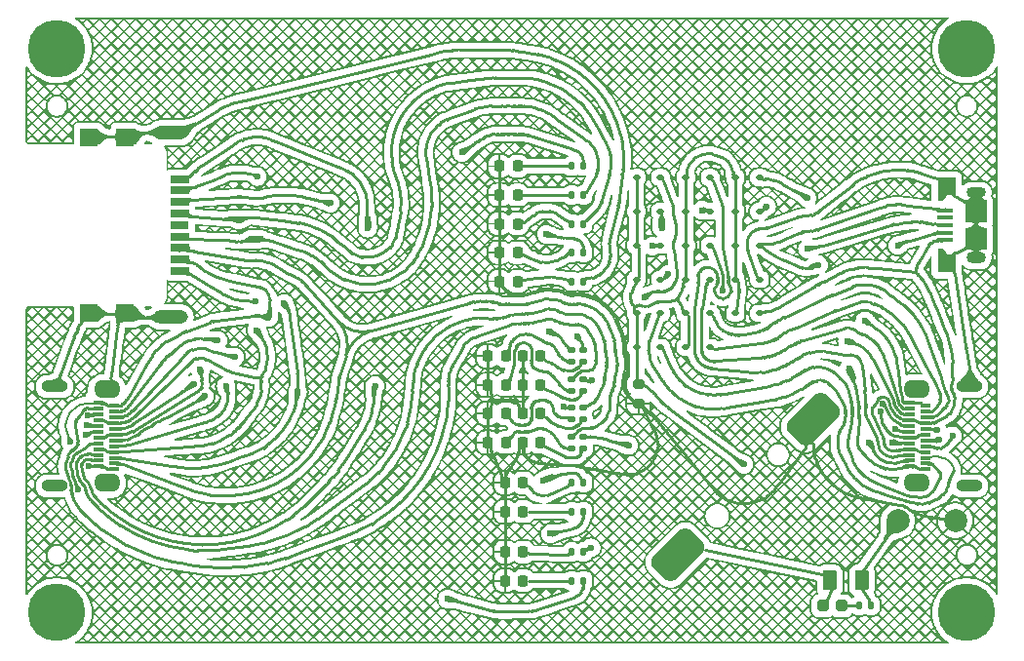
<source format=gbr>
%TF.GenerationSoftware,KiCad,Pcbnew,8.0.3*%
%TF.CreationDate,2024-07-09T14:43:51+12:00*%
%TF.ProjectId,USB Cable Tester,55534220-4361-4626-9c65-205465737465,rev?*%
%TF.SameCoordinates,Original*%
%TF.FileFunction,Copper,L1,Top*%
%TF.FilePolarity,Positive*%
%FSLAX46Y46*%
G04 Gerber Fmt 4.6, Leading zero omitted, Abs format (unit mm)*
G04 Created by KiCad (PCBNEW 8.0.3) date 2024-07-09 14:43:51*
%MOMM*%
%LPD*%
G01*
G04 APERTURE LIST*
G04 Aperture macros list*
%AMRoundRect*
0 Rectangle with rounded corners*
0 $1 Rounding radius*
0 $2 $3 $4 $5 $6 $7 $8 $9 X,Y pos of 4 corners*
0 Add a 4 corners polygon primitive as box body*
4,1,4,$2,$3,$4,$5,$6,$7,$8,$9,$2,$3,0*
0 Add four circle primitives for the rounded corners*
1,1,$1+$1,$2,$3*
1,1,$1+$1,$4,$5*
1,1,$1+$1,$6,$7*
1,1,$1+$1,$8,$9*
0 Add four rect primitives between the rounded corners*
20,1,$1+$1,$2,$3,$4,$5,0*
20,1,$1+$1,$4,$5,$6,$7,0*
20,1,$1+$1,$6,$7,$8,$9,0*
20,1,$1+$1,$8,$9,$2,$3,0*%
%AMFreePoly0*
4,1,9,1.050000,0.350000,0.550000,0.000000,0.550000,-0.400000,0.800000,-0.650000,0.800000,-0.800000,-1.050000,-0.800000,-1.050000,0.800000,1.050000,0.800000,1.050000,0.350000,1.050000,0.350000,$1*%
%AMFreePoly1*
4,1,9,1.050000,-0.800000,-0.800000,-0.800000,-0.800000,-0.650000,-0.550000,-0.400000,-0.550000,0.000000,-1.050000,0.350000,-1.050000,0.800000,1.050000,0.800000,1.050000,-0.800000,1.050000,-0.800000,$1*%
G04 Aperture macros list end*
%TA.AperFunction,SMDPad,CuDef*%
%ADD10RoundRect,0.218750X-0.218750X-0.256250X0.218750X-0.256250X0.218750X0.256250X-0.218750X0.256250X0*%
%TD*%
%TA.AperFunction,SMDPad,CuDef*%
%ADD11RoundRect,0.135000X-0.185000X0.135000X-0.185000X-0.135000X0.185000X-0.135000X0.185000X0.135000X0*%
%TD*%
%TA.AperFunction,SMDPad,CuDef*%
%ADD12RoundRect,0.112500X0.187500X0.112500X-0.187500X0.112500X-0.187500X-0.112500X0.187500X-0.112500X0*%
%TD*%
%TA.AperFunction,SMDPad,CuDef*%
%ADD13R,1.600000X0.700000*%
%TD*%
%TA.AperFunction,ComponentPad*%
%ADD14O,3.000000X1.200000*%
%TD*%
%TA.AperFunction,SMDPad,CuDef*%
%ADD15R,1.500000X1.600000*%
%TD*%
%TA.AperFunction,ComponentPad*%
%ADD16C,2.000000*%
%TD*%
%TA.AperFunction,SMDPad,CuDef*%
%ADD17RoundRect,0.200000X-0.275000X0.200000X-0.275000X-0.200000X0.275000X-0.200000X0.275000X0.200000X0*%
%TD*%
%TA.AperFunction,SMDPad,CuDef*%
%ADD18R,0.950013X0.300000*%
%TD*%
%TA.AperFunction,ComponentPad*%
%ADD19O,2.300000X1.000000*%
%TD*%
%TA.AperFunction,ComponentPad*%
%ADD20O,2.300000X1.600000*%
%TD*%
%TA.AperFunction,SMDPad,CuDef*%
%ADD21R,1.350000X0.400000*%
%TD*%
%TA.AperFunction,SMDPad,CuDef*%
%ADD22FreePoly0,90.000000*%
%TD*%
%TA.AperFunction,ComponentPad*%
%ADD23O,1.700000X1.000000*%
%TD*%
%TA.AperFunction,SMDPad,CuDef*%
%ADD24R,1.900000X1.900000*%
%TD*%
%TA.AperFunction,ComponentPad*%
%ADD25O,1.700000X0.850000*%
%TD*%
%TA.AperFunction,SMDPad,CuDef*%
%ADD26FreePoly1,90.000000*%
%TD*%
%TA.AperFunction,SMDPad,CuDef*%
%ADD27RoundRect,0.135000X0.135000X0.185000X-0.135000X0.185000X-0.135000X-0.185000X0.135000X-0.185000X0*%
%TD*%
%TA.AperFunction,SMDPad,CuDef*%
%ADD28RoundRect,0.700000X0.636396X1.626346X-1.626346X-0.636396X-0.636396X-1.626346X1.626346X0.636396X0*%
%TD*%
%TA.AperFunction,SMDPad,CuDef*%
%ADD29RoundRect,0.150000X-0.325000X-0.350000X0.325000X-0.350000X0.325000X0.350000X-0.325000X0.350000X0*%
%TD*%
%TA.AperFunction,SMDPad,CuDef*%
%ADD30RoundRect,0.250000X0.375000X0.625000X-0.375000X0.625000X-0.375000X-0.625000X0.375000X-0.625000X0*%
%TD*%
%TA.AperFunction,ComponentPad*%
%ADD31C,0.400000*%
%TD*%
%TA.AperFunction,ComponentPad*%
%ADD32C,5.000000*%
%TD*%
%TA.AperFunction,ViaPad*%
%ADD33C,0.600000*%
%TD*%
%TA.AperFunction,Conductor*%
%ADD34C,0.250000*%
%TD*%
%TA.AperFunction,Conductor*%
%ADD35C,0.150000*%
%TD*%
G04 APERTURE END LIST*
D10*
%TO.P,D3,1,K*%
%TO.N,GND*%
X43405600Y-37218600D03*
%TO.P,D3,2,A*%
%TO.N,Net-(D3-A)*%
X44980600Y-37218600D03*
%TD*%
%TO.P,D4,1,K*%
%TO.N,GND*%
X41405600Y-13218600D03*
%TO.P,D4,2,A*%
%TO.N,Net-(D4-A)*%
X42980600Y-13218600D03*
%TD*%
D11*
%TO.P,R2,1*%
%TO.N,/RX1+*%
X47703100Y-31708600D03*
%TO.P,R2,2*%
%TO.N,Net-(D11-A)*%
X47703100Y-32728600D03*
%TD*%
D12*
%TO.P,D1,1,K*%
%TO.N,Net-(D1-K)*%
X64000000Y-14200000D03*
%TO.P,D1,2,A*%
%TO.N,+3V0*%
X61900000Y-14200000D03*
%TD*%
%TO.P,D6,1,K*%
%TO.N,Net-(D6-K)*%
X55410000Y-28950000D03*
%TO.P,D6,2,A*%
%TO.N,+3V0*%
X53310000Y-28950000D03*
%TD*%
D11*
%TO.P,R3,1*%
%TO.N,/RX2-*%
X48703100Y-36708600D03*
%TO.P,R3,2*%
%TO.N,Net-(D3-A)*%
X48703100Y-37728600D03*
%TD*%
D12*
%TO.P,D7,1,K*%
%TO.N,Net-(D7-K)*%
X64000000Y-17150000D03*
%TO.P,D7,2,A*%
%TO.N,+3V0*%
X61900000Y-17150000D03*
%TD*%
D13*
%TO.P,J1,1,VBUS*%
%TO.N,/VBUS*%
X13674981Y-15333300D03*
%TO.P,J1,2,D-*%
%TO.N,/D-*%
X13674981Y-17333300D03*
%TO.P,J1,3,D+*%
%TO.N,/D+*%
X13674981Y-19333300D03*
%TO.P,J1,4,GND*%
%TO.N,/USB_GND*%
X13674981Y-21333300D03*
%TO.P,J1,5,SSRX-*%
%TO.N,/RX2-*%
X13674981Y-22333300D03*
%TO.P,J1,6,SSRX+*%
%TO.N,/RX2+*%
X13674981Y-20333300D03*
%TO.P,J1,7,DRAIN*%
%TO.N,/GND_Drain*%
X13674981Y-18333300D03*
%TO.P,J1,8,SSTX-*%
%TO.N,/TX1-*%
X13674981Y-16333300D03*
%TO.P,J1,9,SSTX+*%
%TO.N,/TX1+*%
X13674981Y-14333300D03*
D14*
%TO.P,J1,10,SHIELD*%
%TO.N,/SHLD*%
X12874879Y-10333300D03*
D15*
X8924917Y-10733351D03*
X5725019Y-10733351D03*
X8924917Y-25933249D03*
X5725019Y-25933249D03*
D14*
X12874879Y-26333300D03*
%TD*%
D16*
%TO.P,TP1,1,1*%
%TO.N,+3V0*%
X76000000Y-44000000D03*
%TD*%
%TO.P,TP2,1,1*%
%TO.N,GND*%
X81000000Y-44000000D03*
%TD*%
D12*
%TO.P,D9,1,K*%
%TO.N,Net-(D9-K)*%
X64000000Y-20100000D03*
%TO.P,D9,2,A*%
%TO.N,+3V0*%
X61900000Y-20100000D03*
%TD*%
D11*
%TO.P,R5,1*%
%TO.N,/TX2-*%
X48703100Y-34208600D03*
%TO.P,R5,2*%
%TO.N,Net-(D13-A)*%
X48703100Y-35228600D03*
%TD*%
D10*
%TO.P,D33,1,K*%
%TO.N,GND*%
X41905600Y-40718600D03*
%TO.P,D33,2,A*%
%TO.N,Net-(D33-A)*%
X43480600Y-40718600D03*
%TD*%
D17*
%TO.P,C1,1*%
%TO.N,+3V0*%
X53500000Y-32175000D03*
%TO.P,C1,2*%
%TO.N,GND*%
X53500000Y-33825000D03*
%TD*%
D10*
%TO.P,D10,1,K*%
%TO.N,GND*%
X43405600Y-32218600D03*
%TO.P,D10,2,A*%
%TO.N,Net-(D10-A)*%
X44980600Y-32218600D03*
%TD*%
D18*
%TO.P,J2,A1,GND*%
%TO.N,/USB_GND*%
X7976011Y-34041859D03*
%TO.P,J2,A2,TX1+*%
%TO.N,/TX1+*%
X7976011Y-34541732D03*
%TO.P,J2,A3,TX1-*%
%TO.N,/TX1-*%
X7976011Y-35041859D03*
%TO.P,J2,A4,VBUS*%
%TO.N,/VBUS*%
X7976011Y-35541732D03*
%TO.P,J2,A5,CC1*%
%TO.N,/CC1*%
X7976011Y-36041605D03*
%TO.P,J2,A6,D+*%
%TO.N,/D+*%
X7976011Y-36541732D03*
%TO.P,J2,A7,D-*%
%TO.N,/D-*%
X7976011Y-37041605D03*
%TO.P,J2,A8,SBU1*%
%TO.N,/SBU1*%
X7976011Y-37541732D03*
%TO.P,J2,A9,VBUS*%
%TO.N,/VBUS*%
X7976011Y-38041605D03*
%TO.P,J2,A10,RX2-*%
%TO.N,/RX2-*%
X7976011Y-38541732D03*
%TO.P,J2,A11,RX2+*%
%TO.N,/RX2+*%
X7976011Y-39041605D03*
%TO.P,J2,A12,GND*%
%TO.N,/USB_GND*%
X7976011Y-39541732D03*
%TO.P,J2,B1,GND*%
X6576214Y-39291795D03*
%TO.P,J2,B2,TX2+*%
%TO.N,/TX2+*%
X6576214Y-38791668D03*
%TO.P,J2,B3,TX2-*%
%TO.N,/TX2-*%
X6576214Y-38291795D03*
%TO.P,J2,B4,VBUS*%
%TO.N,/VBUS*%
X6576214Y-37791668D03*
%TO.P,J2,B5,CC2*%
%TO.N,/CC2*%
X6576214Y-37291795D03*
%TO.P,J2,B6,D+*%
%TO.N,/D+*%
X6576214Y-36791668D03*
%TO.P,J2,B7,D-*%
%TO.N,/D-*%
X6576214Y-36291541D03*
%TO.P,J2,B8,SBU2*%
%TO.N,/SBU2*%
X6576214Y-35791668D03*
%TO.P,J2,B9,VBUS*%
%TO.N,/VBUS*%
X6576214Y-35291795D03*
%TO.P,J2,B10,RX1-*%
%TO.N,/RX1-*%
X6576214Y-34791668D03*
%TO.P,J2,B11,RX1+*%
%TO.N,/RX1+*%
X6576214Y-34291795D03*
%TO.P,J2,B12,GND*%
%TO.N,/USB_GND*%
X6576214Y-33791668D03*
D19*
%TO.P,J2,S1,SHIELD*%
%TO.N,/SHLD*%
X2799989Y-32346659D03*
D20*
X7350154Y-32606756D03*
X7350154Y-40726898D03*
D19*
X2799989Y-40986741D03*
%TD*%
D10*
%TO.P,D11,1,K*%
%TO.N,GND*%
X40405600Y-32218600D03*
%TO.P,D11,2,A*%
%TO.N,Net-(D11-A)*%
X41980600Y-32218600D03*
%TD*%
D12*
%TO.P,D12,1,K*%
%TO.N,Net-(D12-K)*%
X59705000Y-23050000D03*
%TO.P,D12,2,A*%
%TO.N,+3V0*%
X57605000Y-23050000D03*
%TD*%
D21*
%TO.P,J3,1,VBUS*%
%TO.N,Net-(D19-K)*%
X80125000Y-19633300D03*
%TO.P,J3,2,D-*%
%TO.N,Net-(D28-K)*%
X80125000Y-18983300D03*
%TO.P,J3,3,D+*%
%TO.N,Net-(D15-K)*%
X80125000Y-18333300D03*
%TO.P,J3,4,ID*%
%TO.N,unconnected-(J3-ID-Pad4)*%
X80125000Y-17683300D03*
%TO.P,J3,5,GND*%
%TO.N,Net-(D9-K)*%
X80125000Y-17033300D03*
D22*
%TO.P,J3,6,Shield*%
%TO.N,Net-(D26-K)*%
X80250000Y-21433300D03*
D23*
X82800000Y-21158300D03*
D24*
X82800000Y-19533300D03*
X82800000Y-17133300D03*
D25*
X82800000Y-15508300D03*
D26*
X80250000Y-15233300D03*
%TD*%
D10*
%TO.P,D31,1,K*%
%TO.N,GND*%
X41905600Y-46718600D03*
%TO.P,D31,2,A*%
%TO.N,Net-(D31-A)*%
X43480600Y-46718600D03*
%TD*%
%TO.P,D32,1,K*%
%TO.N,GND*%
X41905600Y-43218600D03*
%TO.P,D32,2,A*%
%TO.N,Net-(D32-A)*%
X43480600Y-43218600D03*
%TD*%
D12*
%TO.P,D15,1,K*%
%TO.N,Net-(D15-K)*%
X55410000Y-23050000D03*
%TO.P,D15,2,A*%
%TO.N,+3V0*%
X53310000Y-23050000D03*
%TD*%
D27*
%TO.P,R17,1*%
%TO.N,/SBU1*%
X48723100Y-40718600D03*
%TO.P,R17,2*%
%TO.N,Net-(D33-A)*%
X47703100Y-40718600D03*
%TD*%
D11*
%TO.P,R7,1*%
%TO.N,/TX1+*%
X47703100Y-29208600D03*
%TO.P,R7,2*%
%TO.N,Net-(D23-A)*%
X47703100Y-30228600D03*
%TD*%
D27*
%TO.P,R8,1*%
%TO.N,/D-*%
X48703100Y-18218600D03*
%TO.P,R8,2*%
%TO.N,Net-(D16-A)*%
X47683100Y-18218600D03*
%TD*%
D10*
%TO.P,D16,1,K*%
%TO.N,GND*%
X41405600Y-18218600D03*
%TO.P,D16,2,A*%
%TO.N,Net-(D16-A)*%
X42980600Y-18218600D03*
%TD*%
D18*
%TO.P,J4,A1,GND*%
%TO.N,Net-(D9-K)*%
X77023989Y-39291541D03*
%TO.P,J4,A2,TX1+*%
%TO.N,Net-(D22-K)*%
X77023989Y-38791668D03*
%TO.P,J4,A3,TX1-*%
%TO.N,Net-(D21-K)*%
X77023989Y-38291541D03*
%TO.P,J4,A4,VBUS*%
%TO.N,Net-(D19-K)*%
X77023989Y-37791668D03*
%TO.P,J4,A5,CC1*%
%TO.N,Net-(D25-K)*%
X77023989Y-37291795D03*
%TO.P,J4,A6,D+*%
%TO.N,Net-(D15-K)*%
X77023989Y-36791668D03*
%TO.P,J4,A7,D-*%
%TO.N,Net-(D28-K)*%
X77023989Y-36291795D03*
%TO.P,J4,A8,SBU1*%
%TO.N,Net-(D1-K)*%
X77023989Y-35791668D03*
%TO.P,J4,A9,VBUS*%
%TO.N,Net-(D19-K)*%
X77023989Y-35291795D03*
%TO.P,J4,A10,RX2-*%
%TO.N,Net-(D20-K)*%
X77023989Y-34791668D03*
%TO.P,J4,A11,RX2+*%
%TO.N,Net-(D12-K)*%
X77023989Y-34291795D03*
%TO.P,J4,A12,GND*%
%TO.N,Net-(D9-K)*%
X77023989Y-33791668D03*
%TO.P,J4,B1,GND*%
X78423786Y-34041605D03*
%TO.P,J4,B2,TX2+*%
%TO.N,Net-(D5-K)*%
X78423786Y-34541732D03*
%TO.P,J4,B3,TX2-*%
%TO.N,Net-(D17-K)*%
X78423786Y-35041605D03*
%TO.P,J4,B4,VBUS*%
%TO.N,Net-(D19-K)*%
X78423786Y-35541732D03*
%TO.P,J4,B5,CC2*%
%TO.N,Net-(D24-K)*%
X78423786Y-36041605D03*
%TO.P,J4,B6,D+*%
%TO.N,Net-(D15-K)*%
X78423786Y-36541732D03*
%TO.P,J4,B7,D-*%
%TO.N,Net-(D28-K)*%
X78423786Y-37041859D03*
%TO.P,J4,B8,SBU2*%
%TO.N,Net-(D7-K)*%
X78423786Y-37541732D03*
%TO.P,J4,B9,VBUS*%
%TO.N,Net-(D19-K)*%
X78423786Y-38041605D03*
%TO.P,J4,B10,RX1-*%
%TO.N,Net-(D29-K)*%
X78423786Y-38541732D03*
%TO.P,J4,B11,RX1+*%
%TO.N,Net-(D6-K)*%
X78423786Y-39041605D03*
%TO.P,J4,B12,GND*%
%TO.N,Net-(D9-K)*%
X78423786Y-39541732D03*
D19*
%TO.P,J4,S1,SHIELD*%
%TO.N,Net-(D26-K)*%
X82200011Y-40986741D03*
D20*
X77649846Y-40726644D03*
X77649846Y-32606502D03*
D19*
X82200011Y-32346659D03*
%TD*%
D12*
%TO.P,D17,1,K*%
%TO.N,Net-(D17-K)*%
X59705000Y-26000000D03*
%TO.P,D17,2,A*%
%TO.N,+3V0*%
X57605000Y-26000000D03*
%TD*%
D10*
%TO.P,D34,1,K*%
%TO.N,GND*%
X41905600Y-49218600D03*
%TO.P,D34,2,A*%
%TO.N,Net-(D34-A)*%
X43480600Y-49218600D03*
%TD*%
%TO.P,D18,1,K*%
%TO.N,GND*%
X41405600Y-23218600D03*
%TO.P,D18,2,A*%
%TO.N,Net-(D18-A)*%
X42980600Y-23218600D03*
%TD*%
D28*
%TO.P,B1,1,+*%
%TO.N,Net-(B1-+)*%
X56927031Y-46972969D03*
%TO.P,B1,2,-*%
%TO.N,GND*%
X68664969Y-35235031D03*
%TD*%
D11*
%TO.P,R9,1*%
%TO.N,/RX1-*%
X48703100Y-31708600D03*
%TO.P,R9,2*%
%TO.N,Net-(D10-A)*%
X48703100Y-32728600D03*
%TD*%
%TO.P,R10,1*%
%TO.N,/RX2+*%
X47703100Y-36708600D03*
%TO.P,R10,2*%
%TO.N,Net-(D2-A)*%
X47703100Y-37728600D03*
%TD*%
D12*
%TO.P,D5,1,K*%
%TO.N,Net-(D5-K)*%
X59705000Y-28950000D03*
%TO.P,D5,2,A*%
%TO.N,+3V0*%
X57605000Y-28950000D03*
%TD*%
D29*
%TO.P,LED1,1,K*%
%TO.N,Net-(LED1-K)*%
X71100000Y-51400000D03*
%TO.P,LED1,2,A*%
%TO.N,Net-(B1-+)*%
X69500000Y-51400000D03*
%TD*%
D12*
%TO.P,D19,1,K*%
%TO.N,Net-(D19-K)*%
X64000000Y-26000000D03*
%TO.P,D19,2,A*%
%TO.N,+3V0*%
X61900000Y-26000000D03*
%TD*%
%TO.P,D20,1,K*%
%TO.N,Net-(D20-K)*%
X59705000Y-20100000D03*
%TO.P,D20,2,A*%
%TO.N,+3V0*%
X57605000Y-20100000D03*
%TD*%
D30*
%TO.P,F1,1*%
%TO.N,+3V0*%
X72900000Y-49200000D03*
%TO.P,F1,2*%
%TO.N,Net-(B1-+)*%
X70100000Y-49200000D03*
%TD*%
D27*
%TO.P,R15,1*%
%TO.N,/CC1*%
X48703100Y-46718600D03*
%TO.P,R15,2*%
%TO.N,Net-(D31-A)*%
X47683100Y-46718600D03*
%TD*%
%TO.P,R12,1*%
%TO.N,/USB_GND*%
X48713100Y-20718600D03*
%TO.P,R12,2*%
%TO.N,Net-(D14-A)*%
X47693100Y-20718600D03*
%TD*%
D12*
%TO.P,D21,1,K*%
%TO.N,Net-(D21-K)*%
X59705000Y-14200000D03*
%TO.P,D21,2,A*%
%TO.N,+3V0*%
X57605000Y-14200000D03*
%TD*%
D27*
%TO.P,R13,1*%
%TO.N,/SHLD*%
X48713100Y-23218600D03*
%TO.P,R13,2*%
%TO.N,Net-(D18-A)*%
X47693100Y-23218600D03*
%TD*%
D12*
%TO.P,D22,1,K*%
%TO.N,Net-(D22-K)*%
X59705000Y-17150000D03*
%TO.P,D22,2,A*%
%TO.N,+3V0*%
X57605000Y-17150000D03*
%TD*%
D10*
%TO.P,D23,1,K*%
%TO.N,GND*%
X40405599Y-29718600D03*
%TO.P,D23,2,A*%
%TO.N,Net-(D23-A)*%
X41980601Y-29718600D03*
%TD*%
D31*
%TO.P,M4,*%
%TO.N,*%
X3000000Y-5000000D03*
X1585786Y-4414214D03*
X4414214Y-4414214D03*
X1000000Y-3000000D03*
D32*
X3000000Y-3000000D03*
D31*
X5000000Y-3000000D03*
X1585786Y-1585786D03*
X4414214Y-1585786D03*
X3000000Y-1000000D03*
%TD*%
D12*
%TO.P,D24,1,K*%
%TO.N,Net-(D24-K)*%
X55410000Y-17150000D03*
%TO.P,D24,2,A*%
%TO.N,+3V0*%
X53310000Y-17150000D03*
%TD*%
%TO.P,D25,1,K*%
%TO.N,Net-(D25-K)*%
X55410000Y-14200000D03*
%TO.P,D25,2,A*%
%TO.N,+3V0*%
X53310000Y-14200000D03*
%TD*%
%TO.P,D26,1,K*%
%TO.N,Net-(D26-K)*%
X64000000Y-23050000D03*
%TO.P,D26,2,A*%
%TO.N,+3V0*%
X61900000Y-23050000D03*
%TD*%
D10*
%TO.P,D27,1,K*%
%TO.N,GND*%
X41405600Y-15718600D03*
%TO.P,D27,2,A*%
%TO.N,Net-(D27-A)*%
X42980600Y-15718600D03*
%TD*%
D31*
%TO.P,M4,*%
%TO.N,*%
X82000000Y-5000000D03*
X80585786Y-4414214D03*
X83414214Y-4414214D03*
X80000000Y-3000000D03*
D32*
X82000000Y-3000000D03*
D31*
X84000000Y-3000000D03*
X80585786Y-1585786D03*
X83414214Y-1585786D03*
X82000000Y-1000000D03*
%TD*%
D12*
%TO.P,D28,1,K*%
%TO.N,Net-(D28-K)*%
X55410000Y-20100000D03*
%TO.P,D28,2,A*%
%TO.N,+3V0*%
X53310000Y-20100000D03*
%TD*%
%TO.P,D29,1,K*%
%TO.N,Net-(D29-K)*%
X55410000Y-26000000D03*
%TO.P,D29,2,A*%
%TO.N,+3V0*%
X53310000Y-26000000D03*
%TD*%
D10*
%TO.P,D30,1,K*%
%TO.N,GND*%
X43405600Y-29718600D03*
%TO.P,D30,2,A*%
%TO.N,Net-(D30-A)*%
X44980600Y-29718600D03*
%TD*%
D27*
%TO.P,R1,1*%
%TO.N,/D+*%
X48713100Y-15718600D03*
%TO.P,R1,2*%
%TO.N,Net-(D27-A)*%
X47693100Y-15718600D03*
%TD*%
%TO.P,R16,1*%
%TO.N,/CC2*%
X48713100Y-49218600D03*
%TO.P,R16,2*%
%TO.N,Net-(D34-A)*%
X47693100Y-49218600D03*
%TD*%
D31*
%TO.P,M4,*%
%TO.N,*%
X82000000Y-54000000D03*
X80585786Y-53414214D03*
X83414214Y-53414214D03*
X80000000Y-52000000D03*
D32*
X82000000Y-52000000D03*
D31*
X84000000Y-52000000D03*
X80585786Y-50585786D03*
X83414214Y-50585786D03*
X82000000Y-50000000D03*
%TD*%
%TO.P,M4,*%
%TO.N,*%
X3000000Y-54000000D03*
X1585786Y-53414214D03*
X4414214Y-53414214D03*
X1000000Y-52000000D03*
D32*
X3000000Y-52000000D03*
D31*
X5000000Y-52000000D03*
X1585786Y-50585786D03*
X4414214Y-50585786D03*
X3000000Y-50000000D03*
%TD*%
D10*
%TO.P,D2,1,K*%
%TO.N,GND*%
X40405600Y-37218600D03*
%TO.P,D2,2,A*%
%TO.N,Net-(D2-A)*%
X41980600Y-37218600D03*
%TD*%
D27*
%TO.P,R18,1*%
%TO.N,+3V0*%
X73680000Y-51380000D03*
%TO.P,R18,2*%
%TO.N,Net-(LED1-K)*%
X72660000Y-51380000D03*
%TD*%
%TO.P,R14,1*%
%TO.N,/SBU2*%
X48713100Y-43218600D03*
%TO.P,R14,2*%
%TO.N,Net-(D32-A)*%
X47693100Y-43218600D03*
%TD*%
D10*
%TO.P,D8,1,K*%
%TO.N,GND*%
X40405600Y-34718600D03*
%TO.P,D8,2,A*%
%TO.N,Net-(D8-A)*%
X41980600Y-34718600D03*
%TD*%
D11*
%TO.P,R11,1*%
%TO.N,/TX2+*%
X47703100Y-34208600D03*
%TO.P,R11,2*%
%TO.N,Net-(D8-A)*%
X47703100Y-35228600D03*
%TD*%
D27*
%TO.P,R4,1*%
%TO.N,/VBUS*%
X48713100Y-13218600D03*
%TO.P,R4,2*%
%TO.N,Net-(D4-A)*%
X47693100Y-13218600D03*
%TD*%
D11*
%TO.P,R6,1*%
%TO.N,/TX1-*%
X48703100Y-29208600D03*
%TO.P,R6,2*%
%TO.N,Net-(D30-A)*%
X48703100Y-30228600D03*
%TD*%
D10*
%TO.P,D13,1,K*%
%TO.N,GND*%
X43405600Y-34718600D03*
%TO.P,D13,2,A*%
%TO.N,Net-(D13-A)*%
X44980600Y-34718600D03*
%TD*%
%TO.P,D14,1,K*%
%TO.N,GND*%
X41405600Y-20718600D03*
%TO.P,D14,2,A*%
%TO.N,Net-(D14-A)*%
X42980600Y-20718600D03*
%TD*%
D33*
%TO.N,+3V0*%
X62651700Y-39115700D03*
%TO.N,Net-(D1-K)*%
X68136500Y-15978300D03*
X74722000Y-33817900D03*
%TO.N,Net-(D7-K)*%
X80741100Y-36638200D03*
X64617100Y-16712400D03*
%TO.N,Net-(D9-K)*%
X73142600Y-26644400D03*
X71761100Y-30768600D03*
X69126400Y-21796600D03*
%TO.N,Net-(D15-K)*%
X74502800Y-34523300D03*
X56051100Y-22617100D03*
X68163000Y-20399700D03*
%TO.N,/TX2+*%
X30614900Y-32278600D03*
X46959000Y-34127700D03*
%TO.N,/RX2-*%
X23898200Y-32863900D03*
X20200000Y-24918000D03*
X52639500Y-37471600D03*
X22731900Y-25154500D03*
%TO.N,/TX1+*%
X29981900Y-18616900D03*
X16972800Y-28361500D03*
X45710900Y-27531700D03*
%TO.N,/TX1-*%
X26752300Y-16423600D03*
X48185100Y-28038400D03*
X18439000Y-29791600D03*
%TO.N,/RX1-*%
X5714700Y-34823800D03*
X49450600Y-31843500D03*
%TO.N,/D-*%
X5539400Y-36554900D03*
X18822700Y-17895500D03*
X15801700Y-33202800D03*
%TO.N,/D+*%
X19884400Y-19555400D03*
X15434300Y-30879200D03*
%TO.N,/CC2*%
X4838900Y-41298100D03*
X36904200Y-50805000D03*
%TO.N,/CC1*%
X14899300Y-32136700D03*
X49386600Y-46357100D03*
%TO.N,/SBU1*%
X17690500Y-32340600D03*
X45210200Y-40525100D03*
%TO.N,/SBU2*%
X45849900Y-45137200D03*
X5610200Y-35715100D03*
%TO.N,Net-(D22-K)*%
X58977700Y-17047900D03*
X73515200Y-37200500D03*
%TO.N,Net-(D20-K)*%
X60802500Y-24021300D03*
X71620900Y-28427700D03*
%TO.N,Net-(D24-K)*%
X79442500Y-36157900D03*
X55515200Y-18598700D03*
%TO.N,Net-(D25-K)*%
X75524300Y-37199500D03*
X54020400Y-24594600D03*
%TO.N,Net-(D28-K)*%
X54685400Y-20163700D03*
X79559700Y-37012900D03*
X75799000Y-36032500D03*
X76000300Y-20105100D03*
%TO.N,/VBUS*%
X20374500Y-14113400D03*
X20355300Y-27451900D03*
X38153200Y-12022100D03*
%TO.N,/USB_GND*%
X4195600Y-37183200D03*
X45494300Y-19136300D03*
X21376300Y-26376700D03*
X5731100Y-39267700D03*
%TD*%
D34*
%TO.N,GND*%
X48100798Y-39222309D02*
X48122392Y-39226136D01*
X43144650Y-37686800D02*
X43144800Y-37686000D01*
X55164098Y-35397400D02*
X55126550Y-35351700D01*
X42280300Y-33468612D02*
X42164300Y-33469050D01*
X41999400Y-40241100D02*
X41999400Y-40241525D01*
X40666800Y-32691300D02*
X40666400Y-32686000D01*
X51057949Y-25634900D02*
X51249599Y-25863969D01*
X52314945Y-29283707D02*
X52308059Y-29253814D01*
X54778597Y-35000427D02*
X54811091Y-35029982D01*
X42622501Y-24387290D02*
X42635074Y-24389098D01*
X53972027Y-34174177D02*
X54051950Y-34269250D01*
X41405600Y-18694400D02*
X41405600Y-20242800D01*
X41576600Y-33471288D02*
X40807899Y-33468605D01*
X40666400Y-37686400D02*
X40666400Y-37686000D01*
X52327799Y-29328000D02*
X52325722Y-29321524D01*
X41905600Y-46242800D02*
X41905600Y-43694400D01*
X54882350Y-35094800D02*
X54811091Y-35029982D01*
X46282978Y-23918171D02*
X45646724Y-23873728D01*
X43499400Y-37694675D02*
X43499400Y-37694400D01*
X55142450Y-37745200D02*
X55180721Y-37394878D01*
X47508902Y-24287984D02*
X47437053Y-24274243D01*
X68649950Y-37342000D02*
X68650646Y-37359098D01*
X47944600Y-39202950D02*
X47966597Y-39205208D01*
X52333705Y-29346398D02*
X52339620Y-29364792D01*
X43429099Y-24378295D02*
X43444100Y-24376800D01*
X42299897Y-24279904D02*
X42337306Y-24300387D01*
X42451928Y-33484618D02*
X42563262Y-33517478D01*
X52268199Y-31948099D02*
X52267396Y-31970598D01*
X62743231Y-42539500D02*
X62743258Y-42539499D01*
X52298650Y-29197450D02*
X52301447Y-29216945D01*
X42338300Y-33468400D02*
X42280300Y-33468612D01*
X76248500Y-42654799D02*
X76332950Y-42670400D01*
X68990562Y-38993531D02*
X68838067Y-38608680D01*
X47722099Y-39198692D02*
X47742000Y-39198886D01*
X47895150Y-24303900D02*
X47904699Y-24303191D01*
X42726930Y-24399300D02*
X42700356Y-24397498D01*
X41405600Y-16194400D02*
X41405600Y-17742800D01*
X52411972Y-31202924D02*
X52471750Y-30925350D01*
X47747398Y-24308458D02*
X47820628Y-24307101D01*
X68653960Y-37440400D02*
X68668900Y-37810350D01*
X52285345Y-31802910D02*
X52278423Y-31847495D01*
X47747398Y-24308458D02*
X47707399Y-24309189D01*
X42589100Y-24382149D02*
X42606107Y-24384850D01*
X47220850Y-24214349D02*
X47218750Y-24213423D01*
X43144037Y-34244996D02*
X43143649Y-34240950D01*
X42304710Y-39397706D02*
X42846680Y-38566788D01*
X43081049Y-24397895D02*
X43091749Y-24397799D01*
X50167585Y-24860410D02*
X50167726Y-24860498D01*
X47966597Y-39205208D02*
X47990997Y-39207718D01*
X42667450Y-33565650D02*
X42673798Y-33569801D01*
X52190969Y-28065771D02*
X52258928Y-28431019D01*
X44714796Y-24025888D02*
X44101086Y-24200254D01*
X61229650Y-42231549D02*
X60869066Y-42066970D01*
X52301302Y-31716920D02*
X52338189Y-31545587D01*
X52295722Y-29175726D02*
X52295577Y-29174578D01*
X43154599Y-24397620D02*
X43114250Y-24397682D01*
X42420118Y-24339680D02*
X42478374Y-24359516D01*
X40682376Y-34125996D02*
X40793320Y-33473184D01*
X54622316Y-35767138D02*
X54920679Y-36405809D01*
X52491188Y-33062111D02*
X52430550Y-33002300D01*
X40405600Y-30194400D02*
X40405600Y-31742800D01*
X42986344Y-33821240D02*
X43079848Y-33976747D01*
X40742894Y-38064402D02*
X40779976Y-38154208D01*
X47923796Y-24301766D02*
X48202600Y-24280850D01*
X42337306Y-24300387D02*
X42351921Y-24308386D01*
X47251059Y-24226144D02*
X47281798Y-24236641D01*
X48003197Y-39208976D02*
X47990997Y-39207718D01*
X48090000Y-39220400D02*
X48100798Y-39222309D01*
X54636596Y-39005002D02*
X54636621Y-39004971D01*
X76495374Y-42721988D02*
X76651429Y-42794013D01*
X47593100Y-39198518D02*
X47617800Y-39198778D01*
X44461650Y-38896850D02*
X44394058Y-38870240D01*
X44547049Y-38923711D02*
X44634172Y-38944493D01*
X44149002Y-38773818D02*
X44249209Y-38813249D01*
X54600088Y-34838009D02*
X54619667Y-34855826D01*
X51685946Y-26704985D02*
X51862137Y-27145579D01*
X43144000Y-37697809D02*
X43144000Y-37735200D01*
X47647471Y-24308178D02*
X47607430Y-24304721D01*
X43144440Y-37688411D02*
X43144249Y-37690999D01*
X52293000Y-29152800D02*
X52290615Y-29131047D01*
X43078850Y-24397903D02*
X42780099Y-24400006D01*
X42299897Y-24279904D02*
X42282617Y-24270437D01*
X43142574Y-34229447D02*
X43134850Y-34144850D01*
X43399098Y-24381280D02*
X43278204Y-24393295D01*
X42715999Y-33597401D02*
X42787708Y-33644286D01*
X43139200Y-37816516D02*
X43129602Y-37897550D01*
X42360106Y-24312862D02*
X42364200Y-24315099D01*
X54966845Y-35177471D02*
X55048252Y-35263126D01*
X41999400Y-40241525D02*
X41999400Y-40242375D01*
X76079600Y-42623596D02*
X76248500Y-42654799D01*
X49080600Y-24401349D02*
X48790571Y-24329930D01*
X40666500Y-34250600D02*
X40666400Y-34251100D01*
X53027100Y-33585350D02*
X53028496Y-33585713D01*
X47501402Y-39200083D02*
X47502750Y-39200000D01*
X43819393Y-38531715D02*
X43607995Y-38223768D01*
X44722450Y-38959150D02*
X44767101Y-38963380D01*
X41666706Y-23687498D02*
X41667249Y-23690050D01*
X41680621Y-23710477D02*
X42107601Y-24128996D01*
X47214550Y-24211570D02*
X47218750Y-24213423D01*
X52268199Y-31948099D02*
X52268600Y-31936850D01*
X42351921Y-24308386D02*
X42360106Y-24312862D01*
X44249209Y-38813249D02*
X44330380Y-38845185D01*
X47336277Y-24251530D02*
X47313000Y-24245800D01*
X40668100Y-34231650D02*
X40667374Y-34242397D01*
X43105107Y-38019901D02*
X43091049Y-38078499D01*
X52491188Y-33062111D02*
X52612452Y-33181746D01*
X43405600Y-30194400D02*
X43405600Y-31742800D01*
X46892950Y-24069399D02*
X47163406Y-24188984D01*
X43205150Y-24397750D02*
X43189173Y-24397676D01*
X44714796Y-24025888D02*
X45021650Y-23938700D01*
X52247050Y-32540650D02*
X52250093Y-32455499D01*
X43241760Y-24396524D02*
X43223440Y-24397375D01*
X42537700Y-24374099D02*
X42546888Y-24375525D01*
X41905600Y-48742800D02*
X41905600Y-47194400D01*
X76079600Y-42623596D02*
X73445102Y-42136882D01*
X43184524Y-24397657D02*
X43189173Y-24397676D01*
X52327799Y-29328000D02*
X52333705Y-29346398D01*
X52288038Y-29007649D02*
X52288311Y-28984999D01*
X68004086Y-37619890D02*
X65880270Y-40506750D01*
X78320904Y-43588267D02*
X78719618Y-43649570D01*
X42160250Y-24180600D02*
X42142700Y-24163399D01*
X52545900Y-40012250D02*
X52198901Y-39950591D01*
X42304710Y-39397706D02*
X42204402Y-39551501D01*
X42803530Y-33654627D02*
X42843608Y-33680811D01*
X43405600Y-32694400D02*
X43405600Y-34242800D01*
X43429099Y-24378295D02*
X43399098Y-24381280D01*
X65175650Y-41464600D02*
X65410517Y-41145312D01*
X52088100Y-27710750D02*
X52019170Y-27538311D01*
X53951014Y-34149087D02*
X53958369Y-34157825D01*
X43182200Y-24397649D02*
X43184524Y-24397657D01*
X41905600Y-42742800D02*
X41905600Y-41194400D01*
X43567114Y-24351637D02*
X43572079Y-24350324D01*
X40670280Y-34208003D02*
X40673020Y-34184589D01*
X47214550Y-24211570D02*
X47206000Y-24207798D01*
X47352932Y-24255626D02*
X47361260Y-24257672D01*
X55164098Y-35397400D02*
X55239194Y-35488802D01*
X53550099Y-39818999D02*
X53221484Y-39946456D01*
X43144700Y-34250600D02*
X43144800Y-34251100D01*
X68028550Y-37565650D02*
X68028600Y-37558900D01*
X44330380Y-38845185D02*
X44362220Y-38857711D01*
X42686495Y-33578104D02*
X42715999Y-33597401D01*
X52275475Y-32704977D02*
X52338435Y-32863351D01*
X68652189Y-37396800D02*
X68651516Y-37380300D01*
X47290050Y-39201350D02*
X47264199Y-39198905D01*
X52256174Y-32285198D02*
X52250093Y-32455499D01*
X68012096Y-37608997D02*
X68004086Y-37619890D01*
X53942800Y-34139300D02*
X53938700Y-34134400D01*
X54920679Y-36405809D02*
X55069850Y-36725150D01*
X47163406Y-24188984D02*
X47184702Y-24198396D01*
X40742894Y-38064402D02*
X40724350Y-38019500D01*
X40798750Y-33468600D02*
X40800400Y-33468600D01*
X40793319Y-33464016D02*
X40680140Y-32799693D01*
X43499400Y-37695225D02*
X43499400Y-37695850D01*
X47461798Y-39202629D02*
X47445749Y-39203649D01*
X42197548Y-24212423D02*
X42237055Y-24241678D01*
X42279772Y-24268879D02*
X42282617Y-24270437D01*
X52323100Y-29313350D02*
X52323974Y-29316075D01*
X42154250Y-39628400D02*
X42204402Y-39551501D01*
X47336277Y-24251530D02*
X47352932Y-24255626D01*
X40779976Y-38154208D02*
X41641138Y-40240145D01*
X68624699Y-37281300D02*
X68618686Y-37274812D01*
X52612452Y-33181746D02*
X53010162Y-33574187D01*
X47525267Y-39199000D02*
X47547902Y-39198399D01*
X41405600Y-13694400D02*
X41405600Y-15242800D01*
X42279772Y-24268879D02*
X42278350Y-24268100D01*
X52290604Y-29130949D02*
X52290599Y-29130900D01*
X53030700Y-33586300D02*
X53031800Y-33586600D01*
X47875982Y-39198800D02*
X47910329Y-39200400D01*
X44362220Y-38857711D02*
X44394058Y-38870240D01*
X77368993Y-43281572D02*
X77737817Y-43445132D01*
X52508676Y-30471585D02*
X52485822Y-30012809D01*
X68652189Y-37396800D02*
X68653960Y-37440400D01*
X68651081Y-37369699D02*
X68651516Y-37380300D01*
X47816598Y-39198476D02*
X47797799Y-39198679D01*
X47863949Y-24305649D02*
X47876035Y-24305063D01*
X52272150Y-31891988D02*
X52270050Y-31914392D01*
X41999400Y-40242375D02*
X41999400Y-40242800D01*
X52301447Y-29216945D02*
X52302082Y-29221348D01*
X41589399Y-33471287D02*
X42164300Y-33469050D01*
X47684100Y-39198692D02*
X47664199Y-39198886D01*
X51862137Y-27145579D02*
X51881281Y-27193446D01*
X40405600Y-36742800D02*
X40405600Y-35194400D01*
X41666500Y-23686500D02*
X41666400Y-23686000D01*
X43105892Y-38016698D02*
X43115250Y-37977800D01*
X68012096Y-37608997D02*
X68016100Y-37603550D01*
X40803400Y-33468600D02*
X40800400Y-33468600D01*
X41643399Y-40246350D02*
X41644150Y-40248714D01*
X64589520Y-41967502D02*
X64238249Y-42151099D01*
X44149002Y-38773818D02*
X44098900Y-38754100D01*
X43500849Y-37883050D02*
X43499403Y-37696749D01*
X41405600Y-21194400D02*
X41405600Y-22742800D01*
X54746105Y-34970869D02*
X54619667Y-34855826D01*
X78719618Y-43649570D02*
X81000000Y-44000000D01*
X47212496Y-39194022D02*
X44856406Y-38971822D01*
X52287763Y-29030848D02*
X52287757Y-29031398D01*
X40804900Y-33468600D02*
X40803400Y-33468600D01*
X47212496Y-39194022D02*
X47264199Y-39198905D01*
X43557185Y-24354263D02*
X43533050Y-24360650D01*
X47393800Y-39204924D02*
X47341863Y-39204174D01*
X52287757Y-29031398D02*
X52287489Y-29053499D01*
X40673000Y-32754027D02*
X40670196Y-32731042D01*
X47184702Y-24198396D02*
X47206000Y-24207798D01*
X68615500Y-37271400D02*
X68613900Y-37269700D01*
X71457840Y-41630584D02*
X71098521Y-41425034D01*
X52289148Y-28916500D02*
X52290599Y-28799299D01*
X52323974Y-29316075D02*
X52325722Y-29321524D01*
X51685946Y-26704985D02*
X51552200Y-26370500D01*
X41644600Y-40250300D02*
X41644800Y-40251100D01*
X42913395Y-38464497D02*
X42946750Y-38413350D01*
X42787708Y-33644286D02*
X42803530Y-33654627D01*
X68636598Y-37299821D02*
X68645190Y-37320452D01*
X78320904Y-43588267D02*
X78121550Y-43557600D01*
X52288851Y-29108848D02*
X52287748Y-29086637D01*
X47548200Y-24295496D02*
X47567850Y-24299250D01*
X43567114Y-24351637D02*
X43557185Y-24354263D01*
X43503692Y-24367192D02*
X43473931Y-24372603D01*
X48068341Y-39216970D02*
X48046753Y-39213928D01*
X43144540Y-34249593D02*
X43144399Y-34248400D01*
X41999400Y-40239400D02*
X41999400Y-40241100D01*
X52302082Y-29221348D02*
X52302400Y-29223550D01*
X52339620Y-29364792D02*
X52404050Y-29564950D01*
X65880270Y-40506750D02*
X65410517Y-41145312D01*
X72631100Y-41986495D02*
X73445102Y-42136882D01*
X68650646Y-37359098D02*
X68651081Y-37369699D01*
X40682376Y-34125996D02*
X40678394Y-34149399D01*
X52288038Y-29007649D02*
X52287763Y-29030848D01*
X48122392Y-39226136D02*
X51504905Y-39827264D01*
X60005296Y-41289902D02*
X60256900Y-41596150D01*
X53884700Y-34189200D02*
X53884400Y-34188700D01*
X52289148Y-28916500D02*
X52288311Y-28984999D01*
X42673950Y-24394700D02*
X42660220Y-24392720D01*
X44767101Y-38963380D02*
X44856406Y-38971822D01*
X40668000Y-32708100D02*
X40667568Y-32701902D01*
X76858312Y-42934735D02*
X76796050Y-42884150D01*
X42077932Y-39793299D02*
X42025579Y-39969359D01*
X40678394Y-34149399D02*
X40676400Y-34161100D01*
X59502086Y-40677410D02*
X55239194Y-35488802D01*
X52267396Y-31970598D02*
X52256174Y-32285198D01*
X42635074Y-24389098D02*
X42660220Y-24392720D01*
X51504905Y-39827264D02*
X52198901Y-39950591D01*
X68026402Y-37578816D02*
X68022199Y-37591674D01*
X40666403Y-37687199D02*
X40666800Y-37735400D01*
X47788399Y-39198778D02*
X47797799Y-39198679D01*
X42107601Y-24128996D02*
X42142700Y-24163399D01*
X59502086Y-40677410D02*
X60005296Y-41289902D01*
X77028049Y-43072600D02*
X76875887Y-42948965D01*
X43052616Y-38193994D02*
X43004274Y-38306127D01*
X42913395Y-38464497D02*
X42846680Y-38566788D01*
X43499400Y-37694675D02*
X43499400Y-37695225D01*
X40666975Y-34246797D02*
X40666657Y-34249593D01*
X42673798Y-33569801D02*
X42686495Y-33578104D01*
X54622316Y-35767138D02*
X53888313Y-34196069D01*
X52411972Y-31202924D02*
X52338189Y-31545587D01*
X51881281Y-27193446D02*
X52019170Y-27538311D01*
X54600088Y-34838009D02*
X54590300Y-34829099D01*
X42843608Y-33680811D02*
X42863650Y-33693900D01*
X72224100Y-41911300D02*
X72631100Y-41986495D01*
X47923796Y-24301766D02*
X47904699Y-24303191D01*
X47707399Y-24309189D02*
X47687400Y-24309550D01*
X47816598Y-39198476D02*
X47841600Y-39198200D01*
X41999400Y-40239400D02*
X41999400Y-40149250D01*
X53022358Y-33583415D02*
X53017939Y-33580883D01*
X53885280Y-34190211D02*
X53886150Y-34191800D01*
X52287489Y-29053499D02*
X52287350Y-29064550D01*
X47508902Y-24287984D02*
X47548200Y-24295496D01*
X43598087Y-24343156D02*
X44101086Y-24200254D01*
X40696157Y-37926985D02*
X40676846Y-37831634D01*
X41669433Y-23695815D02*
X41672469Y-23701190D01*
X54225086Y-34461761D02*
X54404703Y-34648529D01*
X54746105Y-34970869D02*
X54778597Y-35000427D01*
X47399050Y-24266450D02*
G75*
G02*
X47361260Y-24257671I329350J1503450D01*
G01*
X53013850Y-33577800D02*
G75*
G03*
X53017935Y-33580889I14250J14600D01*
G01*
X43473931Y-24372603D02*
G75*
G02*
X43444100Y-24376799I-67331J370503D01*
G01*
X43260000Y-24395150D02*
G75*
G02*
X43241760Y-24396522I-33000J316850D01*
G01*
X52190969Y-28065771D02*
G75*
G03*
X52088103Y-27710749I-1855569J-345229D01*
G01*
X41644600Y-40250300D02*
G75*
G03*
X41644153Y-40248713I-26100J-6500D01*
G01*
X48025000Y-39211250D02*
G75*
G02*
X48046753Y-39213929I-65800J-624050D01*
G01*
X47461798Y-39202629D02*
G75*
G03*
X47481600Y-39201350I-696598J10938229D01*
G01*
X43499403Y-37696749D02*
G75*
G02*
X43499400Y-37695850I67397J649D01*
G01*
X42420118Y-24339680D02*
G75*
G02*
X42364203Y-24315093I114682J336680D01*
G01*
X47501402Y-39200083D02*
G75*
G03*
X47481600Y-39201350I357798J-5747417D01*
G01*
X42537700Y-24374099D02*
G75*
G02*
X42478374Y-24359515I53800J346799D01*
G01*
X52274950Y-31869700D02*
G75*
G03*
X52278423Y-31847495I-9596650J1512400D01*
G01*
X43572079Y-24350324D02*
G75*
G03*
X43585100Y-24346800I-313779J1185324D01*
G01*
X41576600Y-33471288D02*
G75*
G03*
X41583000Y-33471300I8000J2559988D01*
G01*
X43598087Y-24343156D02*
G75*
G02*
X43585100Y-24346800I-602787J2123356D01*
G01*
X52323100Y-29313350D02*
G75*
G02*
X52314940Y-29283708I348400J111850D01*
G01*
X41589399Y-33471287D02*
G75*
G02*
X41583000Y-33471300I-7399J2048187D01*
G01*
X42667450Y-33565650D02*
G75*
G03*
X42563259Y-33517487I-215750J-329950D01*
G01*
X52275475Y-32704977D02*
G75*
G02*
X52247061Y-32540650I376825J149777D01*
G01*
X43142574Y-34229447D02*
G75*
G03*
X43143649Y-34240950I2549026J232447D01*
G01*
X52308059Y-29253814D02*
G75*
G02*
X52302399Y-29223550I360141J83014D01*
G01*
X51057949Y-25634900D02*
G75*
G03*
X50167725Y-24860500I-2872549J-2403300D01*
G01*
X53550099Y-39818999D02*
G75*
G03*
X54636601Y-39005006I-910399J2347299D01*
G01*
X55180721Y-37394878D02*
G75*
G03*
X55069852Y-36725149I-1252021J136778D01*
G01*
X76495374Y-42721988D02*
G75*
G03*
X76332950Y-42670401I-286674J-621112D01*
G01*
X47703100Y-39198600D02*
G75*
G02*
X47722099Y-39198692I0J-1962000D01*
G01*
X77028049Y-43072600D02*
G75*
G03*
X77368997Y-43281563I954651J1175000D01*
G01*
X47607430Y-24304721D02*
G75*
G02*
X47567849Y-24299255I33570J389121D01*
G01*
X53951014Y-34149087D02*
G75*
G02*
X53942800Y-34139300I3342286J2813387D01*
G01*
X48025000Y-39211250D02*
G75*
G03*
X48003197Y-39208976I-899300J-8516550D01*
G01*
X40668100Y-34231650D02*
G75*
G02*
X40670282Y-34208003I483000J-32650D01*
G01*
X41643399Y-40246350D02*
G75*
G03*
X41641139Y-40240145I-74299J-23550D01*
G01*
X68615500Y-37271400D02*
G75*
G02*
X68618686Y-37274812I-468000J-440200D01*
G01*
X40676300Y-32776900D02*
G75*
G03*
X40680140Y-32799693I6515600J1086000D01*
G01*
X43129602Y-37897550D02*
G75*
G02*
X43115251Y-37977800I-685902J81250D01*
G01*
X40793319Y-33464016D02*
G75*
G02*
X40793319Y-33473184I-27019J-4584D01*
G01*
X43503692Y-24367192D02*
G75*
G03*
X43533050Y-24360649I-68392J375992D01*
G01*
X40798750Y-33468600D02*
G75*
G03*
X40793278Y-33473177I-50J-5500D01*
G01*
X43144700Y-34250600D02*
G75*
G02*
X43144541Y-34249593I12600J2500D01*
G01*
X47281798Y-24236641D02*
G75*
G03*
X47313001Y-24245796I120702J353641D01*
G01*
X41669433Y-23695815D02*
G75*
G02*
X41667242Y-23690052I17667J10015D01*
G01*
X43278204Y-24393295D02*
G75*
G03*
X43260000Y-24395150I358496J-3608405D01*
G01*
X47875982Y-39198800D02*
G75*
G03*
X47841600Y-39198201I-27482J-590700D01*
G01*
X47547902Y-39198399D02*
G75*
G02*
X47570500Y-39198252I14998J-567301D01*
G01*
X48090000Y-39220400D02*
G75*
G03*
X48068341Y-39216970I-110700J-629000D01*
G01*
X47437053Y-24274243D02*
G75*
G02*
X47399050Y-24266451I273347J1429743D01*
G01*
X45021650Y-23938700D02*
G75*
G02*
X45646723Y-23873743I498050J-1752700D01*
G01*
X54225086Y-34461761D02*
G75*
G02*
X54051951Y-34269249I2792314J2685361D01*
G01*
X68990562Y-38993531D02*
G75*
G03*
X69837746Y-40388553I4523838J1792531D01*
G01*
X68668900Y-37810350D02*
G75*
G03*
X68838054Y-38608685I2431700J98150D01*
G01*
X40668000Y-32708100D02*
G75*
G03*
X40670196Y-32731042I442700J30800D01*
G01*
X52272150Y-31891988D02*
G75*
G02*
X52274949Y-31869700I356150J-33412D01*
G01*
X40666800Y-37735400D02*
G75*
G03*
X40676837Y-37831636I505700J4100D01*
G01*
X68028550Y-37565650D02*
G75*
G02*
X68026396Y-37578814I-43450J350D01*
G01*
X52545900Y-40012250D02*
G75*
G03*
X53221492Y-39946477I220300J1239750D01*
G01*
X41672469Y-23701190D02*
G75*
G03*
X41676203Y-23706097I19931J11290D01*
G01*
X40793319Y-33464016D02*
G75*
G03*
X40798749Y-33468657I5481J916D01*
G01*
X53022358Y-33583415D02*
G75*
G03*
X53027099Y-33585353I9642J16815D01*
G01*
X54882350Y-35094800D02*
G75*
G02*
X54966844Y-35177472I-1095350J-1204000D01*
G01*
X43105500Y-38018300D02*
G75*
G03*
X43105107Y-38019901I129300J-32600D01*
G01*
X40666800Y-32691300D02*
G75*
G02*
X40667568Y-32701902I-1996700J-150000D01*
G01*
X53965200Y-34166000D02*
G75*
G03*
X53972027Y-34174177I1176400J975300D01*
G01*
X43052616Y-38193994D02*
G75*
G03*
X43091046Y-38078498I-652316J281194D01*
G01*
X42589100Y-24382149D02*
G75*
G03*
X42546888Y-24375525I-1875300J-11812851D01*
G01*
X76858312Y-42934735D02*
G75*
G03*
X76867100Y-42941850I2186788J2691935D01*
G01*
X53885280Y-34190211D02*
G75*
G03*
X53884701Y-34189199I-28580J-15689D01*
G01*
X42025579Y-39969359D02*
G75*
G03*
X41999416Y-40149250I605021J-179841D01*
G01*
X43079950Y-24397900D02*
G75*
G03*
X43081049Y-24397895I-850J303300D01*
G01*
X40676400Y-34161100D02*
G75*
G03*
X40673023Y-34184589I443100J-75700D01*
G01*
X76867100Y-42941850D02*
G75*
G02*
X76875887Y-42948965I-1978800J-2452750D01*
G01*
X44461650Y-38896850D02*
G75*
G03*
X44547050Y-38923708I232650J590550D01*
G01*
X51249599Y-25863969D02*
G75*
G02*
X51552204Y-26370498I-1436499J-1201831D01*
G01*
X54404703Y-34648529D02*
G75*
G03*
X54590300Y-34829099I2808497J2701029D01*
G01*
X53030700Y-33586300D02*
G75*
G03*
X53028496Y-33585713I-50600J-185500D01*
G01*
X53965200Y-34166000D02*
G75*
G03*
X53958369Y-34157825I-1100500J-912600D01*
G01*
X42986344Y-33821240D02*
G75*
G03*
X42863639Y-33693916I-338944J-203860D01*
G01*
X52258928Y-28431019D02*
G75*
G02*
X52290608Y-28799299I-1853928J-344981D01*
G01*
X40676300Y-32776900D02*
G75*
G02*
X40672998Y-32754027I521800J87000D01*
G01*
X68649950Y-37342000D02*
G75*
G03*
X68645196Y-37320450I-62550J-2500D01*
G01*
X40666403Y-37687199D02*
G75*
G02*
X40666400Y-37686400I53297J599D01*
G01*
X52338435Y-32863351D02*
G75*
G03*
X52430547Y-33002303I376765J149751D01*
G01*
X41680621Y-23710477D02*
G75*
G02*
X41676200Y-23706100I435379J444177D01*
G01*
X43134850Y-34144850D02*
G75*
G03*
X43079834Y-33976755I-394450J-36050D01*
G01*
X47641000Y-39198950D02*
G75*
G03*
X47664199Y-39198887I7000J1681950D01*
G01*
X40666500Y-34250600D02*
G75*
G03*
X40666658Y-34249593I-12000J2400D01*
G01*
X47863949Y-24305649D02*
G75*
G02*
X47820628Y-24307100I-70149J1447249D01*
G01*
X42946750Y-38413350D02*
G75*
G03*
X43004270Y-38306125I-597850J389750D01*
G01*
X52290616Y-29131047D02*
X52290604Y-29130949D01*
X52292700Y-31759800D02*
G75*
G03*
X52285346Y-31802910I1434000J-266800D01*
G01*
X43182200Y-24397649D02*
G75*
G03*
X43154599Y-24397620I-19500J-5441651D01*
G01*
X47393800Y-39204924D02*
G75*
G03*
X47445749Y-39203646I9600J666424D01*
G01*
X47944600Y-39202950D02*
G75*
G03*
X47910329Y-39200402I-63000J-615550D01*
G01*
X42673950Y-24394700D02*
G75*
G03*
X42700356Y-24397500I50150J347000D01*
G01*
X42451928Y-33484618D02*
G75*
G03*
X42338300Y-33468406I-112228J-380282D01*
G01*
X43144037Y-34244996D02*
G75*
G03*
X43144399Y-34248400I162963J15596D01*
G01*
X68016100Y-37603550D02*
G75*
G03*
X68022208Y-37591677I-34100J25050D01*
G01*
X77737817Y-43445132D02*
G75*
G03*
X78121548Y-43557613I614483J1385532D01*
G01*
X42614300Y-24386100D02*
G75*
G02*
X42606107Y-24384850I101700J694100D01*
G01*
X60256900Y-41596150D02*
G75*
G03*
X60869076Y-42066947I1323200J1087150D01*
G01*
X54636621Y-39004971D02*
G75*
G03*
X55142451Y-37745200I-1996721J1533171D01*
G01*
X47788399Y-39198778D02*
G75*
G02*
X47765200Y-39198950I-40899J3958278D01*
G01*
X47641000Y-39198950D02*
G75*
G02*
X47617800Y-39198778I17700J3957950D01*
G01*
X47502750Y-39200000D02*
G75*
G02*
X47525267Y-39198998I39450J-633200D01*
G01*
X52508676Y-30471585D02*
G75*
G02*
X52471749Y-30925350I-1740876J-86715D01*
G01*
X42753500Y-24400150D02*
G75*
G03*
X42780099Y-24400006I-34600J8846550D01*
G01*
X46282978Y-23918171D02*
G75*
G02*
X46892950Y-24069399I-126978J-1817929D01*
G01*
X47742000Y-39198886D02*
G75*
G03*
X47765200Y-39198949I16200J1681886D01*
G01*
X76796050Y-42884150D02*
G75*
G03*
X76651430Y-42794010I-431150J-530650D01*
G01*
X48202600Y-24280850D02*
G75*
G02*
X48790569Y-24329938I140100J-1867750D01*
G01*
X71457840Y-41630584D02*
G75*
G03*
X72224099Y-41911303I1208460J2112484D01*
G01*
X43500849Y-37883050D02*
G75*
G03*
X43608003Y-38223762I610351J4750D01*
G01*
X40667374Y-34242397D02*
G75*
G02*
X40667200Y-34244600I-101174J6897D01*
G01*
X47251059Y-24226144D02*
G75*
G02*
X47220849Y-24214350I121241J355144D01*
G01*
X50167585Y-24860410D02*
G75*
G03*
X49080602Y-24401341I-1982685J-3178190D01*
G01*
X65175650Y-41464600D02*
G75*
G02*
X64589517Y-41967496I-1379150J1014400D01*
G01*
X40807899Y-33468605D02*
G75*
G03*
X40804900Y-33468600I-2799J-749895D01*
G01*
X43078850Y-24397903D02*
G75*
G02*
X43079950Y-24397900I825J-100832D01*
G01*
X42154250Y-39628400D02*
G75*
G03*
X42077927Y-39793297I528650J-344800D01*
G01*
X43114250Y-24397682D02*
G75*
G03*
X43091749Y-24397799I4850J-3086918D01*
G01*
X47647471Y-24308178D02*
G75*
G03*
X47687400Y-24309553I33229J384478D01*
G01*
X43105892Y-38016698D02*
G75*
G02*
X43105500Y-38018300I-340192J82398D01*
G01*
X53888313Y-34196069D02*
G75*
G03*
X53886148Y-34191801I-68613J-32131D01*
G01*
X42753500Y-24400150D02*
G75*
G02*
X42726930Y-24399302I-1400J372650D01*
G01*
X52292700Y-31759800D02*
G75*
G02*
X52301302Y-31716920I1526900J-284000D01*
G01*
X52404050Y-29564950D02*
G75*
G02*
X52485815Y-30012809I-1661050J-534650D01*
G01*
X52287350Y-29064550D02*
G75*
G03*
X52287749Y-29086637I348550J-4750D01*
G01*
X53013850Y-33577800D02*
G75*
G02*
X53010162Y-33574187I598250J614400D01*
G01*
X42622501Y-24387290D02*
G75*
G02*
X42614300Y-24386100I596899J4142390D01*
G01*
X43205150Y-24397750D02*
G75*
G03*
X43223440Y-24397377I1950J353050D01*
G01*
X52288851Y-29108848D02*
G75*
G03*
X52290600Y-29130900I373849J18548D01*
G01*
X40696157Y-37926985D02*
G75*
G03*
X40724344Y-38019503I494443J100085D01*
G01*
X41666706Y-23687498D02*
G75*
G02*
X41666500Y-23686500I64794J13898D01*
G01*
X52270050Y-31914392D02*
G75*
G03*
X52268599Y-31936850I385950J-36208D01*
G01*
X47703100Y-39198600D02*
G75*
G03*
X47684100Y-39198692I0J-1962000D01*
G01*
X43144440Y-37688411D02*
G75*
G02*
X43144646Y-37686799I14160J-989D01*
G01*
X55126550Y-35351700D02*
G75*
G03*
X55048249Y-35263129I-1265550J-1039900D01*
G01*
X62743231Y-42539500D02*
G75*
G02*
X61229640Y-42231570I-91631J3423500D01*
G01*
X62743258Y-42539499D02*
G75*
G03*
X64238259Y-42151119I-91558J3423999D01*
G01*
X47593100Y-39198518D02*
G75*
G02*
X47570500Y-39198250I96900J9122118D01*
G01*
X69837750Y-40388550D02*
G75*
G03*
X71098523Y-41425030I3677650J3188450D01*
G01*
X42278350Y-24268100D02*
G75*
G02*
X42237058Y-24241674I172750J315400D01*
G01*
X68624699Y-37281300D02*
G75*
G02*
X68636588Y-37299825I-45999J-42600D01*
G01*
X42160250Y-24180600D02*
G75*
G03*
X42197546Y-24212426I249150J254200D01*
G01*
X47895150Y-24303900D02*
G75*
G02*
X47876035Y-24305063I-57050J780200D01*
G01*
X43144000Y-37697809D02*
G75*
G02*
X43144249Y-37690999I92900J9D01*
G01*
X43139200Y-37816516D02*
G75*
G03*
X43143996Y-37735200I-687000J81316D01*
G01*
X47290050Y-39201350D02*
G75*
G03*
X47341863Y-39204178I61250J646150D01*
G01*
X43819393Y-38531715D02*
G75*
G03*
X44098897Y-38754109I502907J345215D01*
G01*
X52293000Y-29152800D02*
G75*
G03*
X52295578Y-29174578I1334400J146900D01*
G01*
X44722450Y-38959150D02*
G75*
G02*
X44634171Y-38944497I60950J640450D01*
G01*
X52298650Y-29197450D02*
G75*
G02*
X52295721Y-29175726I1373750J196250D01*
G01*
X40666975Y-34246797D02*
G75*
G03*
X40667199Y-34244600I-109675J12297D01*
G01*
%TO.N,+3V0*%
X57013746Y-24957644D02*
X57100854Y-25102757D01*
X55597500Y-24983200D02*
X55601300Y-24983200D01*
X56849816Y-24750082D02*
X57092584Y-24287190D01*
X73519000Y-51063600D02*
X73519000Y-51064100D01*
X55624100Y-24983397D02*
X55643100Y-24983590D01*
X53519330Y-20322608D02*
X53519399Y-20323750D01*
X60749750Y-12426749D02*
X60717344Y-12416366D01*
X55611749Y-24983269D02*
X55617450Y-24983329D01*
X53310000Y-14425400D02*
X53310000Y-16924600D01*
X57605000Y-20325400D02*
X57605000Y-22824600D01*
X56126394Y-34232407D02*
X56481478Y-34498127D01*
X54853693Y-32960205D02*
X54848402Y-32953216D01*
X53519399Y-22826249D02*
X53519330Y-22827391D01*
X53101979Y-25415348D02*
X53102314Y-25415099D01*
X57318568Y-23800749D02*
X57370125Y-23591373D01*
X73420400Y-50702250D02*
X73388595Y-50657803D01*
X59876129Y-12146911D02*
X59886187Y-12150132D01*
X62204974Y-24072594D02*
X62204924Y-23969305D01*
X54447528Y-25276675D02*
X54308307Y-25331118D01*
X62174674Y-23713502D02*
X62189793Y-23815600D01*
X53247500Y-23282000D02*
X53247500Y-23275400D01*
X53519200Y-20321600D02*
X53519100Y-20321100D01*
X62189902Y-24226300D02*
X62197450Y-24175250D01*
X73519000Y-51064225D02*
X73519000Y-51064100D01*
X60082104Y-12212886D02*
X60483994Y-12341616D01*
X62189902Y-24226300D02*
X62174810Y-24328400D01*
X53655008Y-25304798D02*
X53630735Y-25297387D01*
X53305596Y-25317806D02*
X53250034Y-25339575D01*
X54853693Y-32960205D02*
X54874504Y-32987696D01*
X56912250Y-24823450D02*
X56857716Y-24765434D01*
X55871870Y-24968572D02*
X55772922Y-24979127D01*
X57814400Y-28726250D02*
X57814330Y-28727391D01*
X53679586Y-25312293D02*
X53671393Y-25309796D01*
X54874504Y-32987696D02*
X54895316Y-33015186D01*
X53725650Y-25328450D02*
X53724854Y-25328139D01*
X57242750Y-24000850D02*
X57192696Y-24096297D01*
X53519500Y-22822946D02*
X53519500Y-20327053D01*
X55589900Y-24983200D02*
X55421400Y-24983200D01*
X57192696Y-24096297D02*
X57092584Y-24287190D01*
X54690300Y-32786350D02*
X54663600Y-32764999D01*
X53372500Y-31774200D02*
X53372500Y-29175400D01*
X55237289Y-24990047D02*
X55164641Y-25003746D01*
X60652532Y-12395602D02*
X60717344Y-12416366D01*
X56018295Y-24941482D02*
X55969800Y-24952400D01*
X53944734Y-25385299D02*
X54094355Y-25385500D01*
X57395900Y-23378900D02*
X57395900Y-23271100D01*
X53519200Y-22828400D02*
X53519100Y-22828900D01*
X62174674Y-23713502D02*
X62109307Y-23272249D01*
X55310550Y-24983200D02*
X55347500Y-24983200D01*
X73519000Y-51064225D02*
X73519000Y-51064475D01*
X53611678Y-25291563D02*
X53602150Y-25288649D01*
X54007149Y-32253524D02*
X54027264Y-32260579D01*
X73324982Y-50568912D02*
X73388595Y-50657803D01*
X53233913Y-23332406D02*
X53043100Y-23759000D01*
X53043100Y-23759000D02*
X52894600Y-24091000D01*
X57198890Y-25335503D02*
X57253360Y-25495712D01*
X73519000Y-51064475D02*
X73519000Y-51064600D01*
X57198890Y-25335503D02*
X57171650Y-25255400D01*
X53100800Y-25778400D02*
X53100900Y-25778900D01*
X73519000Y-51009450D02*
X73519000Y-51063600D01*
X54447528Y-25276675D02*
X54990510Y-25064428D01*
X61181881Y-12735933D02*
X61514630Y-13183981D01*
X54308307Y-25331118D02*
X54238700Y-25358350D01*
X61690599Y-13976450D02*
X61690664Y-13977391D01*
X52977749Y-25277950D02*
X53097540Y-25412708D01*
X55948850Y-34099550D02*
X56126394Y-34232407D01*
X57667500Y-13753000D02*
X57667500Y-13974600D01*
X53102985Y-25414600D02*
X53102314Y-25415099D01*
X54610202Y-32722296D02*
X54663600Y-32764999D01*
X55597500Y-24983200D02*
X55589900Y-24983200D01*
X62109290Y-23272050D02*
X62109100Y-23271100D01*
X61962500Y-25772300D02*
X61962500Y-25774600D01*
X61690800Y-13978400D02*
X61690900Y-13978900D01*
X53697955Y-25318185D02*
X53706984Y-25321328D01*
X73468904Y-50798738D02*
X73502296Y-50902765D01*
X57868300Y-13136350D02*
X57767910Y-13333854D01*
X53986450Y-32250000D02*
X53975800Y-32250000D01*
X54788550Y-32881200D02*
X54740846Y-32832196D01*
X61690324Y-13961500D02*
X61685699Y-13687000D01*
X53104598Y-25413398D02*
X53102985Y-25414600D01*
X53736145Y-25332562D02*
X53800450Y-25357849D01*
X59222598Y-12148300D02*
X59441365Y-12112997D01*
X54045600Y-32270750D02*
X54053902Y-32277396D01*
X53246123Y-23295054D02*
X53243371Y-23307965D01*
X57814200Y-28728400D02*
X57814100Y-28728900D01*
X61964132Y-25754047D02*
X62174810Y-24328400D01*
X53108496Y-25410496D02*
X53104598Y-25413398D01*
X61900000Y-20325400D02*
X61900000Y-22824600D01*
X53611678Y-25291563D02*
X53630735Y-25297387D01*
X57814500Y-28722946D02*
X57814500Y-26227053D01*
X53520250Y-25278025D02*
X53436643Y-25281273D01*
X54838168Y-32939704D02*
X54833049Y-32932950D01*
X53116549Y-25404499D02*
X53108496Y-25410496D01*
X52894600Y-24091000D02*
X52820350Y-24257000D01*
X53310000Y-28724600D02*
X53310000Y-26225400D01*
X55624100Y-24983397D02*
X55617450Y-24983329D01*
X57354250Y-25792050D02*
X57354638Y-25792956D01*
X57605000Y-17375400D02*
X57605000Y-19874600D01*
X55608899Y-24983239D02*
X55611749Y-24983269D01*
X57814400Y-26223750D02*
X57814330Y-26222608D01*
X73324982Y-50568912D02*
X72814600Y-49855800D01*
X61900000Y-14425400D02*
X61900000Y-16924600D01*
X55059402Y-25037507D02*
X54990510Y-25064428D01*
X53167668Y-25373989D02*
X53141546Y-25388402D01*
X53236112Y-25345034D02*
X53208403Y-25355908D01*
X53100699Y-25417894D02*
X53100500Y-25772946D01*
X55093850Y-25024050D02*
X55059402Y-25037507D01*
X59886187Y-12150132D02*
X60082104Y-12212886D01*
X53305596Y-25317806D02*
X53355800Y-25298150D01*
X54895316Y-33015186D02*
X55008400Y-33164500D01*
X55299573Y-33497673D02*
X55614049Y-33810349D01*
X52829195Y-24962223D02*
X52773796Y-24602727D01*
X57814200Y-26221600D02*
X57814100Y-26221100D01*
X72814600Y-48544200D02*
X76000000Y-44000000D01*
X53310000Y-17375400D02*
X53310000Y-19874600D01*
X53208403Y-25355908D02*
X53194550Y-25361350D01*
X56115282Y-24919628D02*
X56842633Y-24755597D01*
X60652532Y-12395602D02*
X60483994Y-12341616D01*
X55643100Y-24983590D02*
X55673800Y-24983899D01*
X61690483Y-13973546D02*
X61690450Y-13970500D01*
X54053902Y-32277396D02*
X54070510Y-32290684D01*
X53100669Y-25777391D02*
X53100600Y-25776250D01*
X62651700Y-39115700D02*
X56481478Y-34498127D01*
X61900000Y-17375400D02*
X61900000Y-19874600D01*
X54838168Y-32939704D02*
X54848402Y-32953216D01*
X56115282Y-24919628D02*
X56018295Y-24941482D01*
X53655008Y-25304798D02*
X53671393Y-25309796D01*
X61962649Y-25767704D02*
X61962951Y-25763072D01*
X54610202Y-32722296D02*
X54070510Y-32290684D01*
X59876129Y-12146911D02*
X59871100Y-12145300D01*
X57355450Y-25794600D02*
X57355900Y-25795400D01*
X57253360Y-25495712D02*
X57352887Y-25788497D01*
X62189793Y-23815600D02*
X62197350Y-23866650D01*
X53250034Y-25339575D02*
X53236112Y-25345034D01*
X57605000Y-14425400D02*
X57605000Y-16924600D01*
X55421400Y-24983200D02*
X55347500Y-24983200D01*
X61690664Y-13977391D02*
G75*
G03*
X61690803Y-13978399I8036J591D01*
G01*
X57667500Y-13753000D02*
G75*
G02*
X57767913Y-13333856I925000J0D01*
G01*
X61964132Y-25754047D02*
G75*
G02*
X61963450Y-25758550I-636532J94047D01*
G01*
X56850900Y-24758150D02*
G75*
G03*
X56857716Y-24765434I1830800J1706350D01*
G01*
X55237289Y-24990047D02*
G75*
G02*
X55310550Y-24983208I73211J-388453D01*
G01*
X53100600Y-25776250D02*
G75*
G02*
X53100497Y-25772946I54600J3350D01*
G01*
X53246123Y-23295054D02*
G75*
G03*
X53247497Y-23282000I-61323J13054D01*
G01*
X55608899Y-24983239D02*
G75*
G03*
X55601300Y-24983200I-7299J-687561D01*
G01*
X73420400Y-50702250D02*
G75*
G02*
X73468904Y-50798738I-284100J-203250D01*
G01*
X52773796Y-24602727D02*
G75*
G02*
X52820349Y-24257000I609504J93927D01*
G01*
X53101979Y-25415348D02*
G75*
G03*
X53100706Y-25417894I1921J-2552D01*
G01*
X53099650Y-25415100D02*
G75*
G03*
X53097540Y-25412708I-338850J-296800D01*
G01*
X53519500Y-20327053D02*
G75*
G03*
X53519399Y-20323750I-55600J-47D01*
G01*
X61963450Y-25758550D02*
G75*
G03*
X61962950Y-25763072I50250J-7850D01*
G01*
X57355450Y-25794600D02*
G75*
G02*
X57354638Y-25792956I15150J8500D01*
G01*
X62204974Y-24072594D02*
G75*
G02*
X62197446Y-24175249I-699474J-306D01*
G01*
X61690324Y-13961500D02*
G75*
G02*
X61690450Y-13970500I-1687724J-28100D01*
G01*
X55299573Y-33497673D02*
G75*
G02*
X55008397Y-33164502I2229127J2241973D01*
G01*
X73519000Y-51009450D02*
G75*
G03*
X73502284Y-50902769I-349100J-50D01*
G01*
X56850900Y-24758150D02*
G75*
G03*
X56842626Y-24755565I-6400J-5950D01*
G01*
X53679586Y-25312293D02*
G75*
G02*
X53688800Y-25315150I-285586J-937207D01*
G01*
X55948850Y-34099550D02*
G75*
G02*
X55614043Y-33810355I1892550J2529450D01*
G01*
X53519330Y-20322608D02*
G75*
G03*
X53519196Y-20321601I-7530J-492D01*
G01*
X55969800Y-24952400D02*
G75*
G02*
X55871871Y-24968578I-189800J844400D01*
G01*
X53239300Y-23320400D02*
G75*
G03*
X53233913Y-23332406I4919700J-2214600D01*
G01*
X53520250Y-25278025D02*
G75*
G02*
X53602146Y-25288661I9550J-247075D01*
G01*
X55093850Y-25024050D02*
G75*
G02*
X55164639Y-25003737I144350J-369550D01*
G01*
X53706984Y-25321328D02*
G75*
G02*
X53715950Y-25324651I-78684J-226072D01*
G01*
X54027264Y-32260579D02*
G75*
G02*
X54045595Y-32270756I-20664J-58821D01*
G01*
X53100669Y-25777391D02*
G75*
G03*
X53100807Y-25778399I7331J491D01*
G01*
X61962649Y-25767704D02*
G75*
G03*
X61962499Y-25772300I70351J-4596D01*
G01*
X53800450Y-25357849D02*
G75*
G03*
X53944734Y-25385313I144850J368249D01*
G01*
X57814500Y-28722946D02*
G75*
G02*
X57814401Y-28726250I-56900J46D01*
G01*
X52829195Y-24962223D02*
G75*
G03*
X52977749Y-25277950I609405J93923D01*
G01*
X60749750Y-12426749D02*
G75*
G02*
X61181872Y-12735940I-264950J-826851D01*
G01*
X62109300Y-23272250D02*
X62109298Y-23272206D01*
X62109299Y-23272162D01*
X62109300Y-23272150D01*
X57868300Y-13136350D02*
G75*
G02*
X58427093Y-12480098I1649200J-838250D01*
G01*
X54007149Y-32253524D02*
G75*
G03*
X53986450Y-32250014I-20649J-58976D01*
G01*
X53116549Y-25404499D02*
G75*
G02*
X53141545Y-25388400I130651J-175401D01*
G01*
X62204924Y-23969305D02*
G75*
G03*
X62197344Y-23866651I-704224J-395D01*
G01*
X53436643Y-25281273D02*
G75*
G03*
X53355802Y-25298156I9657J-248227D01*
G01*
X53697955Y-25318185D02*
G75*
G03*
X53688800Y-25315150I-106055J-304615D01*
G01*
X57100854Y-25102757D02*
G75*
G02*
X57171655Y-25255398I-679554J-407943D01*
G01*
X56842633Y-24755597D02*
G75*
G03*
X56849827Y-24750088I-2333J10497D01*
G01*
X59222598Y-12148300D02*
G75*
G03*
X58427104Y-12480112I294702J-1826000D01*
G01*
X53519200Y-22828400D02*
G75*
G03*
X53519333Y-22827391I-7500J1500D01*
G01*
X62109284Y-23272052D02*
X62109294Y-23272103D01*
X62109300Y-23272150D01*
X53724854Y-25328139D02*
G75*
G02*
X53715950Y-25324650I1544546J3954839D01*
G01*
X55673800Y-24983899D02*
G75*
G03*
X55772922Y-24979128I8600J853399D01*
G01*
X57395900Y-23378900D02*
G75*
G02*
X57370127Y-23591373I-888700J0D01*
G01*
X61690599Y-13976450D02*
G75*
G02*
X61690484Y-13973546I50201J3450D01*
G01*
X61685699Y-13687000D02*
G75*
G03*
X61514643Y-13183971I-868099J-14600D01*
G01*
X57318568Y-23800749D02*
G75*
G02*
X57242755Y-24000853I-862468J212349D01*
G01*
X53725650Y-25328450D02*
G75*
G02*
X53736145Y-25332562I-1941750J-4971450D01*
G01*
X59441365Y-12112997D02*
G75*
G02*
X59871103Y-12145291I147435J-913503D01*
G01*
X54690300Y-32786350D02*
G75*
G02*
X54740845Y-32832197I-343100J-429050D01*
G01*
X54238700Y-25358350D02*
G75*
G02*
X54094355Y-25385492I-143800J367350D01*
G01*
X53243371Y-23307965D02*
G75*
G02*
X53239303Y-23320401I-60371J12865D01*
G01*
X57814200Y-28728400D02*
G75*
G03*
X57814333Y-28727391I-7500J1500D01*
G01*
X57814200Y-26221600D02*
G75*
G02*
X57814334Y-26222608I-7400J-1500D01*
G01*
X56850900Y-24758150D02*
G75*
G02*
X56849859Y-24750105I5100J4750D01*
G01*
X53519399Y-22826249D02*
G75*
G03*
X53519500Y-22822946I-55599J3349D01*
G01*
X57354250Y-25792050D02*
G75*
G02*
X57352886Y-25788497I45350J19450D01*
G01*
X53099650Y-25415100D02*
G75*
G02*
X53100715Y-25417894I-3150J-2800D01*
G01*
X57814400Y-26223750D02*
G75*
G02*
X57814499Y-26227053I-56700J-3350D01*
G01*
X56912250Y-24823450D02*
G75*
G02*
X57013745Y-24957645I-574450J-539950D01*
G01*
X53101979Y-25415348D02*
G75*
G02*
X53099604Y-25415141I-1079J1348D01*
G01*
X54788550Y-32881200D02*
G75*
G02*
X54833048Y-32932950I-396450J-385900D01*
G01*
X53167668Y-25373989D02*
G75*
G02*
X53194549Y-25361348I111032J-201211D01*
G01*
%TO.N,Net-(D1-K)*%
X74859173Y-34040522D02*
X74722000Y-33817900D01*
X75150988Y-34580704D02*
X75165497Y-34610701D01*
X74973916Y-34219230D02*
X74974400Y-34219949D01*
X76611500Y-35766700D02*
X76593600Y-35766700D01*
X75228688Y-34728106D02*
X75245754Y-34756725D01*
X75290435Y-34831718D02*
X75352553Y-34935971D01*
X76373250Y-35716300D02*
X76352000Y-35700099D01*
X76557800Y-35766700D02*
X76522300Y-35766700D01*
X64282950Y-14375800D02*
X64282314Y-14375472D01*
X75377000Y-34977000D02*
X75368851Y-34963324D01*
X64280500Y-14374500D02*
X64279600Y-14374000D01*
X75228688Y-34728106D02*
X75220150Y-34713800D01*
X75187886Y-34655375D02*
X75203712Y-34684824D01*
X75904600Y-35428649D02*
X76009489Y-35470826D01*
X64873537Y-14361506D02*
X65247288Y-14433097D01*
X74972947Y-34217792D02*
X74961150Y-34200300D01*
X76593600Y-35766700D02*
X76557800Y-35766700D01*
X76470307Y-35758144D02*
X76419811Y-35741062D01*
X75352553Y-34935971D02*
X75368851Y-34963324D01*
X74972947Y-34217792D02*
X74973916Y-34219230D01*
X75061607Y-34395936D02*
X75150988Y-34580704D01*
X68136500Y-15978300D02*
X66098794Y-14840108D01*
X76162603Y-35555695D02*
X76194712Y-35580182D01*
X64323698Y-14373586D02*
X64309199Y-14375496D01*
X75172750Y-34625700D02*
X75165497Y-34610701D01*
X64289612Y-14377577D02*
X64286213Y-14376927D01*
X75034750Y-34339000D02*
X75024320Y-34316317D01*
X76027109Y-35477975D02*
X76041450Y-35483749D01*
X75254962Y-34772181D02*
X75290435Y-34831718D01*
X65600350Y-14561700D02*
X65766498Y-14654502D01*
X64304723Y-14376085D02*
X64299176Y-14376813D01*
X76077778Y-35501277D02*
X76112940Y-35521233D01*
X64296403Y-14377176D02*
X64299176Y-14376813D01*
X75254962Y-34772181D02*
X75245754Y-34756725D01*
X65766498Y-14654502D02*
X66098794Y-14840108D01*
X74999968Y-34264058D02*
X74987631Y-34241640D01*
X75011199Y-34286850D02*
X75013687Y-34292533D01*
X76146550Y-35543450D02*
X76162603Y-35555695D01*
X76736341Y-35771152D02*
X77024000Y-35791700D01*
X64497900Y-14350600D02*
X64323698Y-14373586D01*
X76309500Y-35667698D02*
X76194712Y-35580182D01*
X74922700Y-34141200D02*
X74949040Y-34181974D01*
X76309500Y-35667698D02*
X76352000Y-35700099D01*
X75526786Y-35154813D02*
X75705811Y-35308084D01*
X64309199Y-14375496D02*
X64304723Y-14376085D01*
X74999968Y-34264058D02*
G75*
G02*
X75011197Y-34286851I-246368J-135542D01*
G01*
X76041450Y-35483749D02*
G75*
G02*
X76077779Y-35501275I-113050J-280751D01*
G01*
X64497900Y-14350600D02*
G75*
G02*
X64873538Y-14361499I154100J-1167600D01*
G01*
X76373250Y-35716300D02*
G75*
G03*
X76419815Y-35741052I98750J129600D01*
G01*
X75172750Y-34625700D02*
G75*
G03*
X75187887Y-34655375I700850J338800D01*
G01*
X76611500Y-35766700D02*
G75*
G02*
X76736341Y-35771154I0J-1752000D01*
G01*
X76027109Y-35477975D02*
G75*
G02*
X76018300Y-35474400I699391J1735975D01*
G01*
X76522300Y-35766700D02*
G75*
G02*
X76470306Y-35758146I0J162300D01*
G01*
X75018950Y-34304450D02*
G75*
G02*
X75013687Y-34292533I1917950J854150D01*
G01*
X74974400Y-34219949D02*
G75*
G02*
X74987630Y-34241640I-236700J-159251D01*
G01*
X74949040Y-34181974D02*
G75*
G03*
X74961150Y-34200300I886660J572774D01*
G01*
X64282950Y-14375800D02*
G75*
G03*
X64286212Y-14376935I5550J10700D01*
G01*
X75018950Y-34304450D02*
G75*
G03*
X75024320Y-34316317I993950J442650D01*
G01*
X64296403Y-14377176D02*
G75*
G03*
X64293000Y-14377650I26797J-204924D01*
G01*
X76146550Y-35543450D02*
G75*
G03*
X76112940Y-35521233I-180250J-236150D01*
G01*
X75203712Y-34684824D02*
G75*
G03*
X75220150Y-34713800I642288J345224D01*
G01*
X74922700Y-34141200D02*
G75*
G02*
X74859173Y-34040522I4690300J3029900D01*
G01*
X76018300Y-35474400D02*
G75*
G03*
X76009489Y-35470826I-576400J-1408300D01*
G01*
X75034750Y-34339000D02*
G75*
G03*
X75061607Y-34395936I2924550J1344700D01*
G01*
X64289612Y-14377577D02*
G75*
G03*
X64292999Y-14377642I1888J10077D01*
G01*
X64282314Y-14375472D02*
G75*
G02*
X64280500Y-14374501I33886J65472D01*
G01*
X75705811Y-35308084D02*
G75*
G03*
X75904595Y-35428660I466289J544584D01*
G01*
X75526786Y-35154813D02*
G75*
G02*
X75377007Y-34976996I466714J545113D01*
G01*
X65600350Y-14561700D02*
G75*
G03*
X65247291Y-14433083I-574850J-1029100D01*
G01*
%TO.N,Net-(D3-A)*%
X47104795Y-38456409D02*
X47129900Y-38468950D01*
X47559649Y-38536199D02*
X47542100Y-38536277D01*
X48263808Y-38409911D02*
X48269956Y-38405646D01*
X47494000Y-38535950D02*
X47488799Y-38535672D01*
X48491399Y-38001649D02*
X48491534Y-37998863D01*
X47512850Y-38536499D02*
X47503405Y-38536299D01*
X47934200Y-38534778D02*
X47925899Y-38535222D01*
X48263808Y-38409911D02*
X48222189Y-38438784D01*
X47925899Y-38535222D02*
X47917598Y-38535665D01*
X48394012Y-38287222D02*
X48453888Y-38180776D01*
X47917598Y-38535665D02*
X47912250Y-38535950D01*
X48313949Y-38375149D02*
X48299283Y-38385312D01*
X48196338Y-38456709D02*
X48191299Y-38460199D01*
X47531850Y-38536352D02*
X47532099Y-38536349D01*
X47480400Y-38535224D02*
X47488799Y-38535672D01*
X47943900Y-38534259D02*
X47934200Y-38534778D01*
X48491800Y-37996150D02*
X48491933Y-37995247D01*
X48299283Y-38385312D02*
X48269956Y-38405646D01*
X48492050Y-37994350D02*
X48492100Y-37993900D01*
X45379000Y-37594850D02*
X45378400Y-37594500D01*
X45384903Y-37598100D02*
X47054580Y-38431338D01*
X47450023Y-38533253D02*
X47448100Y-38533099D01*
X47476200Y-38535000D02*
X47480400Y-38535224D01*
X47770199Y-38536478D02*
X47801450Y-38536258D01*
X47181922Y-38489417D02*
X47235873Y-38505282D01*
X47864099Y-38536277D02*
X47846550Y-38536200D01*
X47290700Y-38516250D02*
X47318598Y-38519309D01*
X48206414Y-38449725D02*
X48222189Y-38438784D01*
X48206414Y-38449725D02*
X48196338Y-38456709D01*
X47689700Y-38536326D02*
X47647999Y-38536488D01*
X47980649Y-38532299D02*
X47968399Y-38532951D01*
X47318598Y-38519309D02*
X47374394Y-38525438D01*
X47716499Y-38536326D02*
X47758200Y-38536488D01*
X48053774Y-38518116D02*
X48124840Y-38493777D01*
X47054580Y-38431338D02*
X47104795Y-38456409D01*
X47604749Y-38536258D02*
X47636000Y-38536478D01*
X45380203Y-37595544D02*
X45381350Y-37596200D01*
X47418142Y-38530253D02*
X47374394Y-38525438D01*
X48490948Y-38009947D02*
X48487499Y-38066699D01*
X47874100Y-38536349D02*
X47874349Y-38536352D01*
X47893349Y-38536499D02*
X47902744Y-38536300D01*
X47968399Y-38532951D02*
X47943900Y-38534259D01*
X47758200Y-38536488D02*
G75*
G03*
X47764200Y-38536500I7500J2249988D01*
G01*
X47980649Y-38532299D02*
G75*
G03*
X48053776Y-38518122I-14349J269699D01*
G01*
X47494000Y-38535950D02*
G75*
G03*
X47503405Y-38536298I15600J294650D01*
G01*
X45379000Y-37594850D02*
G75*
G03*
X45380203Y-37595544I75200J128950D01*
G01*
X47531850Y-38536352D02*
G75*
G03*
X47522350Y-38536500I8750J-868048D01*
G01*
X47874349Y-38536352D02*
G75*
G02*
X47883850Y-38536500I-8749J-868748D01*
G01*
X47647999Y-38536488D02*
G75*
G02*
X47642000Y-38536500I-7499J2250388D01*
G01*
X47703100Y-38536300D02*
G75*
G03*
X47689700Y-38536326I-500J-3206500D01*
G01*
X47703100Y-38536300D02*
G75*
G02*
X47716499Y-38536326I500J-3206400D01*
G01*
X47181922Y-38489417D02*
G75*
G02*
X47129903Y-38468945I88978J302417D01*
G01*
X48487499Y-38066699D02*
G75*
G02*
X48453895Y-38180780I-265099J16099D01*
G01*
X47636000Y-38536478D02*
G75*
G03*
X47642000Y-38536500I6300J899978D01*
G01*
X47604749Y-38536258D02*
G75*
G03*
X47559649Y-38536199I-27749J-3941842D01*
G01*
X48491800Y-37996150D02*
G75*
G03*
X48491530Y-37998863I26900J-4050D01*
G01*
X47902744Y-38536300D02*
G75*
G03*
X47912250Y-38535952I-6444J305600D01*
G01*
X48394012Y-38287222D02*
G75*
G02*
X48313933Y-38375126I-231012J130022D01*
G01*
X47874100Y-38536349D02*
G75*
G03*
X47864099Y-38536277I-17900J-1787051D01*
G01*
X47290700Y-38516250D02*
G75*
G02*
X47235874Y-38505278I34400J314350D01*
G01*
X48491933Y-37995247D02*
G75*
G03*
X48492049Y-37994350I-28633J4147D01*
G01*
X45384903Y-37598100D02*
G75*
G02*
X45381351Y-37596198I32997J65900D01*
G01*
X48490948Y-38009947D02*
G75*
G03*
X48491399Y-38001649I-690348J41647D01*
G01*
X47770199Y-38536478D02*
G75*
G02*
X47764200Y-38536500I-6299J900078D01*
G01*
X47532099Y-38536349D02*
G75*
G02*
X47542100Y-38536277I17901J-1785251D01*
G01*
X47522350Y-38536500D02*
G75*
G02*
X47512850Y-38536500I-4750J227900D01*
G01*
X47893349Y-38536499D02*
G75*
G02*
X47883850Y-38536499I-4749J227799D01*
G01*
X47418142Y-38530253D02*
G75*
G03*
X47448100Y-38533099I110958J1008853D01*
G01*
X47801450Y-38536258D02*
G75*
G02*
X47846550Y-38536200I27550J-3911542D01*
G01*
X47450023Y-38533253D02*
G75*
G03*
X47476200Y-38535001I79177J988753D01*
G01*
X48191299Y-38460199D02*
G75*
G02*
X48124842Y-38493782I-154199J222599D01*
G01*
%TO.N,Net-(D4-A)*%
X47422600Y-13218600D02*
X43418900Y-13218600D01*
%TO.N,Net-(D2-A)*%
X45642827Y-36224986D02*
X45678054Y-36246686D01*
X43697000Y-36268679D02*
X43722575Y-36268561D01*
X43620199Y-36268300D02*
X43191000Y-36268300D01*
X43635498Y-36268438D02*
X43638499Y-36268479D01*
X45527849Y-36151250D02*
X45537500Y-36157650D01*
X45508548Y-36138450D02*
X45527849Y-36151250D01*
X47267326Y-37712235D02*
X47212850Y-37704500D01*
X45195701Y-36009191D02*
X45234500Y-36015600D01*
X43175700Y-36268438D02*
X43182600Y-36268350D01*
X47344175Y-37723146D02*
X47382600Y-37728600D01*
X42634999Y-36440599D02*
X42554996Y-36527196D01*
X46249311Y-36769955D02*
X46259993Y-36785551D01*
X43688200Y-36268720D02*
X43683800Y-36268741D01*
X44151415Y-36178645D02*
X44066304Y-36208211D01*
X43697000Y-36268679D02*
X43688200Y-36268720D01*
X46275307Y-36809195D02*
X46285328Y-36825080D01*
X45508548Y-36138450D02*
X45452600Y-36101350D01*
X43635498Y-36268438D02*
X43628600Y-36268350D01*
X43638499Y-36268479D02*
X43640000Y-36268500D01*
X45013099Y-35979002D02*
X44965300Y-35971100D01*
X46221610Y-36731990D02*
X46160298Y-36649200D01*
X42769409Y-36331316D02*
X42878354Y-36285898D01*
X44632797Y-36011493D02*
X44541290Y-36043272D01*
X43746625Y-36268453D02*
X43722575Y-36268561D01*
X43936796Y-36245404D02*
X43848103Y-36260595D01*
X43050699Y-36267405D02*
X43057400Y-36267650D01*
X45953975Y-36416925D02*
X46020736Y-36476185D01*
X45795939Y-36316374D02*
X45812519Y-36325818D01*
X42991750Y-36265300D02*
X43037298Y-36266922D01*
X44678550Y-35995600D02*
X44632797Y-36011493D01*
X43151800Y-36268700D02*
X43156799Y-36268659D01*
X46811671Y-37518629D02*
X46827113Y-37528489D01*
X43746625Y-36268453D02*
X43758650Y-36268400D01*
X44869227Y-35967322D02*
X44772558Y-35975578D01*
X44541290Y-36043272D02*
X44151415Y-36178645D01*
X42325007Y-36776143D02*
X42554996Y-36527196D01*
X46107199Y-36577500D02*
X46160298Y-36649200D01*
X43037298Y-36266922D02*
X43050699Y-36267405D01*
X43080850Y-36268250D02*
X43070803Y-36268040D01*
X43175700Y-36268438D02*
X43172699Y-36268478D01*
X44023750Y-36223000D02*
X44066304Y-36208211D01*
X46232802Y-36747097D02*
X46238400Y-36754650D01*
X46487166Y-37144720D02*
X46545491Y-37237105D01*
X47267326Y-37712235D02*
X47344175Y-37723146D01*
X46937334Y-37598884D02*
X46911203Y-37582195D01*
X46080650Y-36541650D02*
X46107199Y-36577500D01*
X45787650Y-36311650D02*
X45795939Y-36316374D01*
X46285328Y-36825080D02*
X46487166Y-37144720D01*
X46221610Y-36731990D02*
X46232802Y-36747097D01*
X46827113Y-37528489D02*
X46849997Y-37543104D01*
X43659400Y-36268699D02*
X43654400Y-36268659D01*
X42675000Y-36397300D02*
X42634999Y-36440599D01*
X45881800Y-36365250D02*
X45812519Y-36325818D01*
X43171199Y-36268499D02*
X43172699Y-36268478D01*
X46574650Y-37283300D02*
X46545491Y-37237105D01*
X45013099Y-35979002D02*
X45108698Y-35994810D01*
X45309897Y-36036389D02*
X45383173Y-36065199D01*
X45118104Y-35996366D02*
X45195701Y-36009191D01*
X46270300Y-36801250D02*
X46275307Y-36809195D01*
X46849997Y-37543104D02*
X46911203Y-37582195D01*
X45108698Y-35994810D02*
X45118104Y-35996366D01*
X47122402Y-37681610D02*
X47034303Y-37648992D01*
X42319400Y-36782750D02*
X42319000Y-36783300D01*
X43114353Y-36268679D02*
X43127399Y-36268741D01*
X46937334Y-37598884D02*
X46946278Y-37604595D01*
X46811671Y-37518629D02*
X46803950Y-37513699D01*
X46946278Y-37604595D02*
X46950750Y-37607450D01*
X42321499Y-36780149D02*
X42320234Y-36781676D01*
X46719355Y-37445579D02*
X46642339Y-37368214D01*
X46270300Y-36801250D02*
G75*
G03*
X46259995Y-36785550I-407200J-256050D01*
G01*
X43182600Y-36268350D02*
G75*
G02*
X43191000Y-36268300I8200J-678450D01*
G01*
X44678550Y-35995600D02*
G75*
G02*
X44772559Y-35975584I126850J-365000D01*
G01*
X44869227Y-35967322D02*
G75*
G02*
X44965301Y-35971092I32973J-385778D01*
G01*
X45642827Y-36224986D02*
G75*
G02*
X45537500Y-36157650I1959573J3181186D01*
G01*
X46080650Y-36541650D02*
G75*
G03*
X46020730Y-36476191I-344450J-255150D01*
G01*
X43659400Y-36268699D02*
G75*
G03*
X43683800Y-36268741I15500J1908199D01*
G01*
X43156799Y-36268659D02*
G75*
G03*
X43171199Y-36268499I-21599J2592359D01*
G01*
X47122402Y-37681610D02*
G75*
G03*
X47212849Y-37704508I152098J410710D01*
G01*
X44023750Y-36223000D02*
G75*
G02*
X43936797Y-36245408I-178950J514500D01*
G01*
X42991750Y-36265300D02*
G75*
G03*
X42878348Y-36285884I-9650J-269500D01*
G01*
X46642339Y-37368214D02*
G75*
G02*
X46574658Y-37283295I350161J348514D01*
G01*
X43758650Y-36268400D02*
G75*
G03*
X43848103Y-36260592I-2450J544400D01*
G01*
X43114353Y-36268679D02*
G75*
G02*
X43080850Y-36268250I9847J2078579D01*
G01*
X42325007Y-36776143D02*
G75*
G03*
X42321497Y-36780148I73393J-67857D01*
G01*
X45678054Y-36246686D02*
G75*
G03*
X45787649Y-36311651I1967946J3194986D01*
G01*
X45953975Y-36416925D02*
G75*
G03*
X45881800Y-36365250I-282175J-317875D01*
G01*
X43620199Y-36268300D02*
G75*
G02*
X43628600Y-36268350I201J-678800D01*
G01*
X46950750Y-37607450D02*
G75*
G03*
X47034299Y-37649002I235550J368850D01*
G01*
X46719355Y-37445579D02*
G75*
G03*
X46803954Y-37513693I351345J349779D01*
G01*
X46249311Y-36769955D02*
G75*
G03*
X46238400Y-36754650I-413511J-283245D01*
G01*
X42319400Y-36782750D02*
G75*
G02*
X42320233Y-36781675I16400J-11850D01*
G01*
X43654400Y-36268659D02*
G75*
G02*
X43640000Y-36268500I22900J2728859D01*
G01*
X42675000Y-36397300D02*
G75*
G02*
X42769410Y-36331317I198300J-183200D01*
G01*
X43070803Y-36268040D02*
G75*
G02*
X43057400Y-36267650I17497J831240D01*
G01*
X45309897Y-36036389D02*
G75*
G03*
X45234501Y-36015596I-135797J-345311D01*
G01*
X43151800Y-36268700D02*
G75*
G02*
X43127399Y-36268741I-15400J1884200D01*
G01*
X45452600Y-36101350D02*
G75*
G03*
X45383175Y-36065193I-205500J-309850D01*
G01*
%TO.N,Net-(D5-K)*%
X64469902Y-28537318D02*
X64310288Y-28569242D01*
X79641429Y-32992708D02*
X79159398Y-31862499D01*
X67200204Y-27201612D02*
X66907301Y-27327203D01*
X64070198Y-28609190D02*
X64094400Y-28606350D01*
X79141699Y-31821000D02*
X79159398Y-31862499D01*
X64643000Y-28502704D02*
X64469902Y-28537318D01*
X72614905Y-25069115D02*
X72356520Y-25155660D01*
X72356520Y-25155660D02*
X70765190Y-25688775D01*
X65377860Y-28220468D02*
X65415148Y-28198225D01*
X79649471Y-33519515D02*
X79652427Y-33506089D01*
X76609626Y-27204802D02*
X76431645Y-26985095D01*
X70709597Y-25707393D02*
X70681800Y-25716700D01*
X65797904Y-27947506D02*
X65790700Y-27952600D01*
X75644032Y-26180385D02*
X75644049Y-26180400D01*
X64310288Y-28569242D02*
X64262497Y-28578785D01*
X67200204Y-27201612D02*
X70436502Y-25814008D01*
X79094663Y-31718426D02*
X79114232Y-31759165D01*
X78962825Y-34516700D02*
X78959775Y-34516700D01*
X79653900Y-33047500D02*
X79653900Y-33060100D01*
X77055310Y-27922594D02*
X77323042Y-28420675D01*
X79642201Y-33538600D02*
X79636406Y-33551002D01*
X70517350Y-25779350D02*
X70490400Y-25790902D01*
X78836300Y-34516700D02*
X78959775Y-34516700D01*
X65064972Y-28377491D02*
X64899036Y-28437904D01*
X65506626Y-28139742D02*
X65470206Y-28163410D01*
X64021794Y-28614862D02*
X60010930Y-29084057D01*
X76921450Y-27673550D02*
X77055310Y-27922594D01*
X65741949Y-27985799D02*
X65776191Y-27962642D01*
X65293516Y-28267530D02*
X65225299Y-28304899D01*
X64070198Y-28609190D02*
X64021794Y-28614862D01*
X70571698Y-25757359D02*
X70626606Y-25736437D01*
X78711458Y-34521152D02*
X78423800Y-34541700D01*
X64238600Y-28583550D02*
X64262497Y-28578785D01*
X72614905Y-25069115D02*
X72744100Y-25025850D01*
X65812316Y-27937324D02*
X65797904Y-27947506D01*
X60001600Y-29084200D02*
X60001100Y-29084100D01*
X77323042Y-28420675D02*
X79042144Y-31618674D01*
X73009546Y-24982849D02*
X73282019Y-24983349D01*
X79645100Y-33532400D02*
X79642201Y-33538600D01*
X64729550Y-28485400D02*
X64643000Y-28502704D01*
X73700540Y-25079329D02*
X73960250Y-25167499D01*
X65470206Y-28163410D02*
X65452000Y-28175250D01*
X65812316Y-27937324D02*
X65928049Y-27855649D01*
X79653900Y-33060100D02*
X79653900Y-33472000D01*
X64142667Y-28599692D02*
X64190631Y-28592106D01*
X70765190Y-25688775D02*
X70709597Y-25707393D01*
X78964350Y-34516700D02*
X78962825Y-34516700D01*
X79653900Y-33492550D02*
X79653900Y-33485700D01*
X73668359Y-25068471D02*
X73547350Y-25027400D01*
X66197237Y-27686056D02*
X66475318Y-27530567D01*
X79334345Y-34197697D02*
X79636406Y-33551002D01*
X79132850Y-31800250D02*
X79141699Y-31821000D01*
X79653900Y-33472000D02*
X79653900Y-33485700D01*
X79042144Y-31618674D02*
X79063511Y-31658393D01*
X65506626Y-28139742D02*
X65658332Y-28041219D01*
X66760850Y-27390000D02*
X66907301Y-27327203D01*
X79074200Y-31678250D02*
X79063511Y-31658393D01*
X74474127Y-25397590D02*
X74720200Y-25536750D01*
X79652630Y-33028729D02*
X79650068Y-33016267D01*
X70490400Y-25790902D02*
X70436502Y-25814008D01*
X60005050Y-29084350D02*
X60002609Y-29084308D01*
X65330280Y-28247464D02*
X65340150Y-28242050D01*
X79653900Y-33047500D02*
X79653900Y-33041200D01*
X65658332Y-28041219D02*
G75*
G03*
X65741949Y-27985800I-2926832J4506819D01*
G01*
X79653900Y-33041200D02*
G75*
G03*
X79652633Y-33028728I-62000J0D01*
G01*
X79653900Y-33492550D02*
G75*
G02*
X79652420Y-33506087I-63100J50D01*
G01*
X65330280Y-28247464D02*
G75*
G02*
X65311900Y-28257500I-2948280J5377664D01*
G01*
X70517350Y-25779350D02*
G75*
G02*
X70571698Y-25757360I565650J-1319850D01*
G01*
X64729550Y-28485400D02*
G75*
G03*
X64899033Y-28437897I-227450J1137600D01*
G01*
X78836300Y-34516700D02*
G75*
G03*
X78711458Y-34521154I0J-1752000D01*
G01*
X79074200Y-31678250D02*
G75*
G02*
X79094662Y-31718426I-853600J-460050D01*
G01*
X65377860Y-28220468D02*
G75*
G02*
X65340149Y-28242049I-617660J1035568D01*
G01*
X65293516Y-28267530D02*
G75*
G02*
X65311900Y-28257500I2946584J-5378970D01*
G01*
X64238600Y-28583550D02*
G75*
G02*
X64190631Y-28592104I-242300J1219950D01*
G01*
X65225299Y-28304899D02*
G75*
G02*
X65064972Y-28377491I-556799J1016399D01*
G01*
X79646350Y-33004300D02*
G75*
G03*
X79641429Y-32992708I-3708550J-1567500D01*
G01*
X60002609Y-29084308D02*
G75*
G02*
X60001599Y-29084203I91J5808D01*
G01*
X76921450Y-27673550D02*
G75*
G03*
X76609620Y-27204807I-2645850J-1422050D01*
G01*
X70626606Y-25736437D02*
G75*
G02*
X70681800Y-25716701I505994J-1328063D01*
G01*
X79646350Y-33004300D02*
G75*
G02*
X79650060Y-33016269I-58850J-24800D01*
G01*
X73684450Y-25073900D02*
G75*
G02*
X73700540Y-25079329I-1479750J-4412000D01*
G01*
X74474127Y-25397590D02*
G75*
G03*
X73960248Y-25167506I-1481127J-2619110D01*
G01*
X73547350Y-25027400D02*
G75*
G03*
X73282019Y-24983349I-266850J-786200D01*
G01*
X79649471Y-33519515D02*
G75*
G02*
X79645096Y-33532398I-60371J13315D01*
G01*
X73668359Y-25068471D02*
G75*
G03*
X73684450Y-25073900I1664341J4906271D01*
G01*
X79085197Y-34481501D02*
G75*
G02*
X78964350Y-34516719I-120897J189901D01*
G01*
X64142667Y-28599692D02*
G75*
G02*
X64094400Y-28606351I-192267J1215292D01*
G01*
X66197237Y-27686056D02*
G75*
G03*
X65928047Y-27855646I1483463J-2653144D01*
G01*
X75644049Y-26180400D02*
G75*
G02*
X76431643Y-26985096I-3882949J-4588200D01*
G01*
X60005050Y-29084350D02*
G75*
G03*
X60010930Y-29084059I750J44450D01*
G01*
X66760850Y-27390000D02*
G75*
G03*
X66475319Y-27530570I1197950J-2793600D01*
G01*
X79334345Y-34197697D02*
G75*
G02*
X79085204Y-34481512I-611345J285397D01*
G01*
X75644032Y-26180385D02*
G75*
G03*
X74720197Y-25536755I-3881732J-4586815D01*
G01*
X79114232Y-31759165D02*
G75*
G02*
X79132851Y-31800250I-910832J-437535D01*
G01*
X65790700Y-27952600D02*
G75*
G02*
X65776191Y-27962642I-477000J673700D01*
G01*
X65452000Y-28175250D02*
G75*
G02*
X65415148Y-28198226I-605500J930150D01*
G01*
X72744100Y-25025850D02*
G75*
G02*
X73009546Y-24982854I263900J-788350D01*
G01*
%TO.N,Net-(D6-K)*%
X78988897Y-39105002D02*
X78980050Y-39095800D01*
X74115902Y-40706693D02*
X74890510Y-41017772D01*
X65893751Y-32021016D02*
X65478780Y-32155073D01*
X68885604Y-30655798D02*
X68700136Y-30669250D01*
X59406199Y-33028300D02*
X59408198Y-33028601D01*
X59402200Y-33027698D02*
X59234300Y-33002350D01*
X68171195Y-30825091D02*
X68135171Y-30840017D01*
X78988897Y-39105002D02*
X79006588Y-39123410D01*
X66615003Y-31703431D02*
X66606301Y-31707677D01*
X79272298Y-41003742D02*
X79630400Y-40360800D01*
X67462386Y-31220806D02*
X67412995Y-31254669D01*
X70290900Y-31011499D02*
X70447588Y-31111542D01*
X72022549Y-34380499D02*
X72023833Y-34361198D01*
X79602392Y-39743506D02*
X79006588Y-39123410D01*
X60529900Y-33042100D02*
X60688900Y-33014600D01*
X66297149Y-31858449D02*
X66340695Y-31837215D01*
X72018598Y-34543800D02*
X72018992Y-34590500D01*
X67815738Y-30994712D02*
X67794424Y-31006824D01*
X67611423Y-31118637D02*
X67589421Y-31133719D01*
X74890510Y-41017772D02*
X76791384Y-41781136D01*
X56783213Y-31432928D02*
X56757960Y-31400430D01*
X57319326Y-32038180D02*
X57609465Y-32279413D01*
X79654100Y-39835600D02*
X79654098Y-39847699D01*
X56161109Y-30339294D02*
X56253702Y-30557898D01*
X70900875Y-31572675D02*
X70938938Y-31611538D01*
X56905849Y-31589000D02*
X56921613Y-31608598D01*
X72018400Y-34520450D02*
X72018598Y-34543800D01*
X72019180Y-34141145D02*
X72022850Y-34173400D01*
X67658378Y-31087682D02*
X67699655Y-31061896D01*
X79651994Y-40309644D02*
X79648008Y-40325042D01*
X71988911Y-33940507D02*
X71989737Y-33943902D01*
X67543875Y-31164925D02*
X67565051Y-31150401D01*
X72024870Y-34345201D02*
X72026299Y-34324099D01*
X73055543Y-40091395D02*
X72483948Y-39482897D01*
X79654002Y-40269900D02*
X79654000Y-40285900D01*
X71996950Y-35175650D02*
X71997992Y-35154399D01*
X79602392Y-39743506D02*
X79619198Y-39761001D01*
X72051069Y-38733826D02*
X72067150Y-38782450D01*
X70985477Y-31654371D02*
X70998933Y-31665813D01*
X67994956Y-30900509D02*
X67930549Y-30931987D01*
X71726050Y-36600108D02*
X71679112Y-36837602D01*
X64841600Y-32296403D02*
X65056450Y-32259250D01*
X79649584Y-39812274D02*
X79640526Y-39789753D01*
X79272298Y-41003742D02*
X79088774Y-41333185D01*
X71655650Y-36956350D02*
X71679112Y-36837602D01*
X56300000Y-30667200D02*
X56253702Y-30557898D01*
X68249186Y-30792769D02*
X68342950Y-30753900D01*
X79654094Y-39871898D02*
X79654002Y-40269900D01*
X72018905Y-38636579D02*
X72051069Y-38733826D01*
X71988911Y-33940507D02*
X71982450Y-33914000D01*
X71997542Y-33980832D02*
X72003856Y-34016459D01*
X77168799Y-41887208D02*
X77129650Y-41882800D01*
X70864599Y-31532050D02*
X70851730Y-31516225D01*
X59404200Y-33027999D02*
X59406199Y-33028300D01*
X76864496Y-41810509D02*
X76901050Y-41825200D01*
X68135171Y-30840017D02*
X68129226Y-30842480D01*
X71696500Y-32640150D02*
X71729604Y-32788299D01*
X67007388Y-31502921D02*
X67200117Y-31390674D01*
X56727563Y-31361628D02*
X56661650Y-31278150D01*
X64841600Y-32296403D02*
X64411902Y-32370714D01*
X67741450Y-31036950D02*
X67773111Y-31018938D01*
X71095348Y-31748796D02*
X71135728Y-31783747D01*
X69617000Y-30720150D02*
X69617035Y-30720158D01*
X78873300Y-39066600D02*
X78836300Y-39066600D01*
X67412995Y-31254669D02*
X67388299Y-31271599D01*
X56795484Y-31448873D02*
X56811849Y-31469950D01*
X71806754Y-37995156D02*
X71867642Y-38179244D01*
X71700250Y-37673300D02*
X71745847Y-37811074D01*
X79619198Y-39761001D02*
X79627600Y-39769750D01*
X71203344Y-31842281D02*
X71237150Y-31871550D01*
X71055148Y-31714005D02*
X71035047Y-31696611D01*
X79654000Y-40293900D02*
X79654000Y-40285900D01*
X66427785Y-31794744D02*
X66340695Y-31837215D01*
X72017072Y-34762721D02*
X72000068Y-35111898D01*
X71007245Y-31672878D02*
X71021100Y-31684650D01*
X73728600Y-40551150D02*
X74115902Y-40706693D01*
X72009050Y-34052100D02*
X72011108Y-34070155D01*
X71977796Y-35323199D02*
X71969785Y-35364996D01*
X79654098Y-39847699D02*
X79654094Y-39871898D01*
X67573574Y-31144574D02*
X67565648Y-31149998D01*
X61006900Y-32959602D02*
X60688900Y-33014600D01*
X79638200Y-40346800D02*
X79630400Y-40360800D01*
X72026275Y-34223555D02*
X72027424Y-34273849D01*
X79638200Y-40346800D02*
X79642100Y-40339800D01*
X71867642Y-38179244D02*
X72018905Y-38636579D01*
X64411902Y-32370714D02*
X61006900Y-32959602D01*
X68123281Y-30844942D02*
X68060150Y-30871100D01*
X71006651Y-31672373D02*
X71006948Y-31672626D01*
X72011108Y-34070155D02*
X72015146Y-34105650D01*
X78711458Y-39062147D02*
X78423800Y-39041600D01*
X72019453Y-34645344D02*
X72018992Y-34590500D01*
X78898800Y-39066600D02*
X78911550Y-39066600D01*
X71135728Y-31783747D02*
X71203344Y-31842281D01*
X56527643Y-31082864D02*
X56406763Y-30878648D01*
X68249186Y-30792769D02*
X68171195Y-30825091D01*
X77247095Y-41896034D02*
X77485297Y-41922915D01*
X71745847Y-37811074D02*
X71806754Y-37995156D01*
X67589421Y-31133719D02*
X67573574Y-31144574D01*
X72015146Y-34105650D02*
X72019180Y-34141145D01*
X70721550Y-31355900D02*
X70834471Y-31494872D01*
X59565750Y-33052400D02*
X59408198Y-33028601D01*
X79088774Y-41333185D02*
X78997000Y-41497900D01*
X66597598Y-31711922D02*
X66427785Y-31794744D01*
X71654701Y-37437596D02*
X71639699Y-37195910D01*
X71993374Y-35218025D02*
X71988325Y-35260271D01*
X67615541Y-31115813D02*
X67617600Y-31114400D01*
X67615541Y-31115813D02*
X67611423Y-31118637D01*
X67794424Y-31006824D02*
X67773111Y-31018938D01*
X78898800Y-39066600D02*
X78873300Y-39066600D01*
X70978750Y-31648649D02*
X70985477Y-31654371D01*
X66606301Y-31707677D02*
X66597598Y-31711922D01*
X67462386Y-31220806D02*
X67501522Y-31193971D01*
X58111305Y-32595789D02*
X58261550Y-32677000D01*
X55659500Y-29155500D02*
X55659000Y-29154600D01*
X78959457Y-39081592D02*
X78936028Y-39071601D01*
X58107696Y-32593806D02*
X58087605Y-32582839D01*
X68129226Y-30842480D02*
X68123281Y-30844942D01*
X71055148Y-31714005D02*
X71095348Y-31748796D01*
X72000068Y-35111898D02*
X71997992Y-35154399D01*
X76791384Y-41781136D02*
X76864496Y-41810509D01*
X77168799Y-41887208D02*
X77247095Y-41896034D01*
X56850943Y-31519898D02*
X56865389Y-31538209D01*
X66615003Y-31703431D02*
X66810950Y-31607850D01*
X59886650Y-33074775D02*
X60209548Y-33071324D01*
X55660440Y-29157330D02*
X55660450Y-29157350D01*
X76975802Y-41849519D02*
X77052296Y-41868780D01*
X71729604Y-32788299D02*
X71795816Y-33084595D01*
X67543875Y-31164925D02*
X67501522Y-31193971D01*
X58084395Y-32581058D02*
X57919850Y-32490750D01*
X58575642Y-32813205D02*
X58901449Y-32922191D01*
X78402358Y-41921257D02*
X78737526Y-41748849D01*
X71429778Y-32101180D02*
X71585511Y-32361702D01*
X77485297Y-41922915D02*
X77859999Y-41965203D01*
X71795816Y-33084595D02*
X71944813Y-33751294D01*
X59402200Y-33027698D02*
X59404200Y-33027999D01*
X71006651Y-31672373D02*
X70998933Y-31665813D01*
X71959018Y-35421153D02*
X71969785Y-35364996D01*
X71989737Y-33943902D02*
X71990150Y-33945600D01*
X56161109Y-30339294D02*
X55661309Y-29159267D01*
X67815738Y-30994712D02*
X67867300Y-30965400D01*
X77859999Y-41965203D02*
X78047350Y-41986350D01*
X72020299Y-34427140D02*
X72018900Y-34473759D01*
X71975701Y-33885763D02*
X71967449Y-33850400D01*
X71977796Y-35323199D02*
X71981800Y-35302300D01*
X71956160Y-35436142D02*
X71726050Y-36600108D01*
X56940132Y-31631264D02*
X57054899Y-31771600D01*
X71997542Y-33980832D02*
G75*
G03*
X71990152Y-33945599I-565742J-100268D01*
G01*
X59234300Y-33002350D02*
G75*
G02*
X58901450Y-32922188I295900J1959750D01*
G01*
X70843100Y-31505550D02*
G75*
G03*
X70834471Y-31494872I-2080300J-1672350D01*
G01*
X58086000Y-32581950D02*
G75*
G03*
X58087605Y-32582839I70800J125850D01*
G01*
X76975802Y-41849519D02*
G75*
G02*
X76901048Y-41825205I141498J562119D01*
G01*
X71006948Y-31672626D02*
G75*
G03*
X71007245Y-31672878I38052J44526D01*
G01*
X56742800Y-31381000D02*
G75*
G03*
X56727563Y-31361628I-5428900J-4254400D01*
G01*
X57319326Y-32038180D02*
G75*
G02*
X57054899Y-31771600I1254274J1508580D01*
G01*
X72020299Y-34427140D02*
G75*
G02*
X72022549Y-34380499I1283601J-38560D01*
G01*
X72017072Y-34762721D02*
G75*
G03*
X72019099Y-34704050I-2087872J101521D01*
G01*
X72026275Y-34223555D02*
G75*
G03*
X72022849Y-34173400I-555475J-12745D01*
G01*
X72018400Y-34520450D02*
G75*
G02*
X72018901Y-34473759I1211300J10350D01*
G01*
X79642100Y-40339800D02*
G75*
G03*
X79648004Y-40325041I-54600J30400D01*
G01*
X78711458Y-39062147D02*
G75*
G03*
X78836300Y-39066599I124842J1748347D01*
G01*
X67658378Y-31087682D02*
G75*
G03*
X67617600Y-31114399I595522J-953418D01*
G01*
X78997000Y-41497900D02*
G75*
G02*
X78737542Y-41748881I-544800J303600D01*
G01*
X58109500Y-32594800D02*
G75*
G03*
X58111305Y-32595789I88200J158900D01*
G01*
X71944813Y-33751294D02*
G75*
G03*
X71967449Y-33850400I10605087J2370094D01*
G01*
X71696500Y-32640150D02*
G75*
G03*
X71585515Y-32361700I-921000J-205750D01*
G01*
X67930549Y-30931987D02*
G75*
G03*
X67867300Y-30965400I499351J-1021813D01*
G01*
X58109500Y-32594800D02*
G75*
G03*
X58107696Y-32593806I-147000J-264700D01*
G01*
X57609465Y-32279413D02*
G75*
G03*
X57919853Y-32490745I1254435J1508813D01*
G01*
X78047350Y-41986350D02*
G75*
G03*
X78402368Y-41921277I69950J619350D01*
G01*
X72024870Y-34345201D02*
G75*
G03*
X72024350Y-34353200I1595730J-107799D01*
G01*
X73728600Y-40551150D02*
G75*
G02*
X73055551Y-40091387I704300J1753550D01*
G01*
X71655650Y-36956350D02*
G75*
G03*
X71639689Y-37195911I919150J-181550D01*
G01*
X70290900Y-31011499D02*
G75*
G03*
X69617038Y-30720146I-1238700J-1940001D01*
G01*
X55660450Y-29157350D02*
G75*
G02*
X55661310Y-29159266I-47450J-22450D01*
G01*
X72027424Y-34273849D02*
G75*
G02*
X72026304Y-34324099I-555524J-12751D01*
G01*
X56850943Y-31519898D02*
G75*
G02*
X56811849Y-31469950I6514957J5139498D01*
G01*
X71957600Y-35428650D02*
G75*
G02*
X71956160Y-35436142I-792200J148350D01*
G01*
X56930850Y-31619950D02*
G75*
G02*
X56921613Y-31608598I1014750J835150D01*
G01*
X55660440Y-29157330D02*
G75*
G03*
X55659500Y-29155500I-29640J-14070D01*
G01*
X67007388Y-31502921D02*
G75*
G02*
X66810950Y-31607850I-1523988J2616721D01*
G01*
X72019453Y-34645344D02*
G75*
G02*
X72019099Y-34704050I-2036953J-17056D01*
G01*
X60529900Y-33042100D02*
G75*
G02*
X60209548Y-33071325I-341800J1976300D01*
G01*
X70843100Y-31505550D02*
G75*
G03*
X70851730Y-31516225I1896800J1524550D01*
G01*
X67565350Y-31150200D02*
G75*
G03*
X67565051Y-31150401I12850J-19500D01*
G01*
X71993374Y-35218025D02*
G75*
G03*
X71996948Y-35175650I-608074J72625D01*
G01*
X71982450Y-33914000D02*
G75*
G02*
X71975701Y-33885763I2596050J635400D01*
G01*
X58575642Y-32813205D02*
G75*
G02*
X58261551Y-32676998I629558J1882005D01*
G01*
X67741450Y-31036950D02*
G75*
G03*
X67699655Y-31061896I593850J-1042450D01*
G01*
X79649584Y-39812274D02*
G75*
G02*
X79654100Y-39835600I-57984J-23326D01*
G01*
X56742800Y-31381000D02*
G75*
G02*
X56757960Y-31400430I-4973300J-3896000D01*
G01*
X79627600Y-39769750D02*
G75*
G02*
X79640515Y-39789757I-45200J-43350D01*
G01*
X68342950Y-30753900D02*
G75*
G02*
X68700136Y-30669252I440350J-1062200D01*
G01*
X56527643Y-31082864D02*
G75*
G03*
X56661651Y-31278149I1523257J901664D01*
G01*
X56300000Y-30667200D02*
G75*
G03*
X56406764Y-30878647I1631700J691200D01*
G01*
X72483948Y-39482897D02*
G75*
G02*
X72067157Y-38782448I1377352J1293797D01*
G01*
X71429778Y-32101180D02*
G75*
G03*
X71237151Y-31871549I-811378J-485020D01*
G01*
X70721550Y-31355900D02*
G75*
G03*
X70447594Y-31111533I-893550J-726000D01*
G01*
X66297149Y-31858449D02*
G75*
G02*
X65893751Y-32021016I-1350849J2770249D01*
G01*
X72023833Y-34361198D02*
G75*
G03*
X72024350Y-34353200I-2293833J152298D01*
G01*
X71654701Y-37437596D02*
G75*
G03*
X71700260Y-37673297I931999J57896D01*
G01*
X71035047Y-31696611D02*
G75*
G03*
X71021100Y-31684650I-1387147J-1603389D01*
G01*
X72003856Y-34016459D02*
G75*
G02*
X72009051Y-34052100I-578656J-102541D01*
G01*
X77052296Y-41868780D02*
G75*
G03*
X77129650Y-41882803I142604J566280D01*
G01*
X69617000Y-30720150D02*
G75*
G03*
X68885604Y-30655792I-564900J-2231650D01*
G01*
X71988325Y-35260271D02*
G75*
G02*
X71981802Y-35302300I-602425J71971D01*
G01*
X78911550Y-39066600D02*
G75*
G02*
X78936020Y-39071619I-50J-62400D01*
G01*
X67565350Y-31150200D02*
X67565090Y-31150464D01*
X56865389Y-31538209D02*
G75*
G03*
X56905849Y-31589000I5407611J4266109D01*
G01*
X56789350Y-31440900D02*
G75*
G03*
X56783213Y-31432928I-914050J-697300D01*
G01*
X67200117Y-31390674D02*
G75*
G03*
X67388301Y-31271602I-1523917J2616674D01*
G01*
X70938938Y-31611538D02*
G75*
G03*
X70978748Y-31648651I427762J418938D01*
G01*
X65478780Y-32155073D02*
G75*
G02*
X65056449Y-32259244I-947480J2933073D01*
G01*
X58086000Y-32581950D02*
G75*
G03*
X58084395Y-32581058I-103600J-184550D01*
G01*
X67994956Y-30900509D02*
G75*
G02*
X68060149Y-30871099I509344J-1042091D01*
G01*
X70900875Y-31572675D02*
G75*
G02*
X70864600Y-31532049I421625J412975D01*
G01*
X56789350Y-31440900D02*
G75*
G03*
X56795484Y-31448873I906550J691100D01*
G01*
X56930850Y-31619950D02*
G75*
G02*
X56940132Y-31631264I-3671750J-3021750D01*
G01*
X79651994Y-40309644D02*
G75*
G03*
X79653996Y-40293900I-60894J15744D01*
G01*
X59886650Y-33074775D02*
G75*
G02*
X59565750Y-33052403I-21450J2004975D01*
G01*
X78959457Y-39081592D02*
G75*
G02*
X78980064Y-39095786I-24557J-57708D01*
G01*
X71959018Y-35421153D02*
G75*
G03*
X71957600Y-35428650I1376582J-264247D01*
G01*
%TO.N,Net-(D8-A)*%
X47386050Y-35067450D02*
X47387150Y-35067550D01*
X43896997Y-35606996D02*
X43881569Y-35615439D01*
X47386050Y-35067450D02*
X47384400Y-35067300D01*
X45770800Y-33716150D02*
X45784700Y-33730924D01*
X45355828Y-33535010D02*
X45422243Y-33544766D01*
X45337971Y-33532390D02*
X45355828Y-33535010D01*
X45131299Y-33512309D02*
X45182996Y-33516336D01*
X42813831Y-35610429D02*
X42838076Y-35619119D01*
X44177050Y-35192274D02*
X44178306Y-35181600D01*
X44425953Y-33708821D02*
X44270259Y-33900263D01*
X43874150Y-35619500D02*
X43876623Y-35618146D01*
X42320229Y-35155526D02*
X42321349Y-35156900D01*
X43881569Y-35615439D02*
X43876623Y-35618146D01*
X42797977Y-35604744D02*
X42790050Y-35601900D01*
X44170699Y-35246039D02*
X44174037Y-35217822D01*
X44640047Y-33584790D02*
X44624600Y-33588000D01*
X42838523Y-35619279D02*
X42838969Y-35619438D01*
X44950600Y-33520200D02*
X44925198Y-33525492D01*
X45879650Y-33831850D02*
X45867725Y-33819174D01*
X42324544Y-35160618D02*
X42553414Y-35413684D01*
X43675610Y-35666520D02*
X43673121Y-35666690D01*
X46965577Y-35056203D02*
X47243322Y-35063519D01*
X43680589Y-35666178D02*
X43675610Y-35666520D01*
X45784700Y-33730924D02*
X45812499Y-33760474D01*
X44179525Y-35171097D02*
X44186971Y-35101697D01*
X42621950Y-35489450D02*
X42599103Y-35464196D01*
X44867547Y-33537490D02*
X44803049Y-33550903D01*
X42319400Y-35154450D02*
X42319000Y-35153900D01*
X44670942Y-33578368D02*
X44640047Y-33584790D01*
X42838076Y-35619119D02*
X42838523Y-35619279D01*
X43680589Y-35666178D02*
X43718097Y-35663597D01*
X44063886Y-35486032D02*
X44127218Y-35392159D01*
X45812900Y-33760900D02*
X45841500Y-33791299D01*
X42935029Y-35647095D02*
X42902341Y-35639898D01*
X44192575Y-35035892D02*
X44192925Y-35028295D01*
X43966600Y-35568900D02*
X43934802Y-35586304D01*
X44191477Y-35051098D02*
X44188540Y-35085694D01*
X44170699Y-35246039D02*
X44167303Y-35274647D01*
X47382195Y-35067170D02*
X47243322Y-35063519D01*
X45843875Y-33793823D02*
X45867725Y-33819174D01*
X46965577Y-35056203D02*
X46764550Y-35050900D01*
X45565294Y-33586209D02*
X45674218Y-33642996D01*
X44179050Y-35175300D02*
X44178801Y-35177400D01*
X43932799Y-35587400D02*
X43934802Y-35586304D01*
X44167303Y-35274647D02*
X44165600Y-35288950D01*
X43725299Y-35663099D02*
X43722898Y-35663265D01*
X46021949Y-34128350D02*
X46023249Y-34137600D01*
X43001496Y-35655094D02*
X43097203Y-35663661D01*
X43608140Y-35668900D02*
X43203059Y-35668900D01*
X46467777Y-34933177D02*
X46214117Y-34706718D01*
X46023249Y-34137600D02*
X46025848Y-34156100D01*
X44193100Y-34291501D02*
X44193100Y-35009300D01*
X45812499Y-33760474D02*
X45812900Y-33760900D01*
X45337971Y-33532390D02*
X45329042Y-33531082D01*
X45450000Y-33548849D02*
X45440748Y-33547487D01*
X46029699Y-34183500D02*
X46025848Y-34156100D01*
X46063649Y-34425150D02*
X46050296Y-34330100D01*
X43116804Y-35665235D02*
X43138078Y-35666690D01*
X46029699Y-34183500D02*
X46039999Y-34256800D01*
X44177050Y-35192274D02*
X44174037Y-35217822D01*
X44192949Y-34275100D02*
X44192830Y-34268550D01*
X45422243Y-33544766D02*
X45440748Y-33547487D01*
X45001894Y-33513250D02*
X45053725Y-33509948D01*
X43932799Y-35587400D02*
X43896997Y-35606996D01*
X42729694Y-35571471D02*
X42673107Y-35533630D01*
X45941895Y-33922590D02*
X45990097Y-34022994D01*
X47387150Y-35067550D02*
X47387700Y-35067600D01*
X46039999Y-34256800D02*
X46050296Y-34330100D01*
X44178801Y-35177400D02*
X44178306Y-35181600D01*
X43826305Y-35639323D02*
X43776310Y-35653971D01*
X45105450Y-33510300D02*
X45131299Y-33512309D01*
X45843875Y-33793823D02*
X45841500Y-33791299D01*
X42797977Y-35604744D02*
X42813831Y-35610429D01*
X44867547Y-33537490D02*
X44874392Y-33536067D01*
X44192350Y-34119400D02*
X44192304Y-34232398D01*
X43982499Y-35560199D02*
X43966600Y-35568900D01*
X44193100Y-35020700D02*
X44193100Y-35016900D01*
X43722898Y-35663265D02*
X43718097Y-35663597D01*
X42553414Y-35413684D02*
X42599103Y-35464196D01*
X45230871Y-33520076D02*
X45182996Y-33516336D01*
X44193100Y-35009300D02*
X44193100Y-35016900D01*
X44670942Y-33578368D02*
X44803049Y-33550903D01*
X42870250Y-35630650D02*
X42838969Y-35619438D01*
X44925198Y-33525492D02*
X44874392Y-33536067D01*
X44192668Y-34261949D02*
X44192499Y-34253200D01*
X46021949Y-34128350D02*
G75*
G03*
X45990086Y-34022999I-355249J-49950D01*
G01*
X44063886Y-35486032D02*
G75*
G02*
X43982505Y-35560211I-193386J130432D01*
G01*
X43170550Y-35668350D02*
G75*
G02*
X43138078Y-35666690I32250J949050D01*
G01*
X43725299Y-35663099D02*
G75*
G03*
X43776310Y-35653972I-16599J239899D01*
G01*
X44187800Y-35093700D02*
G75*
G02*
X44186971Y-35101697I-1233600J123800D01*
G01*
X44192750Y-34265250D02*
G75*
G02*
X44192668Y-34261949I273250J8450D01*
G01*
X46467777Y-34933177D02*
G75*
G03*
X46764551Y-35050879I309023J346177D01*
G01*
X42870250Y-35630650D02*
G75*
G03*
X42902342Y-35639892I88350J246450D01*
G01*
X44192949Y-34275100D02*
G75*
G02*
X44193101Y-34291501I-896549J-16500D01*
G01*
X44192304Y-34232398D02*
G75*
G03*
X44192498Y-34253200I1050496J-602D01*
G01*
X43001496Y-35655094D02*
G75*
G03*
X42968100Y-35652150I-1142596J-12770806D01*
G01*
X43107000Y-35664500D02*
G75*
G03*
X43116804Y-35665235I63100J775400D01*
G01*
X42324544Y-35160618D02*
G75*
G02*
X42321349Y-35156900I72256J65318D01*
G01*
X43640650Y-35668350D02*
G75*
G02*
X43608140Y-35668899I-32550J964050D01*
G01*
X43826305Y-35639323D02*
G75*
G03*
X43874152Y-35619504I-67705J231123D01*
G01*
X42729694Y-35571471D02*
G75*
G03*
X42790053Y-35601893I153806J230071D01*
G01*
X43107000Y-35664500D02*
G75*
G02*
X43097203Y-35663661I102600J1255600D01*
G01*
X44179050Y-35175300D02*
G75*
G03*
X44179525Y-35171097I-402250J47600D01*
G01*
X43640650Y-35668350D02*
G75*
G03*
X43673121Y-35666690I-32250J949150D01*
G01*
X44127218Y-35392159D02*
G75*
G03*
X44165585Y-35288948I-194018J130859D01*
G01*
X42673107Y-35533630D02*
G75*
G02*
X42621946Y-35489454I153193J229130D01*
G01*
X47382195Y-35067170D02*
G75*
G02*
X47384400Y-35067300I-895J-33930D01*
G01*
X45105450Y-33510300D02*
G75*
G03*
X45053725Y-33509949I-28350J-366500D01*
G01*
X45230871Y-33520076D02*
G75*
G02*
X45280050Y-33524749I-114171J-1462824D01*
G01*
X42935029Y-35647095D02*
G75*
G03*
X42968100Y-35652151I55371J251495D01*
G01*
X45329042Y-33531082D02*
G75*
G03*
X45280050Y-33524749I-211042J-1439918D01*
G01*
X44193100Y-35020700D02*
G75*
G02*
X44192926Y-35028295I-165900J0D01*
G01*
X45674218Y-33642996D02*
G75*
G02*
X45770801Y-33716149I-167818J-321904D01*
G01*
X45565294Y-33586209D02*
G75*
G03*
X45449998Y-33548860I-168294J-322891D01*
G01*
X44187800Y-35093700D02*
G75*
G03*
X44188540Y-35085694I-573000J57000D01*
G01*
X44192575Y-35035892D02*
G75*
G02*
X44192101Y-35043500I-237875J10992D01*
G01*
X42319400Y-35154450D02*
G75*
G03*
X42320231Y-35155524I20700J15150D01*
G01*
X43170550Y-35668350D02*
G75*
G03*
X43203059Y-35668899I32550J963950D01*
G01*
X44192350Y-34119400D02*
G75*
G02*
X44270237Y-33900245I347550J-100D01*
G01*
X44624600Y-33588000D02*
G75*
G03*
X44425950Y-33708819I70600J-339800D01*
G01*
X44950600Y-33520200D02*
G75*
G02*
X45001894Y-33513257I74400J-356700D01*
G01*
X45941895Y-33922590D02*
G75*
G03*
X45879648Y-33831852I-324095J-155610D01*
G01*
X44192750Y-34265250D02*
G75*
G02*
X44192830Y-34268550I-340450J-9950D01*
G01*
X44192100Y-35043500D02*
G75*
G02*
X44191477Y-35051098I-1321200J104500D01*
G01*
X46063649Y-34425150D02*
G75*
G03*
X46214121Y-34706713I459451J64550D01*
G01*
%TO.N,Net-(D7-K)*%
X80426596Y-37131696D02*
X80325084Y-37234284D01*
X80645322Y-36847153D02*
X80567182Y-36968438D01*
X80057108Y-37505108D02*
X79989150Y-37573800D01*
X79176388Y-37629433D02*
X79057086Y-37594240D01*
X80741100Y-36638200D02*
X80738500Y-36644950D01*
X78711458Y-37562247D02*
X78423800Y-37541700D01*
X80193032Y-37367732D02*
X80057108Y-37505108D01*
X79176388Y-37629433D02*
X79361697Y-37684108D01*
X79010600Y-37580550D02*
X79026096Y-37585110D01*
X80733318Y-36658457D02*
X80710149Y-36719099D01*
X78914950Y-37566700D02*
X78898800Y-37566700D01*
X80325084Y-37234284D02*
X80193032Y-37367732D01*
X80426596Y-37131696D02*
X80477350Y-37080400D01*
X78947082Y-37569022D02*
X78979113Y-37573677D01*
X79026096Y-37585110D02*
X79057086Y-37594240D01*
X79827621Y-37666582D02*
X79640554Y-37714723D01*
X79361697Y-37684108D02*
X79454350Y-37711450D01*
X78898800Y-37566700D02*
X78866500Y-37566700D01*
X78836300Y-37566700D02*
X78866500Y-37566700D01*
X64617100Y-16712400D02*
X64279600Y-16975900D01*
X78979113Y-37573677D02*
G75*
G02*
X79010599Y-37580552I-32813J-225823D01*
G01*
X79827621Y-37666582D02*
G75*
G03*
X79989138Y-37573788I-87221J338782D01*
G01*
X80645322Y-36847153D02*
G75*
G03*
X80710143Y-36719097I-582822J375453D01*
G01*
X80733318Y-36658457D02*
G75*
G02*
X80738500Y-36644950I4392782J-1677543D01*
G01*
X78914950Y-37566700D02*
G75*
G02*
X78947083Y-37569016I50J-223400D01*
G01*
X78711458Y-37562247D02*
G75*
G03*
X78836300Y-37566699I124842J1748347D01*
G01*
X80567182Y-36968438D02*
G75*
G02*
X80477347Y-37080397I-582082J375038D01*
G01*
X79454350Y-37711450D02*
G75*
G03*
X79640557Y-37714735I99050J335450D01*
G01*
%TO.N,Net-(D10-A)*%
X46971650Y-33331000D02*
X47010102Y-33341191D01*
X47387792Y-33457129D02*
X47389297Y-33457509D01*
X48071912Y-33441889D02*
X48075681Y-33440719D01*
X47390050Y-33457700D02*
X47389297Y-33457509D01*
X46749050Y-33245900D02*
X46713593Y-33227811D01*
X47322187Y-33439845D02*
X47303793Y-33433547D01*
X48363900Y-33239550D02*
X48386100Y-33197400D01*
X45382350Y-32596650D02*
X45380214Y-32595523D01*
X47285700Y-33426500D02*
X47283351Y-33425470D01*
X47010102Y-33341191D02*
X47087008Y-33361565D01*
X48139172Y-33420992D02*
X48118316Y-33427474D01*
X47418884Y-33463123D02*
X47448113Y-33466776D01*
X47361397Y-33450484D02*
X47364702Y-33451315D01*
X47967498Y-33465924D02*
X48002883Y-33460577D01*
X46821683Y-33278203D02*
X46896038Y-33306605D01*
X48490500Y-32998600D02*
X48491076Y-32997158D01*
X47521500Y-33468600D02*
X47878200Y-33468600D01*
X47128392Y-33372524D02*
X47087008Y-33361565D01*
X47521500Y-33468600D02*
X47492100Y-33468600D01*
X48305069Y-33312158D02*
X48231738Y-33373134D01*
X47156998Y-33380106D02*
X47171300Y-33383900D01*
X48430503Y-33113100D02*
X48386100Y-33197400D01*
X47914000Y-33468600D02*
X47878200Y-33468600D01*
X47128392Y-33372524D02*
X47156998Y-33380106D01*
X47227343Y-33402239D02*
X47199572Y-33392566D01*
X46642674Y-33191646D02*
X46713593Y-33227811D01*
X46114223Y-32922275D02*
X46642674Y-33191646D01*
X47278655Y-33423409D02*
X47272600Y-33420750D01*
X48083218Y-33438379D02*
X48075681Y-33440719D01*
X48083218Y-33438379D02*
X48118316Y-33427474D01*
X48149600Y-33417750D02*
X48139172Y-33420992D01*
X47931900Y-33468600D02*
X47914000Y-33468600D01*
X48491800Y-32995000D02*
X48492100Y-32993900D01*
X47254850Y-33413000D02*
X47264192Y-33417067D01*
X47364702Y-33451315D02*
X47387792Y-33457129D01*
X45387949Y-32599342D02*
X45941647Y-32840726D01*
X47361397Y-33450484D02*
X47359744Y-33450070D01*
X47278655Y-33423409D02*
X47283351Y-33425470D01*
X47477400Y-33468600D02*
X47492100Y-33468600D01*
X45379000Y-32594850D02*
X45378400Y-32594500D01*
X48488245Y-33003482D02*
X48430503Y-33113100D01*
X46114223Y-32922275D02*
G75*
G03*
X46028549Y-32880201I-1453723J-2851925D01*
G01*
X47931900Y-33468600D02*
G75*
G03*
X47967498Y-33465924I0J238100D01*
G01*
X46749050Y-33245900D02*
G75*
G03*
X46821681Y-33278208I337350J660600D01*
G01*
X45941647Y-32840726D02*
G75*
G02*
X46028550Y-32880199I-1248447J-2863974D01*
G01*
X48491800Y-32995000D02*
G75*
G02*
X48491080Y-32997160I-19800J5400D01*
G01*
X47477400Y-33468600D02*
G75*
G02*
X47448113Y-33466778I0J236300D01*
G01*
X45380214Y-32595523D02*
G75*
G02*
X45379000Y-32594850I14686J27923D01*
G01*
X48363900Y-33239550D02*
G75*
G02*
X48305063Y-33312150I-212100J111750D01*
G01*
X47272600Y-33420750D02*
G75*
G03*
X47264192Y-33417067I-938500J-2131050D01*
G01*
X48037700Y-33452550D02*
G75*
G02*
X48071912Y-33441889I4391400J-14031950D01*
G01*
X48037700Y-33452550D02*
G75*
G02*
X48002882Y-33460569I-69700J223050D01*
G01*
X48488245Y-33003482D02*
G75*
G03*
X48490504Y-32998602I-45845J24182D01*
G01*
X47285700Y-33426500D02*
G75*
G03*
X47303794Y-33433545I93900J214400D01*
G01*
X48231738Y-33373134D02*
G75*
G02*
X48149597Y-33417740I-153338J184434D01*
G01*
X47340850Y-33445350D02*
G75*
G02*
X47359744Y-33450070I-2246450J-9032750D01*
G01*
X47227343Y-33402239D02*
G75*
G02*
X47254850Y-33413001I-128343J-368561D01*
G01*
X46971650Y-33331000D02*
G75*
G02*
X46896037Y-33306607I193150J728100D01*
G01*
X47340850Y-33445350D02*
G75*
G02*
X47322187Y-33439845I54650J219650D01*
G01*
X47199572Y-33392566D02*
G75*
G03*
X47171300Y-33383901I-128872J-370034D01*
G01*
X47418884Y-33463123D02*
G75*
G02*
X47390051Y-33457698I29616J236723D01*
G01*
X45382350Y-32596650D02*
G75*
G03*
X45387949Y-32599343I39450J74850D01*
G01*
%TO.N,Net-(D11-A)*%
X45870101Y-31290098D02*
X45873104Y-31292494D01*
X46165402Y-31582796D02*
X46557386Y-32102110D01*
X42693100Y-30179250D02*
X42693100Y-30177700D01*
X45674049Y-31145275D02*
X45688348Y-31155226D01*
X42715277Y-29319292D02*
X42725155Y-29291069D01*
X45527288Y-31073169D02*
X45599130Y-31103137D01*
X42761456Y-29195372D02*
X42782777Y-29142360D01*
X42825425Y-29036339D02*
X42891056Y-28873212D01*
X42693474Y-29448554D02*
X42693224Y-29454052D01*
X44192551Y-30037539D02*
X44192848Y-30031146D01*
X44184100Y-30123650D02*
X44183899Y-30125299D01*
X44541358Y-30819126D02*
X44562076Y-30827076D01*
X42891985Y-28870904D02*
X42892450Y-28869750D01*
X44541358Y-30819126D02*
X44531000Y-30815150D01*
X44186142Y-30107749D02*
X44187100Y-30099350D01*
X46944193Y-32475107D02*
X46956450Y-32485300D01*
X44202808Y-29250100D02*
X44202950Y-29239600D01*
X45688348Y-31155226D02*
X45709688Y-31170079D01*
X42319350Y-31782700D02*
X42319000Y-31783300D01*
X44934401Y-30955789D02*
X44969506Y-30962258D01*
X45865589Y-31286512D02*
X45815899Y-31247459D01*
X46728450Y-32295850D02*
X46750612Y-32314284D01*
X42825425Y-29036339D02*
X42782777Y-29142360D01*
X42704445Y-29353621D02*
X42700747Y-29371210D01*
X42320750Y-31780400D02*
X42320065Y-31781509D01*
X42693232Y-30195650D02*
X42693299Y-30206150D01*
X44916850Y-30952550D02*
X44934401Y-30955789D01*
X44682753Y-30873364D02*
X44562076Y-30827076D01*
X43586882Y-28546004D02*
X43586850Y-28546000D01*
X42325866Y-31765193D02*
X42337260Y-31702781D01*
X44193140Y-30018149D02*
X44202534Y-29271100D01*
X45723109Y-31179420D02*
X45729820Y-31184091D01*
X47329968Y-32707096D02*
X47326146Y-32705211D01*
X46919674Y-32454729D02*
X46794950Y-32351136D01*
X46137100Y-31545299D02*
X46165402Y-31582796D01*
X42891985Y-28870904D02*
X42891056Y-28873212D01*
X44191523Y-30050552D02*
X44189021Y-30080022D01*
X47337492Y-32710269D02*
X47382600Y-32728600D01*
X42678692Y-30313098D02*
X42671268Y-30343092D01*
X46646691Y-32214941D02*
X46686397Y-32256545D01*
X46981815Y-32504560D02*
X47007981Y-32522637D01*
X45873104Y-31292494D02*
X45882900Y-31300300D01*
X44180299Y-30168464D02*
X44181299Y-30151149D01*
X45414903Y-31044182D02*
X45453150Y-31051200D01*
X44847719Y-30934830D02*
X44882115Y-30944479D01*
X42693150Y-30185750D02*
X42693115Y-30182349D01*
X44198647Y-29173274D02*
X44197699Y-29166200D01*
X42671268Y-30343092D02*
X42355675Y-31617006D01*
X44763699Y-30904398D02*
X44797100Y-30917199D01*
X44193306Y-29133398D02*
X44179650Y-29031250D01*
X47048803Y-32547494D02*
X47076512Y-32563276D01*
X47076512Y-32563276D02*
X47318910Y-32701281D01*
X42323964Y-31773102D02*
X42322520Y-31776836D01*
X45709688Y-31170079D02*
X45723109Y-31179420D01*
X42691578Y-30236942D02*
X42687921Y-30267758D01*
X44202451Y-29218618D02*
X44201151Y-29197623D01*
X46919674Y-32454729D02*
X46944193Y-32475107D01*
X44182849Y-30133899D02*
X44183496Y-30128598D01*
X45666900Y-31140300D02*
X45674049Y-31145275D01*
X44185533Y-30112747D02*
X44184519Y-30120352D01*
X47048803Y-32547494D02*
X47034950Y-32539600D01*
X42693100Y-29462300D02*
X42693100Y-29467800D01*
X44195501Y-29149799D02*
X44197699Y-29166200D01*
X44183899Y-30125299D02*
X44183496Y-30128598D01*
X44179800Y-30304200D02*
X44179800Y-30211700D01*
X45338412Y-31030128D02*
X44969506Y-30962258D01*
X45868600Y-31288900D02*
X45870101Y-31290098D01*
X44241998Y-30504484D02*
X44366305Y-30685320D01*
X44797100Y-30917199D02*
X44813800Y-30923600D01*
X44193306Y-29133398D02*
X44195501Y-29149799D01*
X42693100Y-30174600D02*
X42693100Y-30177700D01*
X44179800Y-30194400D02*
X44179800Y-30211700D01*
X44179800Y-30185750D02*
X44179800Y-30194400D01*
X44763699Y-30904398D02*
X44747850Y-30898324D01*
X44078889Y-28828464D02*
X43994000Y-28744249D01*
X45746440Y-31195862D02*
X45763860Y-31208326D01*
X46750612Y-32314284D02*
X46794950Y-32351136D01*
X42696682Y-29406852D02*
X42694220Y-29437551D01*
X42729932Y-29278062D02*
X42757392Y-29205947D01*
X42693100Y-29462300D02*
X42693100Y-29459550D01*
X46092775Y-31490624D02*
X46060827Y-31456379D01*
X46557386Y-32102110D02*
X46592096Y-32148102D01*
X44202808Y-29250100D02*
X44202534Y-29271100D01*
X42693100Y-29467800D02*
X42693100Y-30174600D01*
X44198647Y-29173274D02*
X44198949Y-29175525D01*
X44682753Y-30873364D02*
X44747850Y-30898324D01*
X45991662Y-31392893D02*
X45934766Y-31343475D01*
X43040183Y-28698159D02*
X43143316Y-28637490D01*
X46137100Y-31545299D02*
X46122950Y-31526550D01*
X42678692Y-30313098D02*
X42682400Y-30298100D01*
X46592096Y-32148102D02*
X46609450Y-32171100D01*
X45338412Y-31030128D02*
X45414903Y-31044182D01*
X45908281Y-31320968D02*
X45908800Y-31321399D01*
X44198949Y-29175525D02*
X44199100Y-29176650D01*
X43586882Y-28546004D02*
G75*
G02*
X43993998Y-28744251I-87482J-696796D01*
G01*
X47322500Y-32703300D02*
G75*
G02*
X47318910Y-32701280I191000J343700D01*
G01*
X42693474Y-29448554D02*
G75*
G02*
X42693800Y-29443050I199526J-9046D01*
G01*
X45738150Y-31189950D02*
G75*
G02*
X45746440Y-31195862I-2083850J-2930750D01*
G01*
X47329968Y-32707096D02*
G75*
G03*
X47333700Y-32708750I22132J44896D01*
G01*
X44813800Y-30923600D02*
G75*
G03*
X44847719Y-30934829I138300J360900D01*
G01*
X42325100Y-31769200D02*
G75*
G02*
X42323968Y-31773103I-23500J4700D01*
G01*
X45738150Y-31189950D02*
G75*
G03*
X45729820Y-31184091I-595350J-837650D01*
G01*
X44192551Y-30037539D02*
G75*
G02*
X44192098Y-30044050I-145351J6839D01*
G01*
X42727500Y-29284550D02*
G75*
G02*
X42729932Y-29278062I658900J-243250D01*
G01*
X46728450Y-32295850D02*
G75*
G02*
X46686392Y-32256550I322650J387450D01*
G01*
X42715277Y-29319292D02*
G75*
G02*
X42709300Y-29336300I-6945677J2431292D01*
G01*
X42337260Y-31702781D02*
G75*
G02*
X42345800Y-31659750I1405740J-256619D01*
G01*
X45527288Y-31073169D02*
G75*
G03*
X45453149Y-31051206I-139188J-333731D01*
G01*
X47322500Y-32703300D02*
G75*
G03*
X47326146Y-32705211I41800J75300D01*
G01*
X44185533Y-30112747D02*
G75*
G03*
X44185850Y-30110250I-222033J29447D01*
G01*
X45666900Y-31140300D02*
G75*
G03*
X45599132Y-31103132I-207900J-298700D01*
G01*
X42761456Y-29195372D02*
G75*
G03*
X42759401Y-29200650I244444J-98228D01*
G01*
X42693224Y-29454052D02*
G75*
G03*
X42693102Y-29459550I121776J-5448D01*
G01*
X45991662Y-31392893D02*
G75*
G02*
X46027100Y-31423750I-12410662J-14288907D01*
G01*
X44202451Y-29218618D02*
G75*
G02*
X44202953Y-29239600I-275451J-17082D01*
G01*
X46981815Y-32504560D02*
G75*
G02*
X46956448Y-32485302I201885J292260D01*
G01*
X42682400Y-30298100D02*
G75*
G03*
X42687917Y-30267758I-242700J59800D01*
G01*
X42693232Y-30195650D02*
G75*
G03*
X42693150Y-30185750I-3063032J-20450D01*
G01*
X42727500Y-29284550D02*
G75*
G03*
X42725155Y-29291069I362900J-134250D01*
G01*
X42325866Y-31765193D02*
G75*
G02*
X42325100Y-31769200I-251466J45993D01*
G01*
X42704445Y-29353621D02*
G75*
G02*
X42709300Y-29336300I133155J-27979D01*
G01*
X44199100Y-29176650D02*
G75*
G02*
X44201154Y-29197623I-293700J-39350D01*
G01*
X45790100Y-31227600D02*
G75*
G03*
X45763860Y-31208326I-789600J-1047500D01*
G01*
X45790100Y-31227600D02*
G75*
G02*
X45815899Y-31247459I-971500J-1288800D01*
G01*
X46646691Y-32214941D02*
G75*
G02*
X46609449Y-32171101I359509J343141D01*
G01*
X47034950Y-32539600D02*
G75*
G02*
X47007982Y-32522635I183050J320900D01*
G01*
X44916850Y-30952550D02*
G75*
G02*
X44882115Y-30944480I71850J388050D01*
G01*
X44184100Y-30123650D02*
G75*
G02*
X44184519Y-30120352I245700J-29550D01*
G01*
X44193140Y-30018149D02*
G75*
G02*
X44193050Y-30024650I-2651140J33449D01*
G01*
X44078889Y-28828464D02*
G75*
G02*
X44179642Y-29031251I-247389J-249336D01*
G01*
X44191523Y-30050552D02*
G75*
G02*
X44192100Y-30044050I808677J-68448D01*
G01*
X42696682Y-29406852D02*
G75*
G02*
X42698150Y-29388950I4990818J-400248D01*
G01*
X42698150Y-29388950D02*
G75*
G02*
X42700743Y-29371209I144450J-12050D01*
G01*
X44241998Y-30504484D02*
G75*
G02*
X44179806Y-30304200I291402J200284D01*
G01*
X45908800Y-31321399D02*
G75*
G02*
X45934766Y-31343475I-1030400J-1238301D01*
G01*
X46092775Y-31490624D02*
G75*
G02*
X46122948Y-31526551I-329275J-307176D01*
G01*
X42759400Y-29200650D02*
X42757392Y-29205947D01*
X42693800Y-29443050D02*
G75*
G02*
X42694220Y-29437551I754800J-54850D01*
G01*
X42693299Y-30206150D02*
G75*
G02*
X42691573Y-30236941I-247799J-1550D01*
G01*
X42693100Y-30179250D02*
G75*
G03*
X42693115Y-30182349I266900J-250D01*
G01*
X44187100Y-30099350D02*
G75*
G03*
X44189022Y-30080022I-671800J76550D01*
G01*
X44179800Y-30185750D02*
G75*
G02*
X44180299Y-30168464I297800J50D01*
G01*
X45868600Y-31288900D02*
G75*
G03*
X45865589Y-31286512I-295300J-369300D01*
G01*
X45908281Y-31320968D02*
G75*
G03*
X45882900Y-31300300I-991781J-1192032D01*
G01*
X44531000Y-30815150D02*
G75*
G02*
X44366290Y-30685330I126700J330150D01*
G01*
X43586850Y-28546000D02*
G75*
G03*
X43143329Y-28637512I-87450J-696700D01*
G01*
X42320750Y-31780400D02*
G75*
G03*
X42322515Y-31776834I-18550J11400D01*
G01*
X47337492Y-32710269D02*
G75*
G03*
X47333700Y-32708750I-143492J-352731D01*
G01*
X44182849Y-30133899D02*
G75*
G03*
X44181300Y-30151149I270751J-33001D01*
G01*
X44192848Y-30031146D02*
G75*
G03*
X44193051Y-30024650I-211048J9846D01*
G01*
X42355675Y-31617006D02*
G75*
G03*
X42345800Y-31659750I1342625J-332694D01*
G01*
X43040183Y-28698159D02*
G75*
G03*
X42892412Y-28869735I178017J-302741D01*
G01*
X42320065Y-31781509D02*
G75*
G03*
X42319351Y-31782700I39835J-24691D01*
G01*
X44186142Y-30107749D02*
G75*
G02*
X44185850Y-30110250I-841842J97049D01*
G01*
X46027100Y-31423750D02*
G75*
G02*
X46060830Y-31456376I-301300J-345250D01*
G01*
%TO.N,Net-(D13-A)*%
X47990306Y-35831709D02*
X47969624Y-35845538D01*
X47643100Y-35968600D02*
X47573400Y-35968600D01*
X47573400Y-35968600D02*
X47432400Y-35968600D01*
X48185700Y-35714350D02*
X48190835Y-35710130D01*
X47643100Y-35968600D02*
X47677950Y-35968600D01*
X47258764Y-35958548D02*
X47308126Y-35965250D01*
X48080591Y-35779732D02*
X48080050Y-35780000D01*
X47382600Y-35968600D02*
X47357700Y-35968600D01*
X45414150Y-35017699D02*
X45411997Y-35017212D01*
X48197363Y-35704768D02*
X48190835Y-35710130D01*
X46416350Y-35730050D02*
X46510503Y-35755986D01*
X48065099Y-35787449D02*
X48072359Y-35783820D01*
X45424140Y-35022045D02*
X45419220Y-35019534D01*
X46510503Y-35755986D02*
X46698814Y-35807844D01*
X47432400Y-35968600D02*
X47382600Y-35968600D01*
X47990306Y-35831709D02*
X48000650Y-35824800D01*
X45906400Y-35452050D02*
X45833599Y-35387000D01*
X48100120Y-35769463D02*
X48093726Y-35773010D01*
X47956498Y-35854324D02*
X47969624Y-35845538D01*
X48441649Y-35477099D02*
X48442305Y-35476419D01*
X47138102Y-35928785D02*
X46698814Y-35807844D01*
X48438884Y-35479833D02*
X48235155Y-35671825D01*
X47875150Y-35908750D02*
X47909567Y-35885727D01*
X45411000Y-35017000D02*
X45410500Y-35016900D01*
X45432759Y-35028839D02*
X45687997Y-35256900D01*
X45687997Y-35256900D02*
X45833599Y-35387000D01*
X48149758Y-35739063D02*
X48112594Y-35761990D01*
X47186100Y-35941996D02*
X47210100Y-35948600D01*
X48168139Y-35727332D02*
X48177075Y-35720956D01*
X48021764Y-35811666D02*
X48043260Y-35799218D01*
X46064917Y-35563832D02*
X46236454Y-35657352D01*
X48443600Y-35474900D02*
X48444200Y-35474100D01*
X47956498Y-35854324D02*
X47909567Y-35885727D01*
X48197363Y-35704768D02*
X48200627Y-35702087D01*
X47138102Y-35928785D02*
X47186100Y-35941996D01*
X47812880Y-35938215D02*
X47746147Y-35958475D01*
X48080050Y-35780000D02*
G75*
G03*
X48072359Y-35783820I729650J-1478700D01*
G01*
X48065099Y-35787449D02*
G75*
G03*
X48043259Y-35799216I180701J-361551D01*
G01*
X48443600Y-35474900D02*
G75*
G02*
X48442303Y-35476417I-13000J9800D01*
G01*
X47258764Y-35958548D02*
G75*
G02*
X47210101Y-35948597I50136J369148D01*
G01*
X48021764Y-35811666D02*
G75*
G03*
X48000652Y-35824803I196936J-340034D01*
G01*
X45906400Y-35452050D02*
G75*
G03*
X46064917Y-35563833I562900J629950D01*
G01*
X45414150Y-35017699D02*
G75*
G02*
X45419222Y-35019530I-4750J-21101D01*
G01*
X48168139Y-35727332D02*
G75*
G02*
X48159049Y-35733348I-90939J127532D01*
G01*
X48149758Y-35739063D02*
G75*
G02*
X48159050Y-35733350I1937942J-3141637D01*
G01*
X45428650Y-35025150D02*
G75*
G03*
X45432759Y-35028839I723350J801550D01*
G01*
X48112594Y-35761990D02*
G75*
G02*
X48106400Y-35765800I-1557894J2525790D01*
G01*
X45428650Y-35025150D02*
G75*
G03*
X45424142Y-35022041I-14050J-15550D01*
G01*
X47308126Y-35965250D02*
G75*
G03*
X47357700Y-35968598I49574J365350D01*
G01*
X48087200Y-35776450D02*
G75*
G03*
X48093726Y-35773010I-79200J158150D01*
G01*
X48218150Y-35687250D02*
G75*
G02*
X48200627Y-35702087I-504750J578350D01*
G01*
X46416350Y-35730050D02*
G75*
G02*
X46236454Y-35657352I224450J814350D01*
G01*
X48218150Y-35687250D02*
G75*
G03*
X48235155Y-35671825I-397550J455350D01*
G01*
X48080591Y-35779732D02*
G75*
G03*
X48087200Y-35776450I-708991J1436132D01*
G01*
X48438884Y-35479833D02*
G75*
G03*
X48441648Y-35477098I-56484J59833D01*
G01*
X47746147Y-35958475D02*
G75*
G02*
X47677950Y-35968612I-68247J224675D01*
G01*
X48100120Y-35769463D02*
G75*
G03*
X48106399Y-35765798I-83320J149963D01*
G01*
X45411997Y-35017212D02*
G75*
G03*
X45411000Y-35017000I-9397J-41688D01*
G01*
X48185700Y-35714350D02*
G75*
G02*
X48177076Y-35720957I-102100J124350D01*
G01*
X47875150Y-35908750D02*
G75*
G02*
X47812884Y-35938229I-130550J195250D01*
G01*
%TO.N,Net-(D9-K)*%
X78073800Y-33900475D02*
X78073800Y-33936225D01*
X76231744Y-32727792D02*
X76235111Y-32752298D01*
X72601242Y-33919525D02*
X72603297Y-33943200D01*
X77565200Y-39335399D02*
X77580099Y-39344698D01*
X78136141Y-39521152D02*
X78423800Y-39541700D01*
X73622200Y-26964400D02*
X73684902Y-27010996D01*
X72636274Y-34972852D02*
X72640224Y-35076548D01*
X72634588Y-35231899D02*
X72638400Y-35180150D01*
X79409680Y-16957400D02*
X79382840Y-16955600D01*
X69122575Y-21799175D02*
X69114925Y-21804325D01*
X77837342Y-39497872D02*
X77881278Y-39510432D01*
X76472383Y-39338913D02*
X76277649Y-39426099D01*
X72240498Y-32172133D02*
X71761100Y-30768600D01*
X77311658Y-39312047D02*
X77199000Y-39304000D01*
X64296600Y-19965800D02*
X64296100Y-19965900D01*
X73234649Y-26701300D02*
X73193784Y-26676024D01*
X68516651Y-18844795D02*
X68744645Y-18805205D01*
X74552322Y-27655527D02*
X74580950Y-27676799D01*
X64288675Y-20282000D02*
X64306822Y-20298003D01*
X76848999Y-39303999D02*
X76736341Y-39312047D01*
X77951750Y-39516700D02*
X77926000Y-39516700D01*
X65285329Y-21003677D02*
X64878543Y-20750005D01*
X76245173Y-32813319D02*
X76240723Y-32788965D01*
X64502098Y-19972220D02*
X64653250Y-19979200D01*
X76611500Y-39316500D02*
X76562200Y-39316500D01*
X79512500Y-16958300D02*
X79476900Y-16958300D01*
X72487500Y-37222550D02*
X72494700Y-37125100D01*
X72840071Y-37992652D02*
X72956544Y-38136333D01*
X77580099Y-39344698D02*
X77737978Y-39443232D01*
X67623350Y-18963750D02*
X67553306Y-18994114D01*
X79636926Y-16966744D02*
X80125000Y-17033300D01*
X72593275Y-33851951D02*
X72583828Y-33791474D01*
X68545375Y-22066599D02*
X68121143Y-22109398D01*
X64466999Y-19970605D02*
X64502098Y-19972220D01*
X78073800Y-33864850D02*
X78073800Y-33900475D01*
X72606497Y-34320099D02*
X72604401Y-34342100D01*
X76491865Y-39330133D02*
X76489400Y-39331250D01*
X77796050Y-39479500D02*
X77776694Y-39467408D01*
X76894492Y-16619654D02*
X79316000Y-16947484D01*
X77436500Y-39316500D02*
X77490199Y-39316500D01*
X72956544Y-38136333D02*
X73210900Y-38450100D01*
X76388078Y-33431004D02*
X76394000Y-33456600D01*
X72626499Y-34869700D02*
X72619436Y-34823244D01*
X72363750Y-32603900D02*
X72372511Y-32653098D01*
X64315894Y-20306006D02*
X64352176Y-20338026D01*
X67711950Y-22049350D02*
X67514897Y-21967905D01*
X76592250Y-33766700D02*
X76611500Y-33766700D01*
X76479698Y-16563513D02*
X76894492Y-16619654D01*
X72537849Y-33566450D02*
X72556715Y-33660082D01*
X72288900Y-32314000D02*
X72272774Y-32266708D01*
X72390044Y-32751492D02*
X72496959Y-33351092D01*
X72509102Y-36930200D02*
X72494700Y-37125100D01*
X72600847Y-33914975D02*
X72601242Y-33919525D01*
X74973900Y-39484750D02*
X74876486Y-39451238D01*
X76235111Y-32752298D02*
X76236800Y-32764550D01*
X73494863Y-26873925D02*
X73365746Y-26786281D01*
X77991450Y-39516700D02*
X77951750Y-39516700D01*
X76231744Y-32727792D02*
X75999977Y-31035302D01*
X72608588Y-34298098D02*
X72606497Y-34320099D01*
X76422021Y-33629747D02*
X76420150Y-33611950D01*
X66257106Y-19556314D02*
X65915001Y-19704703D01*
X69111100Y-21806901D02*
X69114925Y-21804325D01*
X72723592Y-37848975D02*
X72840071Y-37992652D01*
X77565200Y-39335399D02*
X77557750Y-39330750D01*
X64352176Y-20338026D02*
X64495549Y-20464600D01*
X74650101Y-39373394D02*
X74763296Y-39412309D01*
X73161798Y-26656253D02*
X73168196Y-26660206D01*
X77932495Y-33767178D02*
X77909150Y-33767700D01*
X72572400Y-33731300D02*
X72570591Y-33723227D01*
X79316000Y-16947484D02*
X79342700Y-16951096D01*
X78136141Y-34021052D02*
X78423800Y-34041600D01*
X64302652Y-19965534D02*
X64325100Y-19965949D01*
X72566967Y-33707082D02*
X72570591Y-33723227D01*
X72610350Y-34279550D02*
X72608588Y-34298098D01*
X75886094Y-30203700D02*
X75999977Y-31035302D01*
X65931701Y-21313596D02*
X66374706Y-21496683D01*
X67120789Y-21805022D02*
X67514897Y-21967905D01*
X73168196Y-26660206D02*
X73193784Y-26676024D01*
X68286850Y-18866000D02*
X68197598Y-18867078D01*
X74415400Y-39292699D02*
X74536906Y-39334478D01*
X64288675Y-20282000D02*
X64279600Y-20274000D01*
X75856628Y-16528002D02*
X75440141Y-16569200D01*
X77499000Y-33768300D02*
X77436500Y-33768300D01*
X77624000Y-33768300D02*
X77855443Y-33768300D01*
X64414340Y-19968446D02*
X64373692Y-19967165D01*
X77946502Y-33766542D02*
X77969699Y-33765499D01*
X75034050Y-16657950D02*
X74836201Y-16726105D01*
X73570571Y-38785172D02*
X73977336Y-39069733D01*
X72616563Y-34803855D02*
X72608500Y-34750800D01*
X72604401Y-34342100D02*
X72602305Y-34364100D01*
X77624000Y-33768300D02*
X77499000Y-33768300D01*
X66374706Y-21496683D02*
X67120789Y-21805022D01*
X79476900Y-16958300D02*
X79450000Y-16958300D01*
X75406987Y-39547174D02*
X75851934Y-39527124D01*
X73149000Y-26648350D02*
X73161798Y-26656253D01*
X69126400Y-21796600D02*
X69122575Y-21799175D01*
X69296494Y-18634588D02*
X74440506Y-16862420D01*
X72603297Y-33943200D02*
X72607809Y-33995099D01*
X76562200Y-39316500D02*
X76549000Y-39316500D01*
X72610710Y-34028349D02*
X72611350Y-34035650D01*
X67768050Y-18917419D02*
X67917236Y-18885483D01*
X76516479Y-39320618D02*
X76529344Y-39317875D01*
X74495067Y-27612984D02*
X74072946Y-27299330D01*
X72602305Y-34364100D02*
X72598850Y-34400400D01*
X65931701Y-21313596D02*
X65710200Y-21222050D01*
X72567982Y-37599849D02*
X72509515Y-37413245D01*
X68197598Y-18867078D02*
X68171099Y-18867394D01*
X67553306Y-18994114D02*
X67413224Y-19054856D01*
X74763296Y-39412309D02*
X74876486Y-39451238D01*
X73856052Y-27138170D02*
X73810310Y-27104183D01*
X72626952Y-35335396D02*
X72509102Y-36930200D01*
X68171099Y-18867394D02*
X68144600Y-18867702D01*
X68144600Y-18867702D02*
X68118100Y-18868012D01*
X65915001Y-19704703D02*
X65743950Y-19778900D01*
X69077598Y-18709997D02*
X68968150Y-18747700D01*
X72562600Y-33687650D02*
X72566967Y-33707082D01*
X76425575Y-33663152D02*
X76427200Y-33678650D01*
X77991450Y-39516700D02*
X78011300Y-39516700D01*
X77311639Y-33772469D02*
X77198999Y-33779999D01*
X77737978Y-39443232D02*
X77776694Y-39467408D01*
X77541860Y-39323670D02*
X77525056Y-39318833D01*
X76376214Y-33379818D02*
X76388078Y-33431004D01*
X76525000Y-33766700D02*
X76553750Y-33766700D01*
X65389516Y-19886781D02*
X65022881Y-19954119D01*
X72723592Y-37848975D02*
X72658750Y-37769000D01*
X69111100Y-21806901D02*
X69095804Y-21817206D01*
X64315894Y-20306006D02*
X64306822Y-20298003D01*
X67413224Y-19054856D02*
X66257106Y-19556314D01*
X75829150Y-29787900D02*
X75886094Y-30203700D01*
X76542400Y-39316500D02*
X76549000Y-39316500D01*
X72240498Y-32172133D02*
X72272774Y-32266708D01*
X73684902Y-27010996D02*
X73810310Y-27104183D01*
X76479698Y-16563513D02*
X76272300Y-16535450D01*
X73856052Y-27138170D02*
X74072946Y-27299330D01*
X74495067Y-27612984D02*
X74552322Y-27655527D01*
X72607809Y-33995099D02*
X72609434Y-34013746D01*
X64466999Y-19970605D02*
X64449450Y-19969800D01*
X76255900Y-32861661D02*
X76376214Y-33379818D01*
X72317506Y-32409674D02*
X72342491Y-32506318D01*
X72600650Y-33912700D02*
X72600847Y-33914975D01*
X76592250Y-33766700D02*
X76553750Y-33766700D01*
X74836201Y-16726105D02*
X74440506Y-16862420D01*
X72609434Y-34013746D02*
X72610710Y-34028349D01*
X64297609Y-19965672D02*
X64298950Y-19965600D01*
X76483164Y-33750640D02*
X76447520Y-33718546D01*
X76736341Y-33771152D02*
X76849055Y-33779203D01*
X68118100Y-18868012D02*
X68068250Y-18868600D01*
X74536906Y-39334478D02*
X74650101Y-39373394D01*
X72598099Y-34634356D02*
X72594899Y-34517241D01*
X78015743Y-33782743D02*
X78054440Y-33819640D01*
X76413020Y-33559873D02*
X76404275Y-33508104D01*
X75131394Y-28288341D02*
X75558596Y-29010843D01*
X78073800Y-33936225D02*
X78073800Y-33954100D01*
X79450000Y-16958300D02*
X79436550Y-16958300D01*
X69095804Y-21817206D02*
X68934299Y-21926049D01*
X69296494Y-18634588D02*
X69077598Y-18709997D01*
X72634588Y-35231899D02*
X72626952Y-35335396D01*
X79356050Y-16952900D02*
X79342700Y-16951096D01*
X72614724Y-34116904D02*
X72614374Y-34198268D01*
X73149000Y-26648350D02*
X73142600Y-26644400D01*
X72372511Y-32653098D02*
X72390044Y-32751492D01*
X77490199Y-39316500D02*
G75*
G03*
X77507800Y-39316450I-399J3227500D01*
G01*
X73570571Y-38785172D02*
G75*
G02*
X73210897Y-38450102I1012729J1447672D01*
G01*
X72363750Y-32603900D02*
G75*
G03*
X72342489Y-32506319I-1278250J-227400D01*
G01*
X72619436Y-34823244D02*
G75*
G02*
X72618000Y-34813550I1311464J199244D01*
G01*
X65285329Y-21003677D02*
G75*
G03*
X65710200Y-21222049I1527671J2449777D01*
G01*
X78073800Y-33864850D02*
G75*
G03*
X78054422Y-33819659I-62500J-50D01*
G01*
X78011300Y-39516700D02*
G75*
G02*
X78136141Y-39521154I0J-1752000D01*
G01*
X64414340Y-19968446D02*
G75*
G02*
X64449450Y-19969800I-78340J-2486554D01*
G01*
X73234649Y-26701300D02*
G75*
G02*
X73365746Y-26786280I-1936949J-3131700D01*
G01*
X67917236Y-18885483D02*
G75*
G02*
X68068250Y-18868592I160064J-747517D01*
G01*
X76422021Y-33629747D02*
G75*
G03*
X76423800Y-33646450I6351979J668047D01*
G01*
X76250250Y-32837550D02*
G75*
G02*
X76245176Y-32813319I466550J110350D01*
G01*
X76525000Y-33766700D02*
G75*
G02*
X76483168Y-33750636I0J62500D01*
G01*
X76542400Y-39316500D02*
G75*
G03*
X76529345Y-39317879I0J-62500D01*
G01*
X68545375Y-22066599D02*
G75*
G03*
X68934292Y-21926039I-85175J843999D01*
G01*
X74973900Y-39484750D02*
G75*
G03*
X75406986Y-39547160I380400J1105850D01*
G01*
X67711950Y-22049350D02*
G75*
G03*
X68121143Y-22109400I324050J783950D01*
G01*
X77507800Y-39316450D02*
G75*
G02*
X77525059Y-39318823I400J-61050D01*
G01*
X75856628Y-16528002D02*
G75*
G02*
X76272299Y-16535461I175972J-1779398D01*
G01*
X72572400Y-33731300D02*
G75*
G02*
X72583827Y-33791474I-913800J-204700D01*
G01*
X72317506Y-32409674D02*
G75*
G03*
X72288901Y-32314000I-1287806J-332926D01*
G01*
X64325100Y-19965949D02*
G75*
G02*
X64373692Y-19967165I-69200J-3737751D01*
G01*
X77926000Y-39516700D02*
G75*
G02*
X77881278Y-39510433I0J162700D01*
G01*
X78136141Y-34021052D02*
G75*
G02*
X78073779Y-33954100I4759J66952D01*
G01*
X67623350Y-18963750D02*
G75*
G02*
X67768048Y-18917412I305650J-705350D01*
G01*
X76503950Y-39324700D02*
G75*
G02*
X76516478Y-39320614I25650J-57400D01*
G01*
X72618000Y-34813550D02*
G75*
G03*
X72616563Y-34803855I-1377300J-199150D01*
G01*
X73622200Y-26964400D02*
G75*
G03*
X73494863Y-26873926I-2177600J-2930000D01*
G01*
X76611500Y-39316500D02*
G75*
G03*
X76736341Y-39312049I0J1752800D01*
G01*
X77837342Y-39497872D02*
G75*
G02*
X77796046Y-39479506I44458J155572D01*
G01*
X64302652Y-19965534D02*
G75*
G03*
X64298950Y-19965600I-952J-50366D01*
G01*
X77311639Y-33772469D02*
G75*
G02*
X77436500Y-33768298I124861J-1866731D01*
G01*
X75131394Y-28288341D02*
G75*
G03*
X74580945Y-27676805I-1792294J-1059759D01*
G01*
X64296600Y-19965800D02*
G75*
G02*
X64297609Y-19965672I1400J-7000D01*
G01*
X65389516Y-19886781D02*
G75*
G03*
X65743952Y-19778904I-294616J1604181D01*
G01*
X79356050Y-16952900D02*
G75*
G03*
X79382840Y-16955600I53750J399000D01*
G01*
X76427200Y-33678650D02*
G75*
G03*
X76447539Y-33718525I62100J6550D01*
G01*
X76394000Y-33456600D02*
G75*
G02*
X76404277Y-33508104I-866100J-199600D01*
G01*
X74415400Y-39292699D02*
G75*
G02*
X73977333Y-39069737I574200J1669999D01*
G01*
X76413020Y-33559873D02*
G75*
G02*
X76420151Y-33611950I-828920J-140027D01*
G01*
X75558596Y-29010843D02*
G75*
G02*
X75829148Y-29787900I-1791996J-1059557D01*
G01*
X68744645Y-18805205D02*
G75*
G03*
X68968152Y-18747706I-247345J1424605D01*
G01*
X72487500Y-37222550D02*
G75*
G03*
X72509499Y-37413250I510300J-37750D01*
G01*
X77946502Y-33766542D02*
G75*
G03*
X77939500Y-33766900I24898J-556158D01*
G01*
X77436500Y-39316500D02*
G75*
G02*
X77311658Y-39312048I0J1752800D01*
G01*
X64653250Y-19979200D02*
G75*
G03*
X65022880Y-19954112I75150J1628300D01*
G01*
X76255900Y-32861661D02*
G75*
G03*
X76250250Y-32837550I-5982300J-1389139D01*
G01*
X72567982Y-37599849D02*
G75*
G03*
X72658753Y-37768998I487818J152849D01*
G01*
X68286850Y-18866000D02*
G75*
G03*
X68516652Y-18844802I-17450J1445400D01*
G01*
X75034050Y-16657950D02*
G75*
G02*
X75440142Y-16569209I581950J-1689550D01*
G01*
X77541860Y-39323670D02*
G75*
G02*
X77557750Y-39330750I-17360J-60330D01*
G01*
X79409680Y-16957400D02*
G75*
G03*
X79436550Y-16958300I26920J402300D01*
G01*
X76425575Y-33663152D02*
G75*
G03*
X76423800Y-33646450I-6290875J-660148D01*
G01*
X72614374Y-34198268D02*
G75*
G02*
X72610350Y-34279550I-901174J3868D01*
G01*
X77969699Y-33765499D02*
G75*
G02*
X78015740Y-33782746I2801J-62601D01*
G01*
X72598099Y-34634356D02*
G75*
G03*
X72608498Y-34750800I946701J25856D01*
G01*
X72593275Y-33851951D02*
G75*
G02*
X72600650Y-33912700I-885675J-138349D01*
G01*
X72614724Y-34116904D02*
G75*
G03*
X72611347Y-34035650I-887624J3804D01*
G01*
X76848999Y-39303999D02*
G75*
G02*
X77199000Y-39303999I175001J-2449801D01*
G01*
X72594899Y-34517241D02*
G75*
G02*
X72598851Y-34400400I956301J26141D01*
G01*
X77909150Y-33767700D02*
G75*
G02*
X77855443Y-33768299I-53850J2419500D01*
G01*
X72638400Y-35180150D02*
G75*
G03*
X72640222Y-35076548I-928800J68150D01*
G01*
X79512500Y-16958300D02*
G75*
G02*
X79636926Y-16966745I0J-920800D01*
G01*
X72562600Y-33687650D02*
G75*
G02*
X72556714Y-33660082I1195000J269550D01*
G01*
X76472383Y-39338913D02*
G75*
G03*
X76489400Y-39331250I-1937283J4324713D01*
G01*
X75851934Y-39527124D02*
G75*
G03*
X76277646Y-39426093I-52734J1169624D01*
G01*
X64878543Y-20750005D02*
G75*
G02*
X64495546Y-20464604I1527557J2449605D01*
G01*
X77932495Y-33767178D02*
G75*
G03*
X77939500Y-33766901I-4595J204778D01*
G01*
X72626499Y-34869700D02*
G75*
G02*
X72636274Y-34972852I-908199J-138100D01*
G01*
X76236800Y-32764550D02*
G75*
G03*
X76240721Y-32788965I568900J78850D01*
G01*
X76503950Y-39324700D02*
G75*
G03*
X76491865Y-39330133I931550J-2088200D01*
G01*
X72537849Y-33566450D02*
G75*
G02*
X72496960Y-33351092I9610351J1936250D01*
G01*
X77198999Y-33779999D02*
G75*
G02*
X76849055Y-33779201I-169199J2530899D01*
G01*
X76736341Y-33771152D02*
G75*
G03*
X76611500Y-33766698I-124841J-1747548D01*
G01*
%TO.N,Net-(D16-A)*%
X47417250Y-18007500D02*
X47417700Y-18007600D01*
X46602596Y-17468305D02*
X47113683Y-17807922D01*
X43503480Y-18056170D02*
X44309971Y-17519833D01*
X47412549Y-18005550D02*
X47416377Y-18007216D01*
X43428150Y-18087300D02*
X43418900Y-18087300D01*
X43503480Y-18056170D02*
X43488095Y-18066392D01*
X45171113Y-17136274D02*
X45784691Y-17131225D01*
X43446252Y-18084616D02*
X43463861Y-18079278D01*
X46602596Y-17468305D02*
X46347050Y-17298500D01*
X44373788Y-17476384D02*
X44611549Y-17312749D01*
X44332550Y-17504650D02*
X44336276Y-17502115D01*
X44373788Y-17476384D02*
X44358797Y-17486696D01*
X43488095Y-18066392D02*
X43480400Y-18071500D01*
X47404439Y-18001134D02*
X47113683Y-17807922D01*
X44358797Y-17486696D02*
X44351300Y-17491850D01*
X43446252Y-18084616D02*
G75*
G02*
X43428150Y-18087314I-18152J59716D01*
G01*
X47404439Y-18001134D02*
G75*
G03*
X47412547Y-18005555I29161J43834D01*
G01*
X47417250Y-18007500D02*
G75*
G02*
X47416375Y-18007221I1050J4800D01*
G01*
X44351300Y-17491850D02*
G75*
G02*
X44336276Y-17502115I-2380500J3467950D01*
G01*
X45171113Y-17136274D02*
G75*
G03*
X44611561Y-17312766I8287J-1001526D01*
G01*
X45784691Y-17131225D02*
G75*
G02*
X46347035Y-17298522I8209J-1001175D01*
G01*
X43463861Y-18079278D02*
G75*
G03*
X43480405Y-18071508I-18261J60378D01*
G01*
X44309971Y-17519833D02*
G75*
G03*
X44332550Y-17504650I-1484171J2231433D01*
G01*
%TO.N,Net-(D12-K)*%
X66190096Y-29144895D02*
X66158186Y-29166780D01*
X66630575Y-28866520D02*
X66701131Y-28825102D01*
X58948999Y-26184850D02*
X58948298Y-26159958D01*
X72784191Y-27764745D02*
X72885410Y-27806851D01*
X76463016Y-34234476D02*
X76478604Y-34245094D01*
X58977462Y-25651252D02*
X59287474Y-23943607D01*
X71430000Y-27261900D02*
X71288801Y-27303606D01*
X59841299Y-30148700D02*
X59843298Y-30149000D01*
X67161621Y-28583042D02*
X67106760Y-28610122D01*
X58948512Y-29108224D02*
X58949514Y-29123298D01*
X73206653Y-27940465D02*
X73293900Y-27976749D01*
X64353423Y-29837075D02*
X64549891Y-29801022D01*
X76341705Y-34145392D02*
X76350001Y-34153198D01*
X66844004Y-28745480D02*
X66986278Y-28670738D01*
X58953770Y-29169592D02*
X58952129Y-29156513D01*
X76200289Y-34012311D02*
X76167000Y-33981000D01*
X58946500Y-29047241D02*
X58946500Y-28850656D01*
X66190096Y-29144895D02*
X66206050Y-29133950D01*
X58956999Y-29189300D02*
X58955800Y-29182750D01*
X59092197Y-29642020D02*
X59045798Y-29548071D01*
X59932366Y-30159000D02*
X59993440Y-30161399D01*
X59283934Y-29883933D02*
X59360346Y-29948151D01*
X59535500Y-30055049D02*
X59496145Y-30033757D01*
X72692491Y-27726620D02*
X72651400Y-27709550D01*
X76549000Y-34266800D02*
X76539600Y-34266800D01*
X76043781Y-33703546D02*
X76047700Y-33740650D01*
X64743750Y-29754350D02*
X64867385Y-29717333D01*
X71288801Y-27303606D02*
X71006406Y-27387024D01*
X67567433Y-28412121D02*
X67376508Y-28486761D01*
X59489700Y-23282100D02*
X59483502Y-23293100D01*
X76503211Y-34258478D02*
X76521217Y-34264030D01*
X58952676Y-25802897D02*
X58949269Y-25836651D01*
X65590304Y-29478809D02*
X65838794Y-29359990D01*
X59494350Y-23273850D02*
X59495900Y-23271100D01*
X73032162Y-27867892D02*
X73206653Y-27940465D01*
X67106760Y-28610122D02*
X67060000Y-28633200D01*
X59009999Y-29450250D02*
X58997636Y-29400353D01*
X58946500Y-26099343D02*
X58946500Y-25898800D01*
X76362739Y-34164566D02*
X76371635Y-34171712D01*
X59494350Y-23273850D02*
X59491250Y-23279350D01*
X72424000Y-27571499D02*
X72406214Y-27556582D01*
X72692491Y-27726620D02*
X72774664Y-27760781D01*
X76611500Y-34266800D02*
X76567800Y-34266800D01*
X58959398Y-29202399D02*
X58979748Y-29313481D01*
X76072818Y-33827037D02*
X76113381Y-33908763D01*
X59491250Y-23279350D02*
X59489700Y-23282100D01*
X58946500Y-25887500D02*
X58946500Y-25881850D01*
X59492755Y-30031940D02*
X59488744Y-30029759D01*
X59148150Y-29729899D02*
X59178498Y-29767800D01*
X72260750Y-27434649D02*
X72357278Y-27515524D01*
X71715346Y-27250169D02*
X72003758Y-27310131D01*
X74981590Y-30414202D02*
X75956964Y-33328376D01*
X59837300Y-30148096D02*
X59839300Y-30148399D01*
X59839300Y-30148399D02*
X59841299Y-30148700D01*
X58954472Y-25786119D02*
X58955629Y-25777669D01*
X59180899Y-29770800D02*
X59183300Y-29773800D01*
X67189050Y-28569500D02*
X67161621Y-28583042D01*
X64055999Y-29869593D02*
X63856796Y-29884072D01*
X66076550Y-29222750D02*
X66158186Y-29166780D01*
X72389903Y-27542895D02*
X72406214Y-27556582D01*
X76350001Y-34153198D02*
X76354150Y-34157100D01*
X75979916Y-33396894D02*
X75991400Y-33431150D01*
X76736341Y-34271252D02*
X77024000Y-34291800D01*
X59357020Y-23591213D02*
X59401269Y-23463615D01*
X73844532Y-28359583D02*
X74312175Y-28861726D01*
X76567800Y-34266800D02*
X76549000Y-34266800D01*
X76025919Y-33571275D02*
X76010575Y-33500704D01*
X72885410Y-27806851D02*
X73032162Y-27867892D01*
X59843298Y-30149000D02*
X59871550Y-30153249D01*
X58949514Y-29123298D02*
X58950403Y-29136599D01*
X76486400Y-34250400D02*
X76478604Y-34245094D01*
X76200289Y-34012311D02*
X76266856Y-34074944D01*
X59485356Y-30027937D02*
X59442400Y-30004350D01*
X60054500Y-30160350D02*
X60085001Y-30158116D01*
X58950403Y-29136599D02*
X58950850Y-29143250D01*
X58947323Y-25859269D02*
X58946774Y-25870556D01*
X59178498Y-29767800D02*
X59180899Y-29770800D01*
X72373594Y-27529206D02*
X72389903Y-27542895D01*
X59185700Y-29776800D02*
X59214500Y-29812800D01*
X65334200Y-29577650D02*
X65138081Y-29636323D01*
X68056104Y-28258616D02*
X71006406Y-27387024D01*
X58947085Y-28818258D02*
X58946900Y-28824350D01*
X74763797Y-29763500D02*
X74654900Y-29438150D01*
X59324450Y-23721700D02*
X59317508Y-23766000D01*
X59317508Y-23766000D02*
X59314002Y-23788400D01*
X58948298Y-28790041D02*
X58948999Y-28765149D01*
X58956999Y-29189300D02*
X58959398Y-29202399D01*
X76266856Y-34074944D02*
X76341705Y-34145392D01*
X74763797Y-29763500D02*
X74981590Y-30414202D01*
X64155600Y-29862350D02*
X64055999Y-29869593D01*
X65002731Y-29676821D02*
X64867385Y-29717333D01*
X58946500Y-25887500D02*
X58946500Y-25898800D01*
X76463016Y-34234476D02*
X76390332Y-34184926D01*
X59308607Y-23821976D02*
X59302999Y-23855099D01*
X58958321Y-25761053D02*
X58975656Y-25661451D01*
X58990900Y-29369550D02*
X58996693Y-29396539D01*
X72357278Y-27515524D02*
X72373594Y-27529206D01*
X60146004Y-30153666D02*
X60085001Y-30158116D01*
X67859501Y-28316704D02*
X67761200Y-28345750D01*
X59456550Y-23340950D02*
X59483502Y-23293100D01*
X59837300Y-30148096D02*
X59794150Y-30141550D01*
X72572264Y-27669408D02*
X72496143Y-27623196D01*
X63856796Y-29884072D02*
X60146004Y-30153666D01*
X66343075Y-29044196D02*
X66238214Y-29112446D01*
X59314002Y-23788400D02*
X59312250Y-23799600D01*
X65138081Y-29636323D02*
X65002731Y-29676821D01*
X58949900Y-28701237D02*
X58949900Y-26248762D01*
X72774664Y-27760781D02*
X72784191Y-27764745D01*
X75956964Y-33328376D02*
X75979916Y-33396894D01*
X58947085Y-26131741D02*
X58946899Y-26125650D01*
X76040317Y-33670153D02*
X76037399Y-33642550D01*
X68056104Y-28258616D02*
X67859501Y-28316704D01*
X59705686Y-30120228D02*
X59619051Y-30091283D01*
X59183300Y-29773800D02*
X59185700Y-29776800D01*
X58947700Y-26145850D02*
G75*
G02*
X58948298Y-26159958I-497300J-28150D01*
G01*
X59357020Y-23591213D02*
G75*
G03*
X59324451Y-23721700I713080J-247287D01*
G01*
X66772100Y-28784450D02*
G75*
G02*
X66844004Y-28745480I1539900J-2755450D01*
G01*
X66986278Y-28670738D02*
G75*
G02*
X67060000Y-28633201I1507922J-2870362D01*
G01*
X75991400Y-33431150D02*
G75*
G02*
X76010571Y-33500705I-622700J-209050D01*
G01*
X76025919Y-33571275D02*
G75*
G02*
X76037402Y-33642550I-649019J-141125D01*
G01*
X59308607Y-23821976D02*
G75*
G03*
X59312249Y-23799600I-1767307J299176D01*
G01*
X67376508Y-28486761D02*
G75*
G03*
X67189050Y-28569500I868092J-2220539D01*
G01*
X76040317Y-33670153D02*
G75*
G02*
X76042050Y-33686850I-4600217J-485847D01*
G01*
X76113381Y-33908763D02*
G75*
G03*
X76166996Y-33981004I227819J113063D01*
G01*
X66772100Y-28784450D02*
G75*
G03*
X66701130Y-28825101I1879100J-3362850D01*
G01*
X58946500Y-26099343D02*
G75*
G03*
X58946900Y-26125650I860900J-57D01*
G01*
X66485800Y-28953700D02*
G75*
G03*
X66343075Y-29044196I3733600J-6046200D01*
G01*
X67567433Y-28412121D02*
G75*
G02*
X67761199Y-28345748I874067J-2235679D01*
G01*
X72260750Y-27434649D02*
G75*
G03*
X72003759Y-27310125I-376250J-449051D01*
G01*
X58947323Y-25859269D02*
G75*
G02*
X58948151Y-25847950I234077J-11431D01*
G01*
X58946774Y-25870556D02*
G75*
G03*
X58946500Y-25881850I230926J-11244D01*
G01*
X76362739Y-34164566D02*
G75*
G02*
X76354151Y-34157099I92061J114566D01*
G01*
X64155600Y-29862350D02*
G75*
G03*
X64353424Y-29837079I-133100J1828850D01*
G01*
X59302999Y-23855099D02*
G75*
G02*
X59287474Y-23943607I-7454799J1261999D01*
G01*
X58948512Y-29108224D02*
G75*
G02*
X58947000Y-29077750I906188J60224D01*
G01*
X59283934Y-29883933D02*
G75*
G02*
X59214503Y-29812798I324866J386533D01*
G01*
X58946900Y-28824350D02*
G75*
G03*
X58946499Y-28850656I864700J-26350D01*
G01*
X58948999Y-28765149D02*
G75*
G03*
X58949901Y-28701237I-2273799J64049D01*
G01*
X66630575Y-28866520D02*
G75*
G03*
X66485801Y-28953701I3820425J-6508080D01*
G01*
X76072818Y-33827037D02*
G75*
G02*
X76047689Y-33740651I227882J113137D01*
G01*
X58947085Y-26131741D02*
G75*
G03*
X58947699Y-26145850I535715J16241D01*
G01*
X58956900Y-25769350D02*
G75*
G03*
X58955628Y-25777669I264900J-44750D01*
G01*
X58996693Y-29396539D02*
G75*
G03*
X58997148Y-29398451I40107J8539D01*
G01*
X58950850Y-29143250D02*
G75*
G03*
X58952127Y-29156513I231050J15550D01*
G01*
X76539600Y-34266800D02*
G75*
G02*
X76521217Y-34264031I0J62400D01*
G01*
X59492755Y-30031940D02*
G75*
G03*
X59494450Y-30032850I89345J164440D01*
G01*
X59705686Y-30120228D02*
G75*
G03*
X59794150Y-30141549I168014J502928D01*
G01*
X73844532Y-28359583D02*
G75*
G03*
X73293900Y-27976749I-1158532J-1078917D01*
G01*
X58976550Y-25656350D02*
G75*
G03*
X58975656Y-25661451I1605450J-283950D01*
G01*
X59442400Y-30004350D02*
G75*
G02*
X59360351Y-29948145I243700J443750D01*
G01*
X59092197Y-29642020D02*
G75*
G03*
X59148153Y-29729896I432303J213520D01*
G01*
X60054500Y-30160350D02*
G75*
G02*
X59993440Y-30161397I-39800J540050D01*
G01*
X58952676Y-25802897D02*
G75*
G03*
X58953500Y-25794500I-1761976J177097D01*
G01*
X58953500Y-25794500D02*
G75*
G02*
X58954474Y-25786119I204400J-19500D01*
G01*
X59496145Y-30033757D02*
G75*
G03*
X59494450Y-30032850I-90145J-166443D01*
G01*
X59009999Y-29450250D02*
G75*
G03*
X59045791Y-29548074I469301J116250D01*
G01*
X72424000Y-27571499D02*
G75*
G03*
X72496142Y-27623198I375000J447099D01*
G01*
X58977462Y-25651252D02*
G75*
G03*
X58976550Y-25656350I1054238J-191248D01*
G01*
X58979748Y-29313481D02*
G75*
G03*
X58990901Y-29369550I1860152J340881D01*
G01*
X76380850Y-34178500D02*
G75*
G02*
X76371633Y-34171715I76450J113500D01*
G01*
X58997636Y-29400353D02*
G75*
G03*
X58997150Y-29398450I-142736J-35447D01*
G01*
X74654900Y-29438150D02*
G75*
G03*
X74312181Y-28861721I-1501200J-502450D01*
G01*
X72572264Y-27669408D02*
G75*
G03*
X72651399Y-27709552I302536J498308D01*
G01*
X59487050Y-30028850D02*
G75*
G02*
X59485356Y-30027937I68850J129850D01*
G01*
X66206050Y-29133950D02*
G75*
G02*
X66238214Y-29112445I890150J-1296550D01*
G01*
X76486400Y-34250400D02*
G75*
G03*
X76503210Y-34258483I35400J52100D01*
G01*
X58953770Y-29169592D02*
G75*
G03*
X58955797Y-29182750I233830J29292D01*
G01*
X58948298Y-28790041D02*
G75*
G02*
X58947700Y-28804150I-498198J14041D01*
G01*
X66076550Y-29222750D02*
G75*
G02*
X65838793Y-29359987I-1002750J1462650D01*
G01*
X59456550Y-23340950D02*
G75*
G03*
X59401276Y-23463618I655050J-368950D01*
G01*
X58948150Y-25847950D02*
G75*
G02*
X58949269Y-25836651I2904450J-281950D01*
G01*
X59535500Y-30055049D02*
G75*
G03*
X59619051Y-30091283I250100J462249D01*
G01*
X71430000Y-27261900D02*
G75*
G02*
X71715343Y-27250182I166000J-562200D01*
G01*
X58947085Y-28818258D02*
G75*
G02*
X58947699Y-28804150I535315J-16242D01*
G01*
X58948999Y-26184850D02*
G75*
G02*
X58949901Y-26248762I-2273799J-64050D01*
G01*
X59932366Y-30159000D02*
G75*
G02*
X59871550Y-30153248I21834J555200D01*
G01*
X65334200Y-29577650D02*
G75*
G03*
X65590303Y-29478806I-506700J1694050D01*
G01*
X76380850Y-34178500D02*
G75*
G02*
X76390332Y-34184926I-1139850J-1692100D01*
G01*
X64743750Y-29754350D02*
G75*
G02*
X64549891Y-29801025I-522650J1744850D01*
G01*
X76043781Y-33703546D02*
G75*
G02*
X76042050Y-33686850I4142519J437946D01*
G01*
X58947000Y-29077750D02*
G75*
G02*
X58946499Y-29047241I930600J30550D01*
G01*
X76611500Y-34266800D02*
G75*
G02*
X76736341Y-34271254I0J-1752000D01*
G01*
X59487050Y-30028850D02*
G75*
G02*
X59488744Y-30029759I-80750J-152550D01*
G01*
X58956900Y-25769350D02*
G75*
G02*
X58958321Y-25761053I1539300J-259350D01*
G01*
%TO.N,Net-(D18-A)*%
X47394968Y-23155669D02*
X47406035Y-23157631D01*
X43420800Y-23087300D02*
X43418900Y-23087300D01*
X47340501Y-23136495D02*
X47352754Y-23141037D01*
X47373892Y-23148870D02*
X47366846Y-23146259D01*
X45145197Y-22878383D02*
X45423400Y-22844550D01*
X47301904Y-23122184D02*
X47077750Y-23039050D01*
X43428293Y-23086926D02*
X43424595Y-23087173D01*
X47352754Y-23141037D02*
X47366846Y-23146259D01*
X47301904Y-23122184D02*
X47340501Y-23136495D01*
X45145197Y-22878383D02*
X44588790Y-22946032D01*
X47417050Y-23158600D02*
X47422600Y-23158600D01*
X44588790Y-22946032D02*
X43435896Y-23086169D01*
X45979934Y-22843423D02*
X46536677Y-22908878D01*
X43432100Y-23086600D02*
G75*
G02*
X43428293Y-23086925I-10500J100500D01*
G01*
X45979934Y-22843423D02*
G75*
G03*
X45423401Y-22844555I-273534J-2326777D01*
G01*
X43432100Y-23086600D02*
G75*
G03*
X43435896Y-23086169I-25700J243500D01*
G01*
X43420800Y-23087300D02*
G75*
G03*
X43424595Y-23087174I0J57200D01*
G01*
X46536677Y-22908878D02*
G75*
G02*
X47077754Y-23039040I-273477J-2326522D01*
G01*
X47394968Y-23155669D02*
G75*
G02*
X47384300Y-23152751I10532J59469D01*
G01*
X47417050Y-23158600D02*
G75*
G02*
X47406036Y-23157624I50J63200D01*
G01*
X47373892Y-23148870D02*
G75*
G02*
X47384300Y-23152750I-1064892J-2872430D01*
G01*
%TO.N,Net-(D14-A)*%
X46418649Y-21412549D02*
X46580135Y-21346970D01*
X45748980Y-21579802D02*
X45749010Y-21579798D01*
X47244527Y-20884802D02*
X47059730Y-21030543D01*
X44091596Y-21183106D02*
X44403899Y-21337801D01*
X44091596Y-21183106D02*
X43418900Y-20849900D01*
X46878450Y-21173500D02*
X47059730Y-21030543D01*
X44887706Y-21523346D02*
X45059250Y-21554199D01*
X47244527Y-20884802D02*
X47336922Y-20811928D01*
X44403899Y-21337801D02*
X44560050Y-21415150D01*
X47412050Y-20778600D02*
X47422600Y-20778600D01*
X47371757Y-20788938D02*
X47391534Y-20782063D01*
X47371757Y-20788938D02*
G75*
G03*
X47353496Y-20798895I20743J-59762D01*
G01*
X45748980Y-21579802D02*
G75*
G02*
X45059250Y-21554199I-254580J2445002D01*
G01*
X46878450Y-21173500D02*
G75*
G02*
X46580135Y-21346970I-760450J964500D01*
G01*
X44887706Y-21523346D02*
G75*
G02*
X44560047Y-21415156I217294J1208346D01*
G01*
X46418649Y-21412549D02*
G75*
G02*
X45749010Y-21579799I-923949J2275149D01*
G01*
X47412050Y-20778600D02*
G75*
G03*
X47391530Y-20782053I-50J-62400D01*
G01*
X47336922Y-20811928D02*
G75*
G02*
X47353500Y-20798900I3735978J-4736872D01*
G01*
%TO.N,Net-(D15-K)*%
X74573356Y-35193198D02*
X74576044Y-35204501D01*
X77573604Y-36751190D02*
X77547900Y-36758027D01*
X75128316Y-36243884D02*
X75112500Y-36230149D01*
X77499000Y-36766700D02*
X77503050Y-36766700D01*
X79636926Y-18266744D02*
X80125000Y-18333300D01*
X74502296Y-34532899D02*
X74502423Y-34530499D01*
X74622480Y-35399723D02*
X74630849Y-35434900D01*
X74502296Y-34532899D02*
X74501790Y-34542498D01*
X68784234Y-20271324D02*
X68163000Y-20399700D01*
X75755898Y-18246591D02*
X75718500Y-18251500D01*
X74570668Y-35181895D02*
X74573356Y-35193198D01*
X75128316Y-36243884D02*
X75159948Y-36271355D01*
X77573604Y-36751190D02*
X77600650Y-36744000D01*
X74502675Y-34525700D02*
X74502423Y-34530499D01*
X74748875Y-35722800D02*
X74912026Y-35992202D01*
X77638536Y-36728482D02*
X77674458Y-36708020D01*
X77519147Y-36765128D02*
X77511115Y-36766176D01*
X77547900Y-36758027D02*
X77538998Y-36760396D01*
X68835850Y-20261100D02*
X68856958Y-20257098D01*
X76492526Y-36765000D02*
X76454991Y-36761601D01*
X69510104Y-20096116D02*
X69383901Y-20134004D01*
X77436500Y-36766700D02*
X77490900Y-36766700D01*
X77898072Y-36575965D02*
X77911752Y-36572210D01*
X76530150Y-36766700D02*
X76549000Y-36766700D01*
X77199000Y-36779200D02*
X77311658Y-36771152D01*
X75690100Y-36621897D02*
X75650650Y-36614600D01*
X74605744Y-35329369D02*
X74622480Y-35399723D01*
X76611500Y-36766700D02*
X76586700Y-36766700D01*
X74570668Y-35181895D02*
X74538000Y-35044450D01*
X76417650Y-36756450D02*
X76399098Y-36753009D01*
X75690100Y-36621897D02*
X75769000Y-36636488D01*
X77957200Y-36566700D02*
X77948800Y-36566700D01*
X78888161Y-18221045D02*
X79112439Y-18245954D01*
X75347130Y-36433943D02*
X75404097Y-36483422D01*
X74501122Y-34753054D02*
X74514377Y-34899656D01*
X75389192Y-18331374D02*
X69510104Y-20096116D01*
X75290166Y-36384460D02*
X75347130Y-36433943D01*
X77189800Y-18058050D02*
X76998896Y-18083172D01*
X77527150Y-36763550D02*
X77531099Y-36762499D01*
X76998896Y-18083172D02*
X76617084Y-18133390D01*
X77807987Y-36605928D02*
X77772623Y-36626265D01*
X78510640Y-18148790D02*
X78337950Y-18109949D01*
X77936236Y-36567255D02*
X77928059Y-36568345D01*
X78136141Y-36562247D02*
X78423800Y-36541700D01*
X68875955Y-20253683D02*
X68936150Y-20243350D01*
X76361992Y-36746138D02*
X76399098Y-36753009D01*
X76849000Y-36779199D02*
X76736341Y-36771152D01*
X77728042Y-36662892D02*
X77740500Y-36650650D01*
X78011300Y-36566700D02*
X77957200Y-36566700D01*
X77898072Y-36575965D02*
X77870709Y-36583466D01*
X75404097Y-36483422D02*
X75436200Y-36511300D01*
X75461398Y-18309693D02*
X75389192Y-18331374D01*
X56051100Y-22617100D02*
X55689600Y-22875900D01*
X75570458Y-18280103D02*
X75644217Y-18264301D01*
X77944600Y-36566700D02*
X77948800Y-36566700D01*
X77707150Y-36683350D02*
X77719854Y-36670904D01*
X75769000Y-36636488D02*
X76361992Y-36746138D01*
X79362374Y-18258338D02*
X79337249Y-18258349D01*
X75159948Y-36271355D02*
X75290166Y-36384460D01*
X75830694Y-18236766D02*
X75755898Y-18246591D01*
X79412625Y-18258321D02*
X79512500Y-18258300D01*
X69320800Y-20152950D02*
X69383901Y-20134004D01*
X78666100Y-18183850D02*
X78571258Y-18162510D01*
X77499000Y-36766700D02*
X77490900Y-36766700D01*
X75830694Y-18236766D02*
X76617084Y-18133390D01*
X74502800Y-34523300D02*
X74502675Y-34525700D01*
X75461398Y-18309693D02*
X75497500Y-18298850D01*
X76586700Y-36766700D02*
X76549000Y-36766700D01*
X79412625Y-18258321D02*
X79362374Y-18258338D01*
X77957753Y-18059000D02*
X77573052Y-18041600D01*
X77845200Y-36590450D02*
X77870709Y-36583466D01*
X69065252Y-20217124D02*
X69193563Y-20186971D01*
X77538998Y-36760396D02*
X77531099Y-36762499D01*
X74605744Y-35329369D02*
X74576044Y-35204501D01*
X75575054Y-36589889D02*
X75502647Y-36555011D01*
X74501790Y-34542498D02*
X74498399Y-34606349D01*
X77936236Y-36567255D02*
G75*
G02*
X77944600Y-36566696I8364J-62345D01*
G01*
X77928059Y-36568345D02*
G75*
G03*
X77919851Y-36570003I8341J-62455D01*
G01*
X77728042Y-36662892D02*
G75*
G02*
X77723950Y-36666900I-2031342J2069792D01*
G01*
X75112500Y-36230149D02*
G75*
G02*
X74912030Y-35992200I658200J757949D01*
G01*
X77436500Y-36766700D02*
G75*
G03*
X77311658Y-36771154I0J-1752000D01*
G01*
X77919850Y-36570000D02*
G75*
G03*
X77911752Y-36572210I730350J-2692200D01*
G01*
X77638536Y-36728482D02*
G75*
G02*
X77600651Y-36744004I-78736J138182D01*
G01*
X75718500Y-18251500D02*
G75*
G03*
X75644218Y-18264304I121200J-925000D01*
G01*
X69065252Y-20217124D02*
G75*
G02*
X68936149Y-20243347I-495852J2110324D01*
G01*
X77723950Y-36666900D02*
G75*
G03*
X77719854Y-36670904I2025250J-2075900D01*
G01*
X75575054Y-36589889D02*
G75*
G03*
X75650650Y-36614597I130146J270189D01*
G01*
X76417650Y-36756450D02*
G75*
G03*
X76454991Y-36761604I73750J396450D01*
G01*
X74501122Y-34753054D02*
G75*
G02*
X74498396Y-34606349I1021178J92354D01*
G01*
X78510640Y-18148790D02*
G75*
G02*
X78540950Y-18155650I-2598740J-11552610D01*
G01*
X74630849Y-35434900D02*
G75*
G03*
X74748883Y-35722795I977451J232600D01*
G01*
X74514377Y-34899656D02*
G75*
G03*
X74537996Y-35044451I1021823J92356D01*
G01*
X77707150Y-36683350D02*
G75*
G02*
X77674461Y-36708026I-111750J114050D01*
G01*
X78540950Y-18155650D02*
G75*
G03*
X78571258Y-18162510I2905350J12765850D01*
G01*
X68784234Y-20271324D02*
G75*
G02*
X68835850Y-20261101I648066J-3136576D01*
G01*
X77199000Y-36779200D02*
G75*
G02*
X76849000Y-36779200I-175000J2450200D01*
G01*
X76611500Y-36766700D02*
G75*
G02*
X76736341Y-36771154I0J-1752000D01*
G01*
X75497500Y-18298850D02*
G75*
G02*
X75570458Y-18280101I267900J-891150D01*
G01*
X77189800Y-18058050D02*
G75*
G02*
X77573052Y-18041607I284700J-2161150D01*
G01*
X78337950Y-18109949D02*
G75*
G03*
X77957753Y-18059005I-478750J-2128751D01*
G01*
X77740500Y-36650650D02*
G75*
G02*
X77772616Y-36626254I111200J-113050D01*
G01*
X77519147Y-36765128D02*
G75*
G03*
X77527150Y-36763548I-8147J62328D01*
G01*
X78136141Y-36562247D02*
G75*
G02*
X78011300Y-36566698I-124841J1748347D01*
G01*
X79512500Y-18258300D02*
G75*
G02*
X79636926Y-18266745I0J-920800D01*
G01*
X77845200Y-36590450D02*
G75*
G03*
X77807984Y-36605923I41600J-152550D01*
G01*
X68866450Y-20255350D02*
G75*
G02*
X68875955Y-20253683I237750J-1327550D01*
G01*
X76530150Y-36766700D02*
G75*
G02*
X76492526Y-36764999I50J418000D01*
G01*
X77503050Y-36766700D02*
G75*
G03*
X77511115Y-36766173I-50J62700D01*
G01*
X75436200Y-36511300D02*
G75*
G03*
X75502653Y-36554998I196600J226600D01*
G01*
X78666100Y-18183850D02*
G75*
G03*
X78888161Y-18221048I446700J1985250D01*
G01*
X68866450Y-20255350D02*
G75*
G03*
X68856958Y-20257098I168650J-942350D01*
G01*
X69320800Y-20152950D02*
G75*
G02*
X69193563Y-20186970I-621700J2070250D01*
G01*
X79112439Y-18245954D02*
G75*
G03*
X79337249Y-18258344I223861J2016054D01*
G01*
%TO.N,Net-(LED1-K)*%
X71575600Y-51390000D02*
X72389500Y-51390000D01*
%TO.N,/TX2+*%
X5135680Y-39140611D02*
X5167150Y-39056550D01*
X5924087Y-41226903D02*
X5987296Y-41390201D01*
X15600830Y-46094549D02*
X15600850Y-46094550D01*
X23501192Y-43565163D02*
X22959419Y-43926770D01*
X8313300Y-43698600D02*
X7783110Y-43320357D01*
X6117700Y-38766700D02*
X6101200Y-38766700D01*
X5572817Y-40564482D02*
X5611100Y-40602750D01*
X6096980Y-41627694D02*
X6190015Y-41776199D01*
X5143604Y-39399899D02*
X5123900Y-39312300D01*
X28316650Y-38286232D02*
X27964212Y-38843108D01*
X26558650Y-40665050D02*
X26326700Y-40899100D01*
X6036000Y-38748400D02*
X6033598Y-38747002D01*
X5737991Y-40777149D02*
X5678921Y-40686369D01*
X5365834Y-40354017D02*
X5357261Y-40338375D01*
X25862803Y-41367203D02*
X25756498Y-41474473D01*
X6370025Y-41993776D02*
X6809100Y-42465400D01*
X5345206Y-40295998D02*
X5349101Y-40313299D01*
X30575857Y-32697596D02*
X30502989Y-33479499D01*
X27406502Y-39657747D02*
X26995897Y-40173253D01*
X5143604Y-39399899D02*
X5183016Y-39575096D01*
X24501350Y-42741000D02*
X25079990Y-42157115D01*
X18183532Y-45874193D02*
X18183494Y-45874201D01*
X10564046Y-44984320D02*
X10563955Y-44984279D01*
X46959000Y-34127700D02*
X47382600Y-34208600D01*
X5806591Y-40923403D02*
X5787050Y-40872950D01*
X5845663Y-41024312D02*
X5924087Y-41226903D01*
X6296200Y-41914449D02*
X6351171Y-41973426D01*
X6045550Y-38753949D02*
X6040803Y-38751194D01*
X5788629Y-38661576D02*
X5698999Y-38666349D01*
X5496269Y-40487928D02*
X5388973Y-40380576D01*
X6163700Y-38766700D02*
X6117700Y-38766700D01*
X6028794Y-38744208D02*
X6033598Y-38747002D01*
X5374857Y-38782181D02*
X5374936Y-38782122D01*
X25756498Y-41474473D02*
X25079990Y-42157115D01*
X30049935Y-35376242D02*
X30303372Y-34633032D01*
X6018900Y-41471850D02*
X5987296Y-41390201D01*
X29713200Y-36079700D02*
X29503199Y-36411499D01*
X5345206Y-40295998D02*
X5183016Y-39575096D01*
X6101200Y-38766700D02*
X6092950Y-38766700D01*
X5351050Y-40321950D02*
X5349101Y-40313299D01*
X6288541Y-38771152D02*
X6576200Y-38791700D01*
X29083196Y-37075098D02*
X28316650Y-38286232D01*
X5806591Y-40923403D02*
X5845663Y-41024312D01*
X6060683Y-38760245D02*
X6076732Y-38764558D01*
X6028794Y-38744208D02*
X5955950Y-38701900D01*
X5496269Y-40487928D02*
X5572817Y-40564482D01*
X30466550Y-33870450D02*
X30502989Y-33479499D01*
X30614900Y-32278600D02*
X30575857Y-32697596D01*
X26326700Y-40899100D02*
X25862803Y-41367203D01*
X29503199Y-36411499D02*
X29083196Y-37075098D01*
X27788000Y-39121550D02*
X27964212Y-38843108D01*
X27406502Y-39657747D02*
G75*
G03*
X27788000Y-39121550I-4749802J3783247D01*
G01*
X5374857Y-38782181D02*
G75*
G03*
X5167139Y-39056546I356243J-485519D01*
G01*
X6163700Y-38766700D02*
G75*
G02*
X6288541Y-38771154I0J-1752000D01*
G01*
X6370025Y-41993776D02*
G75*
G02*
X6360600Y-41983600I2155675J2006076D01*
G01*
X30466550Y-33870450D02*
G75*
G02*
X30303368Y-34633031I-3302550J307950D01*
G01*
X18183494Y-45874201D02*
G75*
G02*
X15600850Y-46094557I-2382194J12675201D01*
G01*
X26558650Y-40665050D02*
G75*
G03*
X26995897Y-40173253I-4319050J4280250D01*
G01*
X13026350Y-45793900D02*
G75*
G03*
X15600830Y-46094546I2774850J12588300D01*
G01*
X24501350Y-42741000D02*
G75*
G02*
X23501192Y-43565162I-4579350J4538300D01*
G01*
X6360600Y-41983600D02*
G75*
G03*
X6351171Y-41973426I-1856700J-1711200D01*
G01*
X5611100Y-40602750D02*
G75*
G02*
X5678930Y-40686363I-364300J-364850D01*
G01*
X5365834Y-40354017D02*
G75*
G03*
X5376401Y-40368049I53666J29417D01*
G01*
X13026350Y-45793900D02*
G75*
G02*
X10564046Y-44984320I2775250J12590100D01*
G01*
X6045550Y-38753949D02*
G75*
G03*
X6060681Y-38760252I31350J53949D01*
G01*
X5376400Y-40368050D02*
G75*
G02*
X5388973Y-40380576I-2904500J-2928050D01*
G01*
X22959419Y-43926770D02*
G75*
G02*
X20669850Y-45141750I-7158719J10725470D01*
G01*
X7783110Y-43320357D02*
G75*
G02*
X6809099Y-42465401I3742590J5246057D01*
G01*
X18183532Y-45874193D02*
G75*
G03*
X20669849Y-45141747I-2380832J12667993D01*
G01*
X5788629Y-38661576D02*
G75*
G02*
X5955964Y-38701876I16071J-300824D01*
G01*
X6296200Y-41914449D02*
G75*
G02*
X6190010Y-41776202I670000J624549D01*
G01*
X5351050Y-40321950D02*
G75*
G03*
X5357261Y-40338375I61450J13850D01*
G01*
X30049935Y-35376242D02*
G75*
G02*
X29713204Y-36079703I-3140035J1070742D01*
G01*
X6092950Y-38766700D02*
G75*
G02*
X6076735Y-38764547I50J62500D01*
G01*
X6040803Y-38751194D02*
G75*
G02*
X6036000Y-38748400I1196497J2062394D01*
G01*
X5135680Y-39140611D02*
G75*
G03*
X5123909Y-39312298I282120J-105589D01*
G01*
X8313300Y-43698600D02*
G75*
G03*
X10563956Y-44984278I7490000J10498900D01*
G01*
X5737991Y-40777149D02*
G75*
G02*
X5787062Y-40872945I-436291J-283951D01*
G01*
X5698999Y-38666349D02*
G75*
G03*
X5374931Y-38782115I32001J-601051D01*
G01*
X6018900Y-41471850D02*
G75*
G03*
X6096982Y-41627693I855100J330950D01*
G01*
%TO.N,/TX2-*%
X5364447Y-40993270D02*
X5399351Y-41063627D01*
X41990202Y-26267157D02*
X41940808Y-26283876D01*
X45420750Y-25636650D02*
X45258093Y-25676371D01*
X40651398Y-26436000D02*
X40206469Y-26412761D01*
X43578498Y-26041396D02*
X43571399Y-26041799D01*
X50575985Y-28821545D02*
X50573967Y-28803972D01*
X18783923Y-46310340D02*
X18061569Y-46408813D01*
X33936226Y-31776102D02*
X33931806Y-31816700D01*
X44058203Y-25969215D02*
X43998300Y-25983850D01*
X50588208Y-28950226D02*
X50585350Y-28916000D01*
X5656243Y-38201401D02*
X5522100Y-38228400D01*
X49579030Y-33717089D02*
X49482540Y-33787632D01*
X49753075Y-33530250D02*
X49736700Y-33550000D01*
X50569932Y-28768827D02*
X50553369Y-28624471D01*
X42039597Y-26250441D02*
X41990202Y-26267157D01*
X50517601Y-28444132D02*
X50468007Y-28274802D01*
X4967006Y-40464597D02*
X4971925Y-40478489D01*
X43183000Y-26054400D02*
X43189350Y-26054400D01*
X49005099Y-33996512D02*
X49212708Y-33912520D01*
X43294050Y-26052950D02*
X43296100Y-26052901D01*
X38862382Y-26494085D02*
X38501750Y-26583750D01*
X5045058Y-38459535D02*
X5045126Y-38459476D01*
X50700701Y-30200299D02*
X50707500Y-30260750D01*
X40651398Y-26436000D02*
X40812199Y-26444400D01*
X47198634Y-26041896D02*
X46940936Y-25976896D01*
X5014784Y-40565791D02*
X4992915Y-40526507D01*
X40812199Y-26444400D02*
X40892600Y-26448600D01*
X5295303Y-40898996D02*
X5321150Y-40928550D01*
X4798740Y-40098773D02*
X4777054Y-40034613D01*
X50552756Y-28619124D02*
X50553369Y-28624471D01*
X34140662Y-30728840D02*
X34268900Y-30380050D01*
X25657950Y-43847800D02*
X26010893Y-43586690D01*
X50287728Y-27873134D02*
X50365482Y-28031608D01*
X8462250Y-44383400D02*
X7790931Y-43940804D01*
X5432699Y-41175700D02*
X5436397Y-41193600D01*
X5061391Y-40629842D02*
X5048836Y-40614215D01*
X4962096Y-40450701D02*
X4967006Y-40464597D01*
X4746798Y-39868300D02*
X4756499Y-39935400D01*
X29772497Y-40803696D02*
X30178650Y-40503200D01*
X43300200Y-26052804D02*
X43296100Y-26052901D01*
X41742156Y-26346129D02*
X41628537Y-26374571D01*
X28960188Y-41404684D02*
X26716772Y-43064462D01*
X32439632Y-37822879D02*
X32439670Y-37822812D01*
X47910051Y-26091049D02*
X47837123Y-26092350D01*
X5428998Y-41157800D02*
X5424749Y-41137250D01*
X49784651Y-33487696D02*
X49813541Y-33443912D01*
X6025196Y-42319803D02*
X6043785Y-42339812D01*
X11319220Y-45810107D02*
X11319188Y-45810095D01*
X50552450Y-28616450D02*
X50552756Y-28619124D01*
X29772497Y-40803696D02*
X28960188Y-41404684D01*
X39594800Y-26404400D02*
X39965700Y-26404400D01*
X4859506Y-40220296D02*
X4867499Y-40234650D01*
X4971925Y-40478489D02*
X4974500Y-40485750D01*
X43191850Y-26054400D02*
X43189350Y-26054400D01*
X50404350Y-28110850D02*
X50365482Y-28031608D01*
X44178014Y-25939962D02*
X44058203Y-25969215D01*
X50548704Y-31457700D02*
X50542850Y-31490850D01*
X50687106Y-30079398D02*
X50700701Y-30200299D01*
X50687106Y-30079398D02*
X50615970Y-29446702D01*
X43528246Y-26044017D02*
X43497655Y-26045512D01*
X4826150Y-40160500D02*
X4838483Y-40182559D01*
X4957184Y-40436804D02*
X4962096Y-40450701D01*
X33936226Y-31776102D02*
X33972099Y-31447199D01*
X43149598Y-26054469D02*
X43137199Y-26054498D01*
X6057350Y-38259049D02*
X6058809Y-38259520D01*
X50416900Y-32274700D02*
X50390608Y-32325904D01*
X50513876Y-31754414D02*
X50513328Y-31762392D01*
X43529653Y-26043882D02*
X43560748Y-26042372D01*
X33646300Y-34530400D02*
X33720463Y-33905886D01*
X50569932Y-28768827D02*
X50573967Y-28803972D01*
X41854500Y-26313100D02*
X41940808Y-26283876D01*
X47492999Y-26080879D02*
X47558398Y-26083443D01*
X26716772Y-43064462D02*
X26010893Y-43586690D01*
X6288541Y-38271252D02*
X6576200Y-38291800D01*
X5468399Y-41348850D02*
X5440088Y-41211501D01*
X24539349Y-44538799D02*
X24922186Y-44323843D01*
X5428998Y-41157800D02*
X5432699Y-41175700D01*
X4897805Y-40294806D02*
X4925685Y-40356372D01*
X43270949Y-26053449D02*
X43289949Y-26053043D01*
X43335250Y-26052000D02*
X43300200Y-26052804D01*
X46573404Y-25827590D02*
X46596618Y-25838960D01*
X50518250Y-31691200D02*
X50513876Y-31754414D01*
X5061391Y-40629842D02*
X5062207Y-40630857D01*
X33891585Y-32350713D02*
X33893150Y-32321850D01*
X50560418Y-31391402D02*
X50664224Y-30804104D01*
X47675999Y-26088059D02*
X47706998Y-26089281D01*
X49323502Y-33867705D02*
X49212708Y-33912520D01*
X6077367Y-38264627D02*
X6086854Y-38266075D01*
X6110800Y-38266800D02*
X6101200Y-38266800D01*
X48999350Y-33999250D02*
X48998600Y-33999700D01*
X5243614Y-40839885D02*
X5092046Y-40666531D01*
X5573014Y-41645003D02*
X5718192Y-41926710D01*
X4739550Y-38892550D02*
X4691135Y-39020496D01*
X4756499Y-39935400D02*
X4761350Y-39968950D01*
X19506276Y-46211864D02*
X18783923Y-46310340D01*
X42215695Y-26190839D02*
X42039597Y-26250441D01*
X49698021Y-33596626D02*
X49676342Y-33622743D01*
X50487079Y-32056457D02*
X50457823Y-32167828D01*
X50594499Y-29201099D02*
X50598301Y-29271529D01*
X5243614Y-40839885D02*
X5295303Y-40898996D01*
X42233698Y-26184746D02*
X42215695Y-26190839D01*
X47764300Y-26091550D02*
X47706998Y-26089281D01*
X49753324Y-33529949D02*
X49753075Y-33530250D01*
X46526980Y-25804836D02*
X46550195Y-25816209D01*
X42242699Y-26181699D02*
X42233698Y-26184746D01*
X6572400Y-42908999D02*
X6043785Y-42339812D01*
X4746798Y-39868300D02*
X4721064Y-39690304D01*
X47645000Y-26086841D02*
X47675999Y-26088059D01*
X33266849Y-35990549D02*
X33426767Y-35511346D01*
X48898202Y-26187826D02*
X49419607Y-26486279D01*
X48009601Y-26085626D02*
X47982850Y-26087650D01*
X49952699Y-27190499D02*
X50201977Y-27698410D01*
X43166799Y-26054429D02*
X43149598Y-26054469D01*
X41053383Y-26448299D02*
X41214086Y-26439301D01*
X16829250Y-46576800D02*
X18061569Y-46408813D01*
X5042778Y-40606671D02*
X5048836Y-40614215D01*
X33810437Y-33148101D02*
X33720463Y-33905886D01*
X49753324Y-33529949D02*
X49753449Y-33529799D01*
X4851101Y-40205199D02*
X4859506Y-40220296D01*
X43191850Y-26054400D02*
X43193100Y-26054400D01*
X6006601Y-42299798D02*
X6025196Y-42319803D01*
X34942716Y-29067174D02*
X34942661Y-29067257D01*
X42493598Y-26118854D02*
X42749700Y-26076345D01*
X43578498Y-26041396D02*
X43632949Y-26038299D01*
X50507014Y-31868405D02*
X50508649Y-31838249D01*
X6096400Y-38266800D02*
X6101200Y-38266800D01*
X45258093Y-25676371D02*
X44932772Y-25755786D01*
X49001750Y-33998000D02*
X49000887Y-33998418D01*
X50696000Y-30624400D02*
X50685406Y-30684301D01*
X33929600Y-31837000D02*
X33931806Y-31816700D01*
X50591032Y-29002614D02*
X50592807Y-29072602D01*
X46550195Y-25816209D02*
X46573404Y-25827590D01*
X4681891Y-39419401D02*
X4662300Y-39283950D01*
X5039750Y-40602899D02*
X5042778Y-40606671D01*
X50604150Y-29341700D02*
X50608092Y-29376700D01*
X5436397Y-41193600D02*
X5440088Y-41211501D01*
X33855417Y-32769208D02*
X33810437Y-33148101D01*
X46596618Y-25838960D02*
X46692750Y-25885999D01*
X4681891Y-39419401D02*
X4721064Y-39690304D01*
X5062207Y-40630857D02*
X5062615Y-40631364D01*
X49840000Y-33398650D02*
X49851993Y-33375296D01*
X43441438Y-26048371D02*
X43413527Y-26049507D01*
X50390608Y-32325904D02*
X50338034Y-32428316D01*
X33925738Y-31877651D02*
X33911296Y-32054597D01*
X50560418Y-31391402D02*
X50548704Y-31457700D01*
X49665500Y-33635800D02*
X49676342Y-33622743D01*
X5920850Y-38215750D02*
X6045240Y-38255179D01*
X49875974Y-33328586D02*
X50338034Y-32428316D01*
X20015100Y-46142500D02*
X19506276Y-46211864D01*
X45749864Y-25614921D02*
X46082929Y-25650978D01*
X50503999Y-31943299D02*
X50506068Y-31891598D01*
X4851101Y-40205199D02*
X4846900Y-40197650D01*
X49812650Y-26905150D02*
X49952699Y-27190499D01*
X41452053Y-26408623D02*
X41373950Y-26421600D01*
X47645000Y-26086841D02*
X47558398Y-26083443D01*
X4957184Y-40436804D02*
X4950850Y-40418899D01*
X39967699Y-26404410D02*
X40047050Y-26406499D01*
X15232724Y-46601947D02*
X14433000Y-46518500D01*
X47492999Y-26080879D02*
X47460300Y-26079599D01*
X43007450Y-26054800D02*
X43095198Y-26054596D01*
X49736700Y-33550000D02*
X49703691Y-33589792D01*
X6163700Y-38266800D02*
X6110800Y-38266800D01*
X43228846Y-26054108D02*
X43205699Y-26054337D01*
X49703691Y-33589792D02*
X49698021Y-33596626D01*
X43755477Y-26025724D02*
X43877406Y-26007577D01*
X41457446Y-26407776D02*
X41513900Y-26398400D01*
X50608092Y-29376700D02*
X50615970Y-29446702D01*
X48337950Y-26061050D02*
X48047998Y-26082780D01*
X39966500Y-26404400D02*
X39965700Y-26404400D01*
X43137199Y-26054498D02*
X43095198Y-26054596D01*
X49875974Y-33328586D02*
X49851993Y-33375296D01*
X50513056Y-31766381D02*
X50513328Y-31762392D01*
X43166799Y-26054429D02*
X43175400Y-26054409D01*
X50592750Y-29130650D02*
X50592867Y-29103000D01*
X49378900Y-33845300D02*
X49323502Y-33867705D01*
X30921688Y-39826184D02*
X31258549Y-39449699D01*
X39966900Y-26404400D02*
X39966500Y-26404400D01*
X50685406Y-30684301D02*
X50664224Y-30804104D01*
X5898700Y-42183700D02*
X5988006Y-42279792D01*
X20874273Y-45969981D02*
X21298507Y-45856747D01*
X46399800Y-25742599D02*
X46526980Y-25804836D01*
X37123648Y-27111224D02*
X37123582Y-27111258D01*
X50708524Y-30503699D02*
X50712375Y-30382000D01*
X50532898Y-31557411D02*
X50524703Y-31624168D01*
X44932772Y-25755786D02*
X44178014Y-25939962D01*
X5988006Y-42279792D02*
X6006601Y-42299798D01*
X50287728Y-27873134D02*
X50201977Y-27698410D01*
X43571399Y-26041799D02*
X43567850Y-26042000D01*
X48047998Y-26082780D02*
X48028800Y-26084200D01*
X5399351Y-41063627D02*
G75*
G02*
X5424763Y-41137247I-272551J-135273D01*
G01*
X50416900Y-32274700D02*
G75*
G03*
X50457822Y-32167828I-468600J240700D01*
G01*
X45420750Y-25636650D02*
G75*
G02*
X45749864Y-25614920I226450J-926550D01*
G01*
X48898202Y-26187826D02*
G75*
G03*
X48337949Y-26061041I-487002J-850774D01*
G01*
X43007450Y-26054800D02*
G75*
G03*
X42749699Y-26076341I3650J-1596500D01*
G01*
X37123648Y-27111224D02*
G75*
G02*
X38501750Y-26583748I2842552J-5362576D01*
G01*
X50588208Y-28950226D02*
G75*
G02*
X50589999Y-28976400I-881708J-73474D01*
G01*
X47460300Y-26079599D02*
G75*
G02*
X47198632Y-26041902I49800J1272699D01*
G01*
X33876850Y-32560250D02*
G75*
G03*
X33891585Y-32350713I-6522250J563950D01*
G01*
X4777054Y-40034613D02*
G75*
G02*
X4761346Y-39968951I351146J118713D01*
G01*
X49419607Y-26486279D02*
G75*
G02*
X49812652Y-26905149I-487007J-850821D01*
G01*
X5920850Y-38215750D02*
G75*
G03*
X5656245Y-38201413I-160050J-504950D01*
G01*
X34942661Y-29067257D02*
G75*
G03*
X34268902Y-30380051I5023239J-3407343D01*
G01*
X43560748Y-26042372D02*
G75*
G03*
X43567850Y-26042000I-51648J1053872D01*
G01*
X43205699Y-26054337D02*
G75*
G02*
X43193100Y-26054400I-12699J1280337D01*
G01*
X5468399Y-41348850D02*
G75*
G03*
X5573012Y-41645004I1132101J233350D01*
G01*
X6096400Y-38266800D02*
G75*
G02*
X6086854Y-38266077I0J63400D01*
G01*
X46692750Y-25885999D02*
G75*
G03*
X46940934Y-25976905I559550J1143399D01*
G01*
X22960300Y-45299500D02*
G75*
G02*
X21298507Y-45856746I-5267900J12953200D01*
G01*
X8462250Y-44383400D02*
G75*
G03*
X11319186Y-45810101I7357950J11160300D01*
G01*
X48009601Y-26085626D02*
G75*
G02*
X48028800Y-26084200I498599J-6582874D01*
G01*
X30921688Y-39826184D02*
G75*
G02*
X30178646Y-40503195I-3680388J3293084D01*
G01*
X6077367Y-38264627D02*
G75*
G02*
X6067998Y-38262457I9433J62027D01*
G01*
X43528246Y-26044017D02*
G75*
G03*
X43528950Y-26043949I-446J8317D01*
G01*
X50506500Y-31880000D02*
G75*
G02*
X50506068Y-31891598I-2405600J83800D01*
G01*
X50592950Y-29087800D02*
G75*
G03*
X50592807Y-29072602I-477250J3100D01*
G01*
X41452053Y-26408623D02*
G75*
G02*
X41454750Y-26408200I23047J-138077D01*
G01*
X43294050Y-26052950D02*
G75*
G02*
X43289949Y-26053043I-34050J1412850D01*
G01*
X50507014Y-31868405D02*
G75*
G03*
X50506500Y-31880000I579086J-31495D01*
G01*
X4662300Y-39283950D02*
G75*
G02*
X4691134Y-39020496I524500J75900D01*
G01*
X49482540Y-33787632D02*
G75*
G02*
X49378903Y-33845306I-284140J388632D01*
G01*
X33266849Y-35990549D02*
G75*
G02*
X32439674Y-37822814I-9367149J3125949D01*
G01*
X35913400Y-27955700D02*
G75*
G02*
X37123584Y-27111261I4053800J-4520200D01*
G01*
X33925738Y-31877651D02*
G75*
G02*
X33929600Y-31837000I1531262J-124949D01*
G01*
X50592867Y-29103000D02*
G75*
G02*
X50592950Y-29087800I6418033J-27400D01*
G01*
X50552450Y-28616450D02*
G75*
G03*
X50517596Y-28444134I-1024050J-117450D01*
G01*
X49001750Y-33998000D02*
G75*
G02*
X49005100Y-33996515I23850J-49300D01*
G01*
X43228846Y-26054108D02*
G75*
G03*
X43270949Y-26053449I-36246J3663208D01*
G01*
X4897805Y-40294806D02*
G75*
G03*
X4867499Y-40234650I-740805J-335494D01*
G01*
X50532898Y-31557411D02*
G75*
G02*
X50542851Y-31490850I1272002J-156189D01*
G01*
X33893150Y-32321850D02*
G75*
G02*
X33911297Y-32054597I9797650J-531050D01*
G01*
X5522100Y-38228400D02*
G75*
G03*
X5045131Y-38459482I209300J-1039800D01*
G01*
X47910051Y-26091049D02*
G75*
G03*
X47982850Y-26087650I-22551J1264449D01*
G01*
X5045058Y-38459535D02*
G75*
G03*
X4739562Y-38892555I685742J-808065D01*
G01*
X49813541Y-33443912D02*
G75*
G03*
X49840003Y-33398651I-403741J266412D01*
G01*
X34140662Y-30728840D02*
G75*
G03*
X33972104Y-31447200I2849038J-1047460D01*
G01*
X5077150Y-40649100D02*
G75*
G03*
X5092045Y-40666531I785450J656100D01*
G01*
X4950850Y-40418899D02*
G75*
G03*
X4925689Y-40356370I-746350J-264001D01*
G01*
X47837123Y-26092350D02*
G75*
G02*
X47764300Y-26091550I-22523J1265150D01*
G01*
X50575985Y-28821545D02*
G75*
G02*
X50585352Y-28916000I-3046085J-349755D01*
G01*
X5062615Y-40631364D02*
G75*
G03*
X5077150Y-40649100I966185J776964D01*
G01*
X5364447Y-40993270D02*
G75*
G03*
X5321148Y-40928552I-270947J-134430D01*
G01*
X43998300Y-25983850D02*
G75*
G02*
X43877406Y-26007576I-317800J1299450D01*
G01*
X50518250Y-31691200D02*
G75*
G02*
X50524704Y-31624168I1283950J-89800D01*
G01*
X42242699Y-26181699D02*
G75*
G02*
X42493597Y-26118849I512801J-1514901D01*
G01*
X43755477Y-26025724D02*
G75*
G02*
X43632949Y-26038297I-199377J1339724D01*
G01*
X40206469Y-26412761D02*
G75*
G03*
X40047050Y-26406500I-321969J-6165539D01*
G01*
X24539349Y-44538799D02*
G75*
G02*
X22960301Y-45299503I-6849849J12199499D01*
G01*
X6057350Y-38259049D02*
G75*
G03*
X6045240Y-38255179I-851250J-2642851D01*
G01*
X41854500Y-26313100D02*
G75*
G02*
X41742156Y-26346129I-462400J1365200D01*
G01*
X6058809Y-38259520D02*
G75*
G03*
X6068000Y-38262450I480191J1490420D01*
G01*
X20015100Y-46142500D02*
G75*
G03*
X20874274Y-45969985I-944900J6931600D01*
G01*
X43528950Y-26043950D02*
G75*
G02*
X43529653Y-26043886I1050J-7650D01*
G01*
X50592750Y-29130650D02*
G75*
G03*
X50594501Y-29201099I1211150J-5150D01*
G01*
X50604150Y-29341700D02*
G75*
G02*
X50598300Y-29271529I1195550J135000D01*
G01*
X43469550Y-26047000D02*
G75*
G02*
X43497655Y-26045512I200750J-3525400D01*
G01*
X50404350Y-28110850D02*
G75*
G02*
X50468006Y-28274802I-925450J-453650D01*
G01*
X41513900Y-26398400D02*
G75*
G03*
X41628537Y-26374571I-237800J1431700D01*
G01*
X50707500Y-30260750D02*
G75*
G02*
X50712380Y-30382000I-840400J-94550D01*
G01*
X15232724Y-46601947D02*
G75*
G03*
X16829251Y-46576809I693776J6648547D01*
G01*
X5039750Y-40602899D02*
G75*
G02*
X5014779Y-40565794I207050J166299D01*
G01*
X5898700Y-42183700D02*
G75*
G02*
X5718190Y-41926711I845400J785700D01*
G01*
X4798740Y-40098773D02*
G75*
G03*
X4826148Y-40160501I348460J117773D01*
G01*
X33876850Y-32560250D02*
G75*
G02*
X33855418Y-32769208I-6566650J567950D01*
G01*
X48999350Y-33999250D02*
G75*
G02*
X49000889Y-33998423I10050J-16850D01*
G01*
X32439632Y-37822879D02*
G75*
G02*
X31258540Y-39449691I-8542132J4959579D01*
G01*
X43441438Y-26048371D02*
G75*
G03*
X43469550Y-26047000I-71238J1750171D01*
G01*
X7790931Y-43940804D02*
G75*
G02*
X6572397Y-42909002I3678969J5580204D01*
G01*
X25657950Y-43847800D02*
G75*
G02*
X24922186Y-44323842I-4162250J5626500D01*
G01*
X33646300Y-34530400D02*
G75*
G02*
X33426773Y-35511348I-4905200J582700D01*
G01*
X4974500Y-40485750D02*
G75*
G03*
X4992921Y-40526503I252400J89550D01*
G01*
X41457446Y-26407776D02*
G75*
G02*
X41454750Y-26408200I-30646J185976D01*
G01*
X49579030Y-33717089D02*
G75*
G03*
X49665495Y-33635796I-284930J389689D01*
G01*
X50503999Y-31943299D02*
G75*
G02*
X50487083Y-32056458I-528099J21099D01*
G01*
X41053383Y-26448299D02*
G75*
G02*
X40892600Y-26448601I-83183J1485499D01*
G01*
X6163700Y-38266800D02*
G75*
G02*
X6288541Y-38271254I0J-1752000D01*
G01*
X34942716Y-29067174D02*
G75*
G02*
X35913393Y-27955692I5023284J-3407326D01*
G01*
X41214086Y-26439301D02*
G75*
G03*
X41373950Y-26421599I-82786J1478301D01*
G01*
X39966900Y-26404400D02*
G75*
G02*
X39967699Y-26404409I100J-26700D01*
G01*
X39594800Y-26404400D02*
G75*
G03*
X38862383Y-26494088I0J-3035400D01*
G01*
X50708524Y-30503699D02*
G75*
G02*
X50695996Y-30624399I-845924J26799D01*
G01*
X11319220Y-45810107D02*
G75*
G03*
X14432999Y-46518510I4501180J12587407D01*
G01*
X4846900Y-40197650D02*
G75*
G03*
X4838483Y-40182559I-7629905J-4245684D01*
G01*
X50513056Y-31766381D02*
G75*
G03*
X50508650Y-31838249I5100944J-348819D01*
G01*
X43175400Y-26054409D02*
G75*
G02*
X43183000Y-26054400I7200J-2887991D01*
G01*
X43413527Y-26049507D02*
G75*
G02*
X43335250Y-26052000I-180527J4438707D01*
G01*
X46399800Y-25742599D02*
G75*
G03*
X46082928Y-25650985I-419600J-857501D01*
G01*
X49784651Y-33487696D02*
G75*
G02*
X49753451Y-33529801I-401351J264796D01*
G01*
X50591032Y-29002614D02*
G75*
G03*
X50589999Y-28976400I-944232J-24086D01*
G01*
%TO.N,/RX2+*%
X46865983Y-25005485D02*
X46899700Y-25019199D01*
X51075001Y-27513698D02*
X51180600Y-27750399D01*
X8439950Y-39066600D02*
X8405650Y-39066600D01*
X28089000Y-29658200D02*
X27605573Y-31199790D01*
X50464782Y-26308933D02*
X50318427Y-26144124D01*
X48985600Y-35970699D02*
X48983202Y-35970522D01*
X14910498Y-20601602D02*
X19480999Y-21362598D01*
X48195197Y-36239697D02*
X48177290Y-36256790D01*
X51565701Y-29859199D02*
X51593250Y-29991550D01*
X39196112Y-25010373D02*
X39494300Y-24967924D01*
X26713500Y-35409050D02*
X26729897Y-35346849D01*
X40188199Y-24943425D02*
X40097000Y-24943976D01*
X48625582Y-25211076D02*
X48840063Y-25261652D01*
X46812606Y-24982284D02*
X46833901Y-24991696D01*
X51440068Y-29040151D02*
X51439127Y-28986611D01*
X51212115Y-32651684D02*
X51247400Y-32576100D01*
X48223234Y-36215493D02*
X48243457Y-36201312D01*
X42623500Y-25224788D02*
X42655300Y-25226997D01*
X48763100Y-35968600D02*
X48729400Y-35968600D01*
X14823999Y-20587200D02*
X14910498Y-20601602D01*
X48414999Y-36103699D02*
X48419822Y-36100535D01*
X41302552Y-25114139D02*
X41164550Y-25073749D01*
X49007253Y-35971699D02*
X48996411Y-35971299D01*
X51075001Y-27513698D02*
X50970152Y-27278675D01*
X43545100Y-25208011D02*
X43535802Y-25208537D01*
X24318017Y-23230231D02*
X24114486Y-23079171D01*
X24588499Y-23494500D02*
X24757298Y-23683299D01*
X51400465Y-31756006D02*
X51399502Y-31764700D01*
X48264699Y-36188699D02*
X48268326Y-36186902D01*
X51440282Y-29069949D02*
X51440480Y-29087847D01*
X42167150Y-25196950D02*
X42041790Y-25196050D01*
X51430069Y-28790310D02*
X51427099Y-28744574D01*
X19560273Y-41662095D02*
X19560249Y-41662099D01*
X40076600Y-24944100D02*
X39944599Y-24944896D01*
X51189984Y-32698916D02*
X51155500Y-32772800D01*
X27448241Y-26693073D02*
X24757298Y-23683299D01*
X41853900Y-25202406D02*
X41828599Y-25203795D01*
X51430069Y-28790310D02*
X51430730Y-28800490D01*
X46989217Y-25054070D02*
X47011934Y-25062533D01*
X51510604Y-29594498D02*
X51565701Y-29859199D01*
X47990796Y-25191962D02*
X47971599Y-25193390D01*
X27566993Y-31322797D02*
X27547700Y-31384300D01*
X43131350Y-25226137D02*
X43121499Y-25226199D01*
X14780750Y-20580000D02*
X14823999Y-20587200D01*
X51563703Y-30929300D02*
X51507612Y-31193802D01*
X47840184Y-25200232D02*
X47804213Y-25201561D01*
X27192348Y-33581808D02*
X27211655Y-33486575D01*
X51387737Y-31903749D02*
X51388099Y-31894999D01*
X26202615Y-36627074D02*
X25861675Y-37200340D01*
X41762700Y-25207400D02*
X41803298Y-25205182D01*
X51470950Y-29404050D02*
X51475692Y-29426801D01*
X51180600Y-27750399D02*
X51233400Y-27868750D01*
X51396300Y-31793600D02*
X51394700Y-31808050D01*
X22990696Y-22473002D02*
X23138599Y-22560100D01*
X48279650Y-36181300D02*
X48275581Y-36183311D01*
X51430730Y-28800490D02*
X51431061Y-28805580D01*
X50790613Y-26876194D02*
X50970152Y-27278675D01*
X20041202Y-21398544D02*
X20271449Y-21386249D01*
X27228200Y-33390950D02*
X27235098Y-33342899D01*
X8535142Y-39071657D02*
X8590461Y-39081743D01*
X43636168Y-25198400D02*
X43722121Y-25184600D01*
X20783113Y-21433978D02*
X21287679Y-21557120D01*
X43462700Y-25212689D02*
X43443802Y-25213777D01*
X27133142Y-33817210D02*
X27083110Y-34007002D01*
X27157910Y-33723302D02*
X27170300Y-33676350D01*
X47964350Y-36460200D02*
X47963595Y-36461038D01*
X47672650Y-25206400D02*
X47680024Y-25206130D01*
X51435199Y-28877650D02*
X51435787Y-28889415D01*
X48940000Y-35968600D02*
X48944300Y-35968600D01*
X19480999Y-21362598D02*
X19580700Y-21379199D01*
X27248892Y-33246798D02*
X27434682Y-31952410D01*
X51446093Y-29210375D02*
X51441701Y-29131236D01*
X48191350Y-25176950D02*
X47990796Y-25191962D01*
X41879200Y-25201025D02*
X41853900Y-25202406D01*
X43849198Y-25155194D02*
X43807150Y-25166450D01*
X49404699Y-35933949D02*
X49457698Y-35921494D01*
X51421699Y-28661425D02*
X51427099Y-28744574D01*
X51620550Y-30259086D02*
X51620049Y-30529608D01*
X49459298Y-35921095D02*
X49549783Y-35897491D01*
X27453020Y-31824802D02*
X27434682Y-31952410D01*
X51399502Y-31764700D02*
X51396300Y-31793600D01*
X20041202Y-21398544D02*
X20012100Y-21400111D01*
X47509341Y-25196327D02*
X47346975Y-25170174D01*
X39920898Y-24945038D02*
X39836299Y-24945547D01*
X23668200Y-22843199D02*
X23727382Y-22870737D01*
X16923059Y-41816700D02*
X16258317Y-41762849D01*
X48275581Y-36183311D02*
X48268326Y-36186902D01*
X42354800Y-25206098D02*
X42479800Y-25214793D01*
X47840184Y-25200232D02*
X47858170Y-25199565D01*
X48940000Y-35968600D02*
X48931400Y-35968600D01*
X49849299Y-35811199D02*
X49554209Y-35896180D01*
X51386773Y-31926750D02*
X51383200Y-32017400D01*
X45688523Y-24744451D02*
X46162262Y-24781146D01*
X43481599Y-25211613D02*
X43462700Y-25212689D01*
X19730857Y-21398626D02*
X19831656Y-21404273D01*
X51044855Y-33133276D02*
X51091950Y-32950096D01*
X41879200Y-25201025D02*
X41916500Y-25199000D01*
X40188199Y-24943425D02*
X40233799Y-24943149D01*
X51462822Y-29358306D02*
X51456077Y-29312393D01*
X41828599Y-25203795D02*
X41803298Y-25205182D01*
X46812606Y-24982284D02*
X46616550Y-24895600D01*
X51418999Y-28619850D02*
X51421699Y-28661425D01*
X51392000Y-31836996D02*
X51389797Y-31866029D01*
X50939600Y-34458300D02*
X50969297Y-34010602D01*
X39836299Y-24945547D02*
X39794000Y-24945800D01*
X51510604Y-29594498D02*
X51485170Y-29472304D01*
X47942790Y-25195350D02*
X47921000Y-25196600D01*
X46833901Y-24991696D02*
X46844550Y-24996400D01*
X48598630Y-35997030D02*
X48663358Y-35978072D01*
X19982999Y-21401688D02*
X19953896Y-21403257D01*
X8723782Y-39126442D02*
X13096618Y-40770350D01*
X42671200Y-25228100D02*
X42655300Y-25226997D01*
X51563703Y-30929300D02*
X51591750Y-30797050D01*
X43348018Y-25219738D02*
X43392255Y-25216883D01*
X51426400Y-31576700D02*
X51430589Y-31556997D01*
X51447650Y-29232200D02*
X51449026Y-29247871D01*
X23212550Y-22603650D02*
X23138599Y-22560100D01*
X48830500Y-35968600D02*
X48931400Y-35968600D01*
X14290707Y-20538535D02*
X13675000Y-20333300D01*
X38467414Y-25196050D02*
X30289237Y-27517265D01*
X47694771Y-25205589D02*
X47680024Y-25206130D01*
X26762692Y-35222447D02*
X26958287Y-34480497D01*
X8439950Y-39066600D02*
X8479200Y-39066600D01*
X48357850Y-36138450D02*
X48352139Y-36141681D01*
X51412595Y-31656129D02*
X51419002Y-31616287D01*
X51404916Y-31716001D02*
X51400465Y-31756006D01*
X48508790Y-36043424D02*
X48453720Y-36078793D01*
X50700850Y-26674950D02*
X50790613Y-26876194D01*
X43481599Y-25211613D02*
X43535802Y-25208537D01*
X51008868Y-33413697D02*
X51015100Y-33319300D01*
X43545100Y-25208011D02*
X43549749Y-25207749D01*
X8670995Y-39106610D02*
X8644600Y-39096700D01*
X27462200Y-31761000D02*
X27453020Y-31824802D01*
X40546676Y-24964050D02*
X40858047Y-25007753D01*
X50991522Y-33675597D02*
X50969297Y-34010602D01*
X27248892Y-33246798D02*
X27235098Y-33342899D01*
X8670995Y-39106610D02*
X8723782Y-39126442D01*
X27485653Y-31634335D02*
X27514147Y-31508661D01*
X8405650Y-39066600D02*
X8388500Y-39066600D01*
X48335849Y-36150949D02*
X48349162Y-36143322D01*
X14440475Y-20558300D02*
X14421825Y-20558300D01*
X44992503Y-24849013D02*
X45222050Y-24787550D01*
X23764600Y-22888100D02*
X23783207Y-22896783D01*
X51475692Y-29426801D02*
X51485170Y-29472304D01*
X42814598Y-25230163D02*
X42782699Y-25230590D01*
X47967159Y-36457306D02*
X48177290Y-36256790D01*
X48204150Y-36231150D02*
X48195197Y-36239697D01*
X51438956Y-31517590D02*
X51430589Y-31556997D01*
X26762692Y-35222447D02*
X26729897Y-35346849D01*
X48402056Y-36111873D02*
X48370634Y-36130953D01*
X48508790Y-36043424D02*
X48537950Y-36024700D01*
X50996372Y-33602490D02*
X50991522Y-33675597D01*
X49078450Y-35971800D02*
X49029050Y-35971800D01*
X51507612Y-31193802D02*
X51438956Y-31517590D01*
X20012100Y-21400111D02*
X19982999Y-21401688D01*
X14345104Y-41239687D02*
X14969350Y-41474350D01*
X48830500Y-35968600D02*
X48763100Y-35968600D01*
X42766750Y-25230800D02*
X42782699Y-25230590D01*
X48971197Y-35969588D02*
X48969950Y-35969500D01*
X13096618Y-40770350D02*
X14345104Y-41239687D01*
X48952897Y-35968750D02*
X48961442Y-35969050D01*
X43933294Y-25132676D02*
X44533414Y-24971952D01*
X8263658Y-39062147D02*
X7976000Y-39041600D01*
X21763800Y-21750500D02*
X21987601Y-21882296D01*
X48287289Y-36177381D02*
X48307508Y-36166612D01*
X47188750Y-25128400D02*
X47057368Y-25079458D01*
X41320746Y-25147361D02*
X41371250Y-25162150D01*
X49296810Y-35952823D02*
X49187784Y-35965476D01*
X21987601Y-21882296D02*
X22435206Y-22145886D01*
X51450649Y-29266250D02*
X51450107Y-29260124D01*
X19630550Y-21387500D02*
X19580700Y-21379199D01*
X47694771Y-25205589D02*
X47804213Y-25201561D01*
X47962000Y-25194100D02*
X47971599Y-25193390D01*
X43058502Y-25226830D02*
X42814598Y-25230163D01*
X51008868Y-33413697D02*
X50996372Y-33602490D01*
X27157910Y-33723302D02*
X27133142Y-33817210D01*
X22435206Y-22145886D02*
X22990696Y-22473002D01*
X41500173Y-25188277D02*
X41631238Y-25203423D01*
X47962450Y-36462400D02*
X47961900Y-36463100D01*
X50338922Y-35485903D02*
X50725753Y-35005926D01*
X27605573Y-31199790D02*
X27566993Y-31322797D01*
X51379503Y-28364662D02*
X51317289Y-28112909D01*
X47011934Y-25062533D02*
X47057368Y-25079458D01*
X44992503Y-24849013D02*
X44533414Y-24971952D01*
X51404916Y-31716001D02*
X51407150Y-31696000D01*
X38757203Y-25113812D02*
X38467414Y-25196050D01*
X40097000Y-24943976D02*
X40076600Y-24944100D01*
X23898000Y-22950250D02*
X23820430Y-22914134D01*
X39920898Y-24945038D02*
X39944599Y-24944896D01*
X43933294Y-25132676D02*
X43849198Y-25155194D01*
X42734855Y-25230549D02*
X42703031Y-25229650D01*
X43443802Y-25213777D02*
X43422750Y-25215000D01*
X19953896Y-21403257D02*
X19932550Y-21404400D01*
X43246899Y-25224549D02*
X43217939Y-25225437D01*
X23514450Y-22767063D02*
X23362459Y-22687141D01*
X27083110Y-34007002D02*
X26958287Y-34480497D01*
X42354800Y-25206098D02*
X42292300Y-25201750D01*
X51449026Y-29247871D02*
X51450107Y-29260124D01*
X51310999Y-32394979D02*
X51356596Y-32207541D01*
X23783207Y-22896783D02*
X23820430Y-22914134D01*
X42479800Y-25214793D02*
X42623500Y-25224788D01*
X14440475Y-20558300D02*
X14518850Y-20558300D01*
X14693804Y-20569175D02*
X14606399Y-20561924D01*
X38902100Y-25072700D02*
X38757203Y-25113812D01*
X24504100Y-23400100D02*
X24588499Y-23494500D01*
X48453720Y-36078793D02*
X48426187Y-36096480D01*
X14421825Y-20558300D02*
X14412500Y-20558300D01*
X19730857Y-21398626D02*
G75*
G02*
X19630551Y-21387497I51843J924826D01*
G01*
X49549783Y-35897491D02*
G75*
G03*
X49552000Y-35896850I-11283J43191D01*
G01*
X43058502Y-25226830D02*
G75*
G02*
X43121499Y-25226199I117898J-8627170D01*
G01*
X51044855Y-33133276D02*
G75*
G03*
X51015109Y-33319301I982045J-252424D01*
G01*
X14518850Y-20558300D02*
G75*
G02*
X14606399Y-20561921I50J-1058900D01*
G01*
X48977200Y-35970050D02*
G75*
G03*
X48971197Y-35969589I-37700J-451150D01*
G01*
X41302552Y-25114139D02*
G75*
G02*
X41311661Y-25130753I-3752J-12861D01*
G01*
X49849299Y-35811199D02*
G75*
G03*
X50338916Y-35485898I-269999J937499D01*
G01*
X48307508Y-36166612D02*
G75*
G03*
X48335848Y-36150948I-492608J924712D01*
G01*
X48952897Y-35968750D02*
G75*
G03*
X48944300Y-35968602I-8497J-243050D01*
G01*
X48279650Y-36181300D02*
G75*
G03*
X48287289Y-36177381I-124150J251400D01*
G01*
X51386773Y-31926750D02*
G75*
G02*
X51387250Y-31915250I2547927J-99950D01*
G01*
X47963595Y-36461038D02*
G75*
G03*
X47962451Y-36462401I19305J-17362D01*
G01*
X46899700Y-25019199D02*
G75*
G03*
X46989217Y-25054069I1218200J2994999D01*
G01*
X51387737Y-31903749D02*
X51387250Y-31915250D01*
X14290707Y-20538535D02*
G75*
G03*
X14412500Y-20558296I121793J365435D01*
G01*
X47964350Y-36460200D02*
G75*
G02*
X47967159Y-36457307I39250J-35300D01*
G01*
X45688523Y-24744451D02*
G75*
G03*
X45222054Y-24787564I-107223J-1384949D01*
G01*
X51426400Y-31576700D02*
G75*
G03*
X51419000Y-31616287I776300J-165600D01*
G01*
X19560273Y-41662095D02*
G75*
G03*
X22053047Y-40787744I-1869473J9320495D01*
G01*
X41320746Y-25147361D02*
G75*
G02*
X41311639Y-25130747I3754J12861D01*
G01*
X51437850Y-28938000D02*
G75*
G03*
X51435787Y-28889415I-3260350J-114100D01*
G01*
X49457698Y-35921494D02*
G75*
G03*
X49458500Y-35921300I-20198J85194D01*
G01*
X51439127Y-28986611D02*
G75*
G03*
X51437851Y-28938000I-2799827J-49189D01*
G01*
X28089000Y-29658200D02*
G75*
G02*
X30289236Y-27517261I3082240J-966550D01*
G01*
X49078450Y-35971800D02*
G75*
G03*
X49187784Y-35965473I-50J948700D01*
G01*
X51310999Y-32394979D02*
G75*
G02*
X51247398Y-32576099I-943199J229479D01*
G01*
X43392255Y-25216883D02*
G75*
G02*
X43422750Y-25215000I348945J-5403017D01*
G01*
X39494300Y-24967924D02*
G75*
G02*
X39794000Y-24945806I312900J-2198276D01*
G01*
X27228200Y-33390950D02*
G75*
G02*
X27211654Y-33486575I-1675400J240650D01*
G01*
X48961442Y-35969050D02*
G75*
G02*
X48969950Y-35969499I-8342J-238650D01*
G01*
X27462200Y-31761000D02*
G75*
G02*
X27485652Y-31634335I1598200J-230400D01*
G01*
X51440282Y-29069949D02*
G75*
G02*
X51440200Y-29055050I1321518J14749D01*
G01*
X24504100Y-23400100D02*
G75*
G03*
X24318017Y-23230231I-927800J-829500D01*
G01*
X28089000Y-29658200D02*
G75*
G03*
X27448246Y-26693069I-2929700J918700D01*
G01*
X51317289Y-28112909D02*
G75*
G03*
X51233398Y-27868751I-1414989J-349691D01*
G01*
X48977200Y-35970050D02*
G75*
G03*
X48983202Y-35970522I61600J745150D01*
G01*
X49554209Y-35896180D02*
G75*
G03*
X49552000Y-35896850I21991J-76420D01*
G01*
X51379503Y-28364662D02*
G75*
G02*
X51419002Y-28619850I-1414803J-349638D01*
G01*
X43246899Y-25224549D02*
G75*
G03*
X43348018Y-25219737I-91699J2991949D01*
G01*
X48352139Y-36141681D02*
G75*
G02*
X48350650Y-36142499I-34539J61081D01*
G01*
X48423000Y-36098500D02*
G75*
G03*
X48419822Y-36100535I83800J-134400D01*
G01*
X48402056Y-36111873D02*
G75*
G03*
X48414998Y-36103698I-229456J377573D01*
G01*
X43636168Y-25198400D02*
G75*
G02*
X43549749Y-25207745I-133968J834600D01*
G01*
X49296810Y-35952823D02*
G75*
G03*
X49404699Y-35933948I-109610J944323D01*
G01*
X48264699Y-36188699D02*
G75*
G03*
X48243461Y-36201318I72501J-146201D01*
G01*
X51440850Y-29109550D02*
G75*
G02*
X51440480Y-29087847I1784050J41250D01*
G01*
X42671200Y-25228100D02*
G75*
G03*
X42703031Y-25229651I54000J780800D01*
G01*
X51470950Y-29404050D02*
G75*
G02*
X51462820Y-29358306I758750J158450D01*
G01*
X51446093Y-29210375D02*
G75*
G03*
X51447649Y-29232200I689407J38175D01*
G01*
X16923059Y-41816700D02*
G75*
G03*
X19560250Y-41662102I767641J9475700D01*
G01*
X19831656Y-21404273D02*
G75*
G03*
X19932550Y-21404404I51644J920973D01*
G01*
X27448241Y-26693073D02*
G75*
G03*
X30289231Y-27517245I2079359J1859073D01*
G01*
X49018150Y-35971850D02*
G75*
G02*
X49007253Y-35971699I-2150J237550D01*
G01*
X50939600Y-34458300D02*
G75*
G02*
X50725729Y-35005906I-973400J64600D01*
G01*
X27170300Y-33676350D02*
G75*
G03*
X27192345Y-33581807I-1615100J426450D01*
G01*
X50464782Y-26308933D02*
G75*
G02*
X50700861Y-26674945I-1066082J-946767D01*
G01*
X41631238Y-25203423D02*
G75*
G03*
X41762700Y-25207406I89162J771323D01*
G01*
X51389797Y-31866029D02*
G75*
G03*
X51388099Y-31894999I845203J-64071D01*
G01*
X46616550Y-24895600D02*
G75*
G03*
X46162263Y-24781139I-561550J-1270000D01*
G01*
X41500173Y-25188277D02*
G75*
G02*
X41371249Y-25162154I89027J770577D01*
G01*
X51440850Y-29109550D02*
G75*
G03*
X51441702Y-29131236I664750J15250D01*
G01*
X47672650Y-25206400D02*
G75*
G02*
X47509342Y-25196321I-30450J834700D01*
G01*
X51450649Y-29266250D02*
G75*
G03*
X51456078Y-29312393I804351J71250D01*
G01*
X8644600Y-39096700D02*
G75*
G03*
X8590462Y-39081737I-110700J-295100D01*
G01*
X47188750Y-25128400D02*
G75*
G03*
X47346974Y-25170181I290650J780200D01*
G01*
X51383200Y-32017400D02*
G75*
G02*
X51356602Y-32207543I-964600J38000D01*
G01*
X48223234Y-36215493D02*
G75*
G03*
X48204148Y-36231147I93866J-133907D01*
G01*
X51440068Y-29040151D02*
G75*
G02*
X51440200Y-29055050I-866968J-15149D01*
G01*
X24208997Y-39261202D02*
G75*
G02*
X22053054Y-40787757I-6518897J6920902D01*
G01*
X51431061Y-28805580D02*
G75*
G02*
X51435199Y-28877650I-4842461J-314220D01*
G01*
X38902100Y-25072700D02*
G75*
G02*
X39196111Y-25010369I608000J-2143300D01*
G01*
X40858047Y-25007753D02*
G75*
G02*
X41164552Y-25073742I-300147J-2138947D01*
G01*
X41916500Y-25199000D02*
G75*
G02*
X42041790Y-25196051I110600J-2035600D01*
G01*
X48598630Y-35997030D02*
G75*
G03*
X48537946Y-36024693I65770J-224670D01*
G01*
X51201050Y-32675300D02*
G75*
G03*
X51212115Y-32651684I-8577350J4033200D01*
G01*
X47942790Y-25195350D02*
G75*
G03*
X47962000Y-25194100I-71590J1248250D01*
G01*
X42167150Y-25196950D02*
G75*
G02*
X42292300Y-25201752I-14450J-2009950D01*
G01*
X51591750Y-30797050D02*
G75*
G03*
X51620051Y-30529608I-1272250J269850D01*
G01*
X23362459Y-22687141D02*
G75*
G02*
X23212550Y-22603649I1659941J3156741D01*
G01*
X16258317Y-41762849D02*
G75*
G02*
X14969347Y-41474357I383883J4738949D01*
G01*
X24208997Y-39261202D02*
G75*
G03*
X25861673Y-37200339I-6518497J6920502D01*
G01*
X21287679Y-21557120D02*
G75*
G02*
X21763805Y-21750492I-417479J-1710780D01*
G01*
X23764600Y-22888100D02*
G75*
G03*
X23727382Y-22870737I-8672200J-18540500D01*
G01*
X23898000Y-22950250D02*
G75*
G02*
X24114490Y-23079165I-525400J-1128550D01*
G01*
X51155500Y-32772800D02*
G75*
G03*
X51091949Y-32950096I923600J-431100D01*
G01*
X51412595Y-31656129D02*
G75*
G03*
X51407149Y-31696000I837305J-134671D01*
G01*
X27547700Y-31384300D02*
G75*
G03*
X27514144Y-31508660I1515000J-475500D01*
G01*
X43131350Y-25226137D02*
G75*
G02*
X43174650Y-25226050I31550J-4933863D01*
G01*
X49459298Y-35921095D02*
G75*
G02*
X49458500Y-35921300I-43998J169595D01*
G01*
X8479200Y-39066600D02*
G75*
G02*
X8535142Y-39071659I0J-311800D01*
G01*
X49018150Y-35971850D02*
G75*
G02*
X49029050Y-35971800I10650J-1142350D01*
G01*
X48729400Y-35968600D02*
G75*
G03*
X48663358Y-35978071I0J-235000D01*
G01*
X48191350Y-25176950D02*
G75*
G02*
X48625580Y-25211083I106550J-1423650D01*
G01*
X8263658Y-39062147D02*
G75*
G03*
X8388500Y-39066599I124842J1748347D01*
G01*
X43217939Y-25225437D02*
G75*
G02*
X43174650Y-25226050I-40339J1319237D01*
G01*
X23514450Y-22767063D02*
G75*
G03*
X23668200Y-22843199I1642950J3124463D01*
G01*
X51620550Y-30259086D02*
G75*
G03*
X51593247Y-29991551I-1301050J2386D01*
G01*
X20783113Y-21433978D02*
G75*
G03*
X20271449Y-21386251I-417713J-1711622D01*
G01*
X48370634Y-36130953D02*
G75*
G02*
X48357849Y-36138449I-254334J419153D01*
G01*
X48423000Y-36098500D02*
G75*
G03*
X48426187Y-36096480I-200400J319700D01*
G01*
X48350650Y-36142500D02*
G75*
G03*
X48349162Y-36143323I25350J-47600D01*
G01*
X49647400Y-25588700D02*
G75*
G03*
X48840063Y-25261654I-1461900J-2448800D01*
G01*
X46865983Y-25005485D02*
G75*
G02*
X46844550Y-24996400I299017J735285D01*
G01*
X51392000Y-31836996D02*
G75*
G02*
X51394702Y-31808050I838900J-63704D01*
G01*
X47858170Y-25199565D02*
G75*
G03*
X47921000Y-25196601I-115470J3115065D01*
G01*
X43807150Y-25166450D02*
G75*
G02*
X43722121Y-25184600I-220050J822650D01*
G01*
X14780750Y-20580000D02*
G75*
G03*
X14693804Y-20569179I-175050J-1051800D01*
G01*
X42734855Y-25230549D02*
G75*
G03*
X42766750Y-25230802I22145J782349D01*
G01*
X50318427Y-26144124D02*
G75*
G03*
X49647402Y-25588697I-2133827J-1894876D01*
G01*
X40546676Y-24964050D02*
G75*
G03*
X40233799Y-24943144I-299876J-2136250D01*
G01*
X48985600Y-35970699D02*
G75*
G03*
X48996411Y-35971299I21600J291599D01*
G01*
X26713500Y-35409050D02*
G75*
G02*
X26202615Y-36627074I-4596400J1211750D01*
G01*
X51201050Y-32675300D02*
G75*
G03*
X51189984Y-32698916I7813050J-3675400D01*
G01*
%TO.N,/RX2-*%
X23865897Y-31179000D02*
X23871150Y-31217950D01*
X14412500Y-22558300D02*
X14457700Y-22558300D01*
X8618800Y-38579297D02*
X8660500Y-38585588D01*
X20141796Y-24921152D02*
X19762599Y-24941399D01*
X23185093Y-26132700D02*
X23221674Y-26403802D01*
X14483650Y-22558300D02*
X14475000Y-22558300D01*
X23899401Y-32849099D02*
X23899100Y-32852800D01*
X8263658Y-38562247D02*
X7976000Y-38541700D01*
X14533000Y-22572250D02*
X14540400Y-22576798D01*
X20200000Y-24918000D02*
X20192725Y-24918400D01*
X23900608Y-32834300D02*
X23899401Y-32849099D01*
X15097632Y-39454072D02*
X15960558Y-39379428D01*
X23892812Y-31492099D02*
X23895748Y-31570698D01*
X17420800Y-24346450D02*
X17072399Y-24132400D01*
X23897226Y-32875000D02*
X23896904Y-32878700D01*
X16802950Y-39204900D02*
X17213798Y-39067694D01*
X23166800Y-25997150D02*
X23185093Y-26132700D01*
X23908944Y-31922501D02*
X23915886Y-32107900D01*
X20095900Y-38105200D02*
X19663706Y-38249519D01*
X23886522Y-31374318D02*
X23879775Y-31296057D01*
X23898200Y-32863900D02*
X23897875Y-32867600D01*
X12952898Y-39233000D02*
X13809499Y-39362200D01*
X23891350Y-31452800D02*
X23892812Y-31492099D01*
X49048049Y-36708811D02*
X49049474Y-36708830D01*
X8388500Y-38566700D02*
X8409225Y-38566700D01*
X14475000Y-22558300D02*
X14457700Y-22558300D01*
X22734650Y-25157600D02*
X22731900Y-25154500D01*
X49061899Y-36709003D02*
X49052325Y-36708869D01*
X20178174Y-24919193D02*
X20170899Y-24919588D01*
X23482691Y-34633921D02*
X23650450Y-34210249D01*
X49061899Y-36709003D02*
X49083898Y-36709314D01*
X14290707Y-22538535D02*
X13675000Y-22333300D01*
X18958007Y-24862520D02*
X18165511Y-24661184D01*
X50979991Y-37025228D02*
X52639500Y-37471600D01*
X23091292Y-25737358D02*
X22976913Y-25488953D01*
X8472050Y-38566700D02*
X8450675Y-38566700D01*
X23855390Y-31101100D02*
X23865897Y-31179000D01*
X12952898Y-39233000D02*
X8660500Y-38585588D01*
X23915886Y-32107900D02*
X23919350Y-32200600D01*
X50602898Y-36923807D02*
X50414350Y-36873100D01*
X8618800Y-38579297D02*
X8597950Y-38576150D01*
X23855390Y-31101100D02*
X23221674Y-26403802D01*
X49257100Y-36711799D02*
X49083898Y-36709314D01*
X21273549Y-37436749D02*
X20900835Y-37698817D01*
X23857549Y-33332649D02*
X23895616Y-32893500D01*
X20170899Y-24919588D02*
X20141796Y-24921152D01*
X50032421Y-36795449D02*
X49645651Y-36741546D01*
X22828550Y-25262700D02*
X22740161Y-25163789D01*
X49049474Y-36708830D02*
X49052325Y-36708869D01*
X18035492Y-38793276D02*
X17213798Y-39067694D01*
X14555202Y-22585894D02*
X16375598Y-23704301D01*
X23916575Y-32571465D02*
X23920724Y-32386040D01*
X18035492Y-38793276D02*
X18799324Y-38538176D01*
X23899100Y-32852800D02*
X23898500Y-32860200D01*
X14540400Y-22576798D02*
X14555202Y-22585894D01*
X16375598Y-23704301D02*
X17072399Y-24132400D01*
X23908944Y-31922501D02*
X23895748Y-31570698D01*
X19663706Y-38249519D02*
X18799324Y-38538176D01*
X8450675Y-38566700D02*
X8409225Y-38566700D01*
X13809499Y-39362200D02*
X14237800Y-39426800D01*
X49031750Y-36708650D02*
X49023600Y-36708600D01*
X14517239Y-22565340D02*
X14500624Y-22560649D01*
X8514091Y-38568274D02*
X8556072Y-38571422D01*
X23897875Y-32867600D02*
X23897226Y-32875000D01*
X23898200Y-32863900D02*
X23898500Y-32860200D01*
X50602898Y-36923807D02*
X50979991Y-37025228D01*
X23896904Y-32878700D02*
X23895616Y-32893500D01*
X20192725Y-24918400D02*
X20178174Y-24919193D01*
X23906949Y-32756649D02*
X23900608Y-32834300D01*
X23482691Y-34633921D02*
G75*
G02*
X22583103Y-36196902I-5792791J2293721D01*
G01*
X21273549Y-37436749D02*
G75*
G03*
X22583105Y-36196904I-3583449J5096449D01*
G01*
X14483650Y-22558300D02*
G75*
G02*
X14500628Y-22560636I50J-62500D01*
G01*
X23886522Y-31374318D02*
G75*
G02*
X23891350Y-31452800I-1597922J-137682D01*
G01*
X23857549Y-33332649D02*
G75*
G02*
X23650453Y-34210250I-3102749J268949D01*
G01*
X49031750Y-36708650D02*
G75*
G02*
X49048049Y-36708811I-13050J-2143350D01*
G01*
X20900835Y-37698817D02*
G75*
G02*
X20095903Y-38105208I-1791135J2547317D01*
G01*
X14517239Y-22565340D02*
G75*
G02*
X14533005Y-22572241I-16939J-60160D01*
G01*
X49257100Y-36711799D02*
G75*
G02*
X49645651Y-36741549I-45100J-3141201D01*
G01*
X23906949Y-32756649D02*
G75*
G03*
X23916576Y-32571465I-3128049J255449D01*
G01*
X22734650Y-25157600D02*
G75*
G03*
X22740161Y-25163789I1501950J1331800D01*
G01*
X16802950Y-39204900D02*
G75*
G02*
X15960558Y-39379425I-1157250J3465500D01*
G01*
X14290707Y-22538535D02*
G75*
G03*
X14412500Y-22558296I121793J365435D01*
G01*
X23919350Y-32200600D02*
G75*
G02*
X23920725Y-32386040I-3111250J-115800D01*
G01*
X17420800Y-24346450D02*
G75*
G03*
X18165511Y-24661183I1406100J2288650D01*
G01*
X8472050Y-38566700D02*
G75*
G02*
X8514091Y-38568273I50J-561300D01*
G01*
X14237800Y-39426800D02*
G75*
G03*
X15097631Y-39454061I544900J3613000D01*
G01*
X18958007Y-24862520D02*
G75*
G03*
X19762599Y-24941402I661393J2603320D01*
G01*
X23879775Y-31296057D02*
G75*
G03*
X23871149Y-31217950I-1631475J-140643D01*
G01*
X22976913Y-25488953D02*
G75*
G03*
X22828551Y-25262699I-828413J-381447D01*
G01*
X8388500Y-38566700D02*
G75*
G02*
X8263658Y-38562248I0J1752800D01*
G01*
X8556072Y-38571422D02*
G75*
G02*
X8597949Y-38576153I-42072J-560078D01*
G01*
X23091292Y-25737358D02*
G75*
G02*
X23166787Y-25997152I-829592J-381942D01*
G01*
X50032421Y-36795449D02*
G75*
G02*
X50414350Y-36873099I-433321J-3109451D01*
G01*
%TO.N,/TX1+*%
X47381912Y-28978382D02*
X47393703Y-28988195D01*
X27322124Y-13251633D02*
X22056911Y-11100870D01*
X47171498Y-28746300D02*
X47195100Y-28780100D01*
X11862804Y-30574102D02*
X9515724Y-33707742D01*
X21075549Y-10754346D02*
X20868644Y-10724199D01*
X47381912Y-28978382D02*
X47362000Y-28961799D01*
X47124294Y-28678702D02*
X47171498Y-28746300D01*
X12849887Y-29509256D02*
X13321540Y-29129048D01*
X8263658Y-34521152D02*
X7976000Y-34541700D01*
X29808373Y-15658369D02*
X29740749Y-15450650D01*
X14558699Y-14077099D02*
X14559341Y-14076392D01*
X46497993Y-27892537D02*
X46210530Y-27702178D01*
X9190164Y-34108686D02*
X9036048Y-34247300D01*
X8770499Y-34428799D02*
X8760098Y-34434996D01*
X28054597Y-13563305D02*
X28035900Y-13554800D01*
X9329350Y-33956500D02*
X9391481Y-33873585D01*
X19228291Y-10885835D02*
X19031169Y-10955827D01*
X45715550Y-27532675D02*
X45724849Y-27534629D01*
X18485283Y-11256575D02*
X18659700Y-11141200D01*
X14290707Y-14128064D02*
X13675000Y-14333300D01*
X46740400Y-28129000D02*
X46839090Y-28270306D01*
X14582803Y-14050503D02*
X14567592Y-14067292D01*
X14537692Y-14092253D02*
X14513472Y-14102961D01*
X8791304Y-34416406D02*
X8780900Y-34422601D01*
X12709714Y-29625316D02*
X12620549Y-29702049D01*
X15964186Y-12923780D02*
X15665496Y-13121295D01*
X14598016Y-14033714D02*
X14582803Y-14050503D01*
X14959171Y-13668602D02*
X15230926Y-13435398D01*
X47246586Y-28844260D02*
X47302393Y-28905017D01*
X21476100Y-10863600D02*
X21669703Y-10942692D01*
X47406282Y-28998712D02*
X47407600Y-28999700D01*
X12094250Y-30265100D02*
X12017101Y-30368100D01*
X14703050Y-13917850D02*
X14598016Y-14033714D01*
X14475000Y-14108300D02*
X14448600Y-14108300D01*
X47393703Y-28988195D02*
X47396787Y-28990760D01*
X16972800Y-28361500D02*
X16308894Y-28278834D01*
X12435109Y-29880014D02*
X12259284Y-30068091D01*
X15665496Y-13121295D02*
X15516150Y-13220050D01*
X28785418Y-14026966D02*
X28618770Y-13885600D01*
X12718103Y-29618104D02*
X12709714Y-29625316D01*
X47124294Y-28678702D02*
X47036462Y-28552924D01*
X8418950Y-34516700D02*
X8398650Y-34516700D01*
X29892802Y-16302699D02*
X29909608Y-16739298D01*
X28054597Y-13563305D02*
X28091989Y-13580320D01*
X8493200Y-34516700D02*
X8418950Y-34516700D01*
X12017101Y-30368100D02*
X11862804Y-30574102D01*
X29981900Y-18616900D02*
X29909608Y-16739298D01*
X14560625Y-14074977D02*
X14567592Y-14067292D01*
X14560625Y-14074977D02*
X14559341Y-14076392D01*
X21669703Y-10942692D02*
X22056911Y-11100870D01*
X8388500Y-34516700D02*
X8398650Y-34516700D01*
X12722300Y-29614500D02*
X12718103Y-29618104D01*
X45724849Y-27534629D02*
X45729498Y-27535608D01*
X18485283Y-11256575D02*
X18136434Y-11487300D01*
X27998341Y-13538158D02*
X27786150Y-13446550D01*
X28091989Y-13580320D02*
X28253400Y-13653800D01*
X47396787Y-28990760D02*
X47402414Y-28995437D01*
X15495300Y-28177550D02*
X15766498Y-28211308D01*
X15964186Y-12923780D02*
X18136434Y-11487300D01*
X14448600Y-14108300D02*
X14412500Y-14108300D01*
X15766498Y-28211308D02*
X16308894Y-28278834D01*
X8576090Y-34505513D02*
X8657311Y-34483185D01*
X8780900Y-34422601D02*
X8770499Y-34428799D01*
X46839090Y-28270306D02*
X47036462Y-28552924D01*
X45729498Y-27535608D02*
X45748092Y-27539534D01*
X13747110Y-28786012D02*
X13321540Y-29129048D01*
X13747110Y-28786012D02*
X13959900Y-28614500D01*
X45710900Y-27531700D02*
X45715550Y-27532675D01*
X14475000Y-14108300D02*
X14488200Y-14108300D01*
X12767450Y-29576800D02*
X12730750Y-29607360D01*
X8791304Y-34416406D02*
X8869949Y-34369599D01*
X14961244Y-28218601D02*
X14435569Y-28368194D01*
X9515724Y-33707742D02*
X9391481Y-33873585D01*
X8760098Y-34434996D02*
X8734249Y-34450399D01*
X45748092Y-27539534D02*
X45898150Y-27571300D01*
X29884400Y-16084400D02*
X29892802Y-16302699D01*
X47405228Y-28997774D02*
X47402414Y-28995437D01*
X15230926Y-13435398D02*
G75*
G02*
X15516147Y-13220045I1863174J-2171102D01*
G01*
X46740400Y-28129000D02*
G75*
G03*
X46497990Y-27892541I-742400J-518600D01*
G01*
X13959900Y-28614500D02*
G75*
G02*
X14435574Y-28368210I843600J-1046800D01*
G01*
X8388500Y-34516700D02*
G75*
G03*
X8263658Y-34521154I0J-1752000D01*
G01*
X14558699Y-14077099D02*
G75*
G02*
X14537687Y-14092241I-46299J42099D01*
G01*
X47246586Y-28844260D02*
G75*
G02*
X47195104Y-28780097I454314J417260D01*
G01*
X8869949Y-34369599D02*
G75*
G03*
X9036045Y-34247297I-540149J907499D01*
G01*
X45898150Y-27571300D02*
G75*
G02*
X46210535Y-27702171I-187450J-885700D01*
G01*
X20868644Y-10724199D02*
G75*
G03*
X20038601Y-10704911I-494044J-3391001D01*
G01*
X29362050Y-14672400D02*
G75*
G02*
X29740765Y-15450645I-2609450J-1751100D01*
G01*
X28035900Y-13554800D02*
G75*
G03*
X27998341Y-13538159I-888200J-1954000D01*
G01*
X47405228Y-28997774D02*
G75*
G02*
X47405749Y-28998251I-5128J-6126D01*
G01*
X47362000Y-28961799D02*
G75*
G02*
X47302389Y-28905021I395200J474599D01*
G01*
X14703050Y-13917850D02*
G75*
G02*
X14959174Y-13668606I2116250J-1918450D01*
G01*
X12259284Y-30068091D02*
G75*
G03*
X12094246Y-30265097I1725116J-1612809D01*
G01*
X21476100Y-10863600D02*
G75*
G03*
X21075549Y-10754348I-647300J-1584300D01*
G01*
X19031169Y-10955827D02*
G75*
G03*
X18659700Y-11141200I572131J-1611373D01*
G01*
X12849887Y-29509256D02*
G75*
G03*
X12767450Y-29576801I4201113J-5211444D01*
G01*
X14290707Y-14128064D02*
G75*
G02*
X14412500Y-14108298I121793J-365336D01*
G01*
X29884400Y-16084400D02*
G75*
G03*
X29808380Y-15658367I-1570300J-60400D01*
G01*
X12730750Y-29607360D02*
G75*
G03*
X12722300Y-29614501I493250J-592240D01*
G01*
X27322124Y-13251633D02*
G75*
G02*
X27786150Y-13446550I-9630724J-23577067D01*
G01*
X8493200Y-34516700D02*
G75*
G03*
X8576091Y-34505517I0J312800D01*
G01*
X14961244Y-28218601D02*
G75*
G02*
X15495302Y-28177532I368056J-1293199D01*
G01*
X47405750Y-28998250D02*
G75*
G03*
X47406281Y-28998713I3650J3650D01*
G01*
X9190164Y-34108686D02*
G75*
G03*
X9329350Y-33956500I-708464J787686D01*
G01*
X29362050Y-14672400D02*
G75*
G03*
X28785427Y-14026955I-2609650J-1751100D01*
G01*
X12435109Y-29880014D02*
G75*
G02*
X12620551Y-29702051I1732091J-1619286D01*
G01*
X19228291Y-10885835D02*
G75*
G02*
X20038600Y-10704900I1146109J-3227865D01*
G01*
X14488200Y-14108300D02*
G75*
G03*
X14513473Y-14102962I0J62500D01*
G01*
X28253400Y-13653800D02*
G75*
G02*
X28618768Y-13885602I-650900J-1429800D01*
G01*
X8657311Y-34483185D02*
G75*
G03*
X8734252Y-34450404I-82611J300585D01*
G01*
%TO.N,/TX1-*%
X16193786Y-29186266D02*
X16466026Y-29285593D01*
X14412500Y-16108300D02*
X14446137Y-16108300D01*
X16725898Y-29373607D02*
X16753892Y-29380430D01*
X14083507Y-29614107D02*
X14273650Y-29411100D01*
X13703230Y-30020128D02*
X9733438Y-34258836D01*
X48507700Y-28463600D02*
X48464181Y-28406213D01*
X16193786Y-29186266D02*
X15807300Y-29045250D01*
X9266611Y-34700710D02*
X9410081Y-34585294D01*
X8506775Y-35016900D02*
X8388500Y-35016900D01*
X20797297Y-15945289D02*
X20760903Y-15952917D01*
X9046988Y-34846380D02*
X9115800Y-34805450D01*
X14083507Y-29614107D02*
X13703230Y-30020128D01*
X20833690Y-15937658D02*
X20797297Y-15945289D01*
X8961149Y-34897449D02*
X9021257Y-34861662D01*
X24842500Y-15984096D02*
X25839702Y-16213584D01*
X8520225Y-35016900D02*
X8506775Y-35016900D01*
X20031696Y-15967423D02*
X20177799Y-15982806D01*
X14290707Y-16128064D02*
X13675000Y-16333300D01*
X16684112Y-29362621D02*
X16656605Y-29354284D01*
X9733438Y-34258836D02*
X9607609Y-34393209D01*
X16588594Y-29330310D02*
X16466026Y-29285593D01*
X9544700Y-34460400D02*
X9607609Y-34393209D01*
X24842500Y-15984096D02*
X24343900Y-15869350D01*
X8822679Y-34956441D02*
X8676129Y-34996755D01*
X16588594Y-29330310D02*
X16615698Y-29340202D01*
X15275440Y-29014452D02*
X14734353Y-29143549D01*
X8263658Y-35021352D02*
X7976000Y-35041900D01*
X16615698Y-29340202D02*
X16629250Y-29345150D01*
X8520225Y-35016900D02*
X8526950Y-35016900D01*
X20177799Y-15982806D02*
X20250850Y-15990500D01*
X9046988Y-34846380D02*
X9036697Y-34852495D01*
X18615298Y-15860286D02*
X14561510Y-16104861D01*
X20724514Y-15960570D02*
X20689049Y-15968049D01*
X19036598Y-15862709D02*
X19120594Y-15871538D01*
X26752300Y-16423600D02*
X25839702Y-16213584D01*
X18699599Y-15855196D02*
X18741750Y-15852650D01*
X18439000Y-29791600D02*
X16753892Y-29380430D01*
X48377126Y-28291454D02*
X48464181Y-28406213D01*
X20031696Y-15967423D02*
X19120594Y-15871538D01*
X23333689Y-15749700D02*
X22310447Y-15739900D0
... [2007098 chars truncated]
</source>
